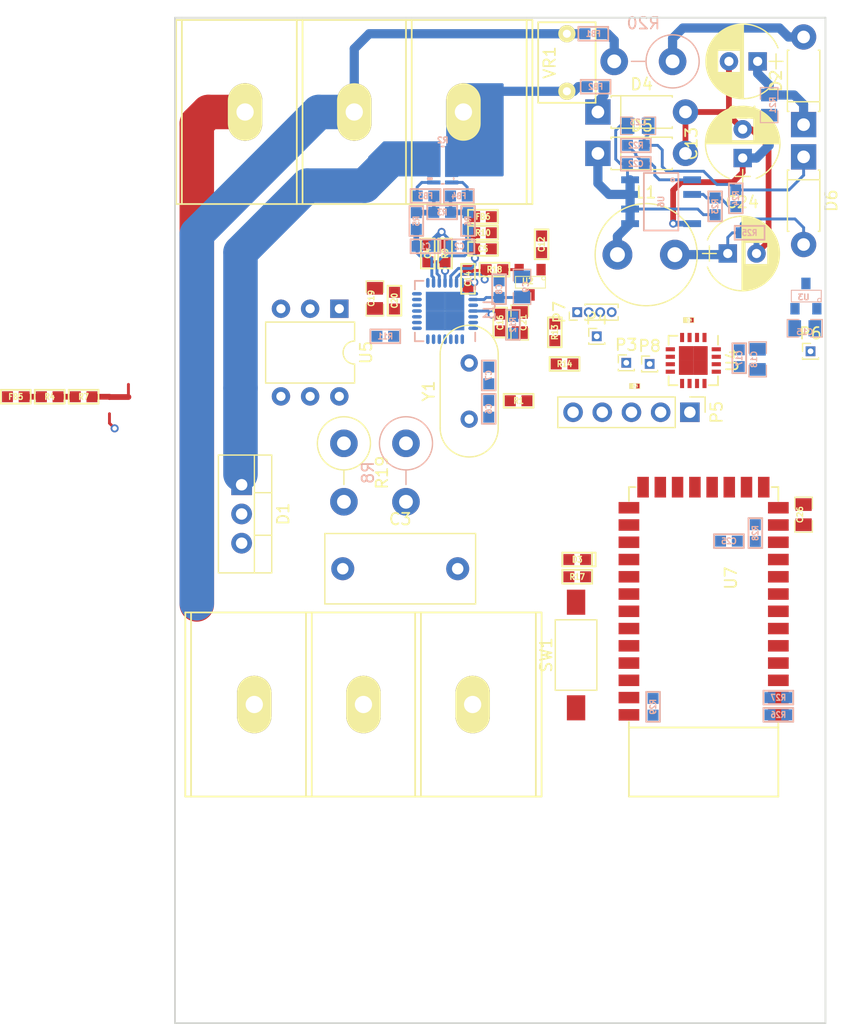
<source format=kicad_pcb>
(kicad_pcb (version 4) (host pcbnew 4.0.7-e2-6376~58~ubuntu16.04.1)

  (general
    (links 175)
    (no_connects 115)
    (area 179.924999 51.924999 236.675001 139.475001)
    (thickness 1.6)
    (drawings 4)
    (tracks 206)
    (zones 0)
    (modules 85)
    (nets 73)
  )

  (page A4)
  (layers
    (0 F.Cu signal)
    (31 B.Cu signal)
    (32 B.Adhes user)
    (33 F.Adhes user)
    (34 B.Paste user)
    (35 F.Paste user)
    (36 B.SilkS user hide)
    (37 F.SilkS user hide)
    (38 B.Mask user)
    (39 F.Mask user)
    (40 Dwgs.User user)
    (41 Cmts.User user)
    (42 Eco1.User user)
    (43 Eco2.User user)
    (44 Edge.Cuts user)
    (45 Margin user)
    (46 B.CrtYd user)
    (47 F.CrtYd user)
    (48 B.Fab user)
    (49 F.Fab user)
  )

  (setup
    (last_trace_width 0.25)
    (user_trace_width 0.25)
    (user_trace_width 0.3)
    (user_trace_width 0.4)
    (user_trace_width 0.5)
    (user_trace_width 0.8)
    (user_trace_width 1)
    (user_trace_width 3)
    (user_trace_width 5)
    (trace_clearance 0.195)
    (zone_clearance 0.2)
    (zone_45_only no)
    (trace_min 0.2)
    (segment_width 3)
    (edge_width 0.15)
    (via_size 0.7)
    (via_drill 0.4)
    (via_min_size 0.7)
    (via_min_drill 0.4)
    (user_via 0.7 0.4)
    (uvia_size 0.3)
    (uvia_drill 0.1)
    (uvias_allowed no)
    (uvia_min_size 0.2)
    (uvia_min_drill 0.1)
    (pcb_text_width 0.3)
    (pcb_text_size 1.5 1.5)
    (mod_edge_width 0.15)
    (mod_text_size 1 1)
    (mod_text_width 0.15)
    (pad_size 1.524 1.524)
    (pad_drill 0.762)
    (pad_to_mask_clearance 0.1)
    (solder_mask_min_width 0.1)
    (aux_axis_origin 0 0)
    (visible_elements FFFEFF1F)
    (pcbplotparams
      (layerselection 0x010cc_80000001)
      (usegerberextensions true)
      (excludeedgelayer true)
      (linewidth 0.100000)
      (plotframeref false)
      (viasonmask false)
      (mode 1)
      (useauxorigin false)
      (hpglpennumber 1)
      (hpglpenspeed 20)
      (hpglpendiameter 15)
      (hpglpenoverlay 2)
      (psnegative false)
      (psa4output false)
      (plotreference false)
      (plotvalue false)
      (plotinvisibletext false)
      (padsonsilk false)
      (subtractmaskfromsilk false)
      (outputformat 1)
      (mirror false)
      (drillshape 0)
      (scaleselection 1)
      (outputdirectory ./Gerber))
  )

  (net 0 "")
  (net 1 GND)
  (net 2 "Net-(C1-Pad2)")
  (net 3 "Net-(C2-Pad2)")
  (net 4 "Net-(C4-Pad1)")
  (net 5 "Net-(C5-Pad1)")
  (net 6 "Net-(C6-Pad1)")
  (net 7 "Net-(C7-Pad1)")
  (net 8 "Net-(C8-Pad1)")
  (net 9 /3.3A)
  (net 10 /Vtemp)
  (net 11 /3.3D)
  (net 12 "Net-(D3-Pad2)")
  (net 13 "Net-(D3-Pad1)")
  (net 14 /Line)
  (net 15 /Neutral)
  (net 16 "Net-(FB3-Pad2)")
  (net 17 "Net-(FB4-Pad1)")
  (net 18 "Net-(FB4-Pad2)")
  (net 19 /Ground)
  (net 20 "Net-(R4-Pad1)")
  (net 21 "Net-(R11-Pad2)")
  (net 22 "Net-(R12-Pad2)")
  (net 23 /SCL)
  (net 24 /SDA)
  (net 25 "Net-(R18-Pad2)")
  (net 26 "Net-(U1-Pad2)")
  (net 27 "Net-(U1-Pad3)")
  (net 28 "Net-(U1-Pad4)")
  (net 29 "Net-(U1-Pad8)")
  (net 30 "Net-(U1-Pad9)")
  (net 31 "Net-(U1-Pad28)")
  (net 32 "Net-(P5-Pad4)")
  (net 33 "Net-(P5-Pad2)")
  (net 34 "Net-(P5-Pad1)")
  (net 35 "Net-(U4-Pad14)")
  (net 36 "Net-(U4-Pad15)")
  (net 37 "Net-(FB5-Pad1)")
  (net 38 "Net-(C11-Pad1)")
  (net 39 "Net-(C13-Pad1)")
  (net 40 "Net-(C22-Pad1)")
  (net 41 "Net-(C22-Pad2)")
  (net 42 "Net-(C23-Pad1)")
  (net 43 "Net-(D1-Pad3)")
  (net 44 "Net-(D2-Pad2)")
  (net 45 "Net-(D4-Pad1)")
  (net 46 /+5V)
  (net 47 "Net-(FB1-Pad2)")
  (net 48 "Net-(FB3-Pad1)")
  (net 49 /Out_SW)
  (net 50 "Net-(R1-Pad2)")
  (net 51 "Net-(R8-Pad1)")
  (net 52 "Net-(R23-Pad1)")
  (net 53 /Rx_BL)
  (net 54 /Tx_BL)
  (net 55 "Net-(U5-Pad5)")
  (net 56 "Net-(U5-Pad3)")
  (net 57 "Net-(C25-Pad1)")
  (net 58 "Net-(R26-Pad1)")
  (net 59 "Net-(R27-Pad1)")
  (net 60 "Net-(R29-Pad1)")
  (net 61 "Net-(U7-Pad3)")
  (net 62 "Net-(U7-Pad4)")
  (net 63 "Net-(U7-Pad15)")
  (net 64 "Net-(U7-Pad20)")
  (net 65 /ZCD)
  (net 66 /Event)
  (net 67 "Net-(P8-Pad1)")
  (net 68 /Line_S)
  (net 69 /Line_Out)
  (net 70 "Net-(C3-Pad2)")
  (net 71 "Net-(R15-Pad1)")
  (net 72 "Net-(R16-Pad1)")

  (net_class Default "This is the default net class."
    (clearance 0.195)
    (trace_width 0.25)
    (via_dia 0.7)
    (via_drill 0.4)
    (uvia_dia 0.3)
    (uvia_drill 0.1)
    (add_net /+5V)
    (add_net /3.3A)
    (add_net /3.3D)
    (add_net /Event)
    (add_net /Line)
    (add_net /Line_S)
    (add_net /Out_SW)
    (add_net /Rx_BL)
    (add_net /SCL)
    (add_net /SDA)
    (add_net /Tx_BL)
    (add_net /Vtemp)
    (add_net /ZCD)
    (add_net GND)
    (add_net "Net-(C1-Pad2)")
    (add_net "Net-(C11-Pad1)")
    (add_net "Net-(C13-Pad1)")
    (add_net "Net-(C2-Pad2)")
    (add_net "Net-(C22-Pad1)")
    (add_net "Net-(C22-Pad2)")
    (add_net "Net-(C23-Pad1)")
    (add_net "Net-(C25-Pad1)")
    (add_net "Net-(C3-Pad2)")
    (add_net "Net-(C4-Pad1)")
    (add_net "Net-(C5-Pad1)")
    (add_net "Net-(C6-Pad1)")
    (add_net "Net-(C7-Pad1)")
    (add_net "Net-(C8-Pad1)")
    (add_net "Net-(D1-Pad3)")
    (add_net "Net-(D2-Pad2)")
    (add_net "Net-(D3-Pad1)")
    (add_net "Net-(D3-Pad2)")
    (add_net "Net-(D4-Pad1)")
    (add_net "Net-(FB1-Pad2)")
    (add_net "Net-(FB3-Pad1)")
    (add_net "Net-(FB3-Pad2)")
    (add_net "Net-(FB4-Pad1)")
    (add_net "Net-(FB4-Pad2)")
    (add_net "Net-(FB5-Pad1)")
    (add_net "Net-(P5-Pad1)")
    (add_net "Net-(P5-Pad2)")
    (add_net "Net-(P5-Pad4)")
    (add_net "Net-(P8-Pad1)")
    (add_net "Net-(R1-Pad2)")
    (add_net "Net-(R11-Pad2)")
    (add_net "Net-(R12-Pad2)")
    (add_net "Net-(R15-Pad1)")
    (add_net "Net-(R16-Pad1)")
    (add_net "Net-(R18-Pad2)")
    (add_net "Net-(R23-Pad1)")
    (add_net "Net-(R26-Pad1)")
    (add_net "Net-(R27-Pad1)")
    (add_net "Net-(R29-Pad1)")
    (add_net "Net-(R4-Pad1)")
    (add_net "Net-(R8-Pad1)")
    (add_net "Net-(U1-Pad2)")
    (add_net "Net-(U1-Pad28)")
    (add_net "Net-(U1-Pad3)")
    (add_net "Net-(U1-Pad4)")
    (add_net "Net-(U1-Pad8)")
    (add_net "Net-(U1-Pad9)")
    (add_net "Net-(U4-Pad14)")
    (add_net "Net-(U4-Pad15)")
    (add_net "Net-(U5-Pad3)")
    (add_net "Net-(U5-Pad5)")
    (add_net "Net-(U7-Pad15)")
    (add_net "Net-(U7-Pad20)")
    (add_net "Net-(U7-Pad3)")
    (add_net "Net-(U7-Pad4)")
  )

  (net_class AC ""
    (clearance 0.4)
    (trace_width 0.25)
    (via_dia 0.7)
    (via_drill 0.4)
    (uvia_dia 0.3)
    (uvia_drill 0.1)
    (add_net /Ground)
    (add_net /Line_Out)
    (add_net /Neutral)
  )

  (module Yame_library:Conn3_Term (layer F.Cu) (tedit 57422ADD) (tstamp 574280E1)
    (at 195.6 60.2 180)
    (path /56D324B4)
    (fp_text reference P1 (at 0 0.5 180) (layer F.SilkS)
      (effects (font (size 1 1) (thickness 0.15)))
    )
    (fp_text value IN (at 0 -0.5 180) (layer F.Fab)
      (effects (font (size 1 1) (thickness 0.15)))
    )
    (fp_line (start 15 -8) (end 15 8) (layer F.SilkS) (width 0.15))
    (fp_line (start -15 -8) (end -15 8) (layer F.SilkS) (width 0.15))
    (fp_line (start 5 8) (end 5 -8) (layer F.SilkS) (width 0.15))
    (fp_line (start -5 -8) (end -5 8) (layer F.SilkS) (width 0.15))
    (fp_line (start 4.5 8) (end 4.5 -8) (layer F.SilkS) (width 0.15))
    (fp_line (start -4.5 -8) (end -4.5 8) (layer F.SilkS) (width 0.15))
    (fp_line (start -15.5 -8) (end -15.5 8) (layer F.SilkS) (width 0.15))
    (fp_line (start -15.5 8) (end 15.5 8) (layer F.SilkS) (width 0.15))
    (fp_line (start 15.5 8) (end 15.5 -8) (layer F.SilkS) (width 0.15))
    (fp_line (start 15.5 -8) (end -15.5 -8) (layer F.SilkS) (width 0.15))
    (pad 1 thru_hole oval (at -9.5 0 180) (size 3 5) (drill 1.5) (layers *.Cu *.Mask F.SilkS)
      (net 14 /Line))
    (pad 2 thru_hole oval (at 0 0 180) (size 3 5) (drill 1.5) (layers *.Cu *.Mask F.SilkS)
      (net 15 /Neutral))
    (pad 3 thru_hole oval (at 9.5 0 180) (size 3 5) (drill 1.5) (layers *.Cu *.Mask F.SilkS)
      (net 19 /Ground))
  )

  (module Capacitors_THT:CP_Radial_D6.3mm_P2.50mm (layer F.Cu) (tedit 597BC7C2) (tstamp 59E10D2E)
    (at 228.1 72.5)
    (descr "CP, Radial series, Radial, pin pitch=2.50mm, , diameter=6.3mm, Electrolytic Capacitor")
    (tags "CP Radial series Radial pin pitch 2.50mm  diameter 6.3mm Electrolytic Capacitor")
    (path /59D5E7D3)
    (fp_text reference C24 (at 1.25 -4.46) (layer F.SilkS)
      (effects (font (size 1 1) (thickness 0.15)))
    )
    (fp_text value 100u_25V (at 1.25 4.46) (layer F.Fab)
      (effects (font (size 1 1) (thickness 0.15)))
    )
    (fp_arc (start 1.25 0) (end -1.767482 -1.18) (angle 137.3) (layer F.SilkS) (width 0.12))
    (fp_arc (start 1.25 0) (end -1.767482 1.18) (angle -137.3) (layer F.SilkS) (width 0.12))
    (fp_arc (start 1.25 0) (end 4.267482 -1.18) (angle 42.7) (layer F.SilkS) (width 0.12))
    (fp_circle (center 1.25 0) (end 4.4 0) (layer F.Fab) (width 0.1))
    (fp_line (start -2.2 0) (end -1 0) (layer F.Fab) (width 0.1))
    (fp_line (start -1.6 -0.65) (end -1.6 0.65) (layer F.Fab) (width 0.1))
    (fp_line (start 1.25 -3.2) (end 1.25 3.2) (layer F.SilkS) (width 0.12))
    (fp_line (start 1.29 -3.2) (end 1.29 3.2) (layer F.SilkS) (width 0.12))
    (fp_line (start 1.33 -3.2) (end 1.33 3.2) (layer F.SilkS) (width 0.12))
    (fp_line (start 1.37 -3.198) (end 1.37 3.198) (layer F.SilkS) (width 0.12))
    (fp_line (start 1.41 -3.197) (end 1.41 3.197) (layer F.SilkS) (width 0.12))
    (fp_line (start 1.45 -3.194) (end 1.45 3.194) (layer F.SilkS) (width 0.12))
    (fp_line (start 1.49 -3.192) (end 1.49 3.192) (layer F.SilkS) (width 0.12))
    (fp_line (start 1.53 -3.188) (end 1.53 -0.98) (layer F.SilkS) (width 0.12))
    (fp_line (start 1.53 0.98) (end 1.53 3.188) (layer F.SilkS) (width 0.12))
    (fp_line (start 1.57 -3.185) (end 1.57 -0.98) (layer F.SilkS) (width 0.12))
    (fp_line (start 1.57 0.98) (end 1.57 3.185) (layer F.SilkS) (width 0.12))
    (fp_line (start 1.61 -3.18) (end 1.61 -0.98) (layer F.SilkS) (width 0.12))
    (fp_line (start 1.61 0.98) (end 1.61 3.18) (layer F.SilkS) (width 0.12))
    (fp_line (start 1.65 -3.176) (end 1.65 -0.98) (layer F.SilkS) (width 0.12))
    (fp_line (start 1.65 0.98) (end 1.65 3.176) (layer F.SilkS) (width 0.12))
    (fp_line (start 1.69 -3.17) (end 1.69 -0.98) (layer F.SilkS) (width 0.12))
    (fp_line (start 1.69 0.98) (end 1.69 3.17) (layer F.SilkS) (width 0.12))
    (fp_line (start 1.73 -3.165) (end 1.73 -0.98) (layer F.SilkS) (width 0.12))
    (fp_line (start 1.73 0.98) (end 1.73 3.165) (layer F.SilkS) (width 0.12))
    (fp_line (start 1.77 -3.158) (end 1.77 -0.98) (layer F.SilkS) (width 0.12))
    (fp_line (start 1.77 0.98) (end 1.77 3.158) (layer F.SilkS) (width 0.12))
    (fp_line (start 1.81 -3.152) (end 1.81 -0.98) (layer F.SilkS) (width 0.12))
    (fp_line (start 1.81 0.98) (end 1.81 3.152) (layer F.SilkS) (width 0.12))
    (fp_line (start 1.85 -3.144) (end 1.85 -0.98) (layer F.SilkS) (width 0.12))
    (fp_line (start 1.85 0.98) (end 1.85 3.144) (layer F.SilkS) (width 0.12))
    (fp_line (start 1.89 -3.137) (end 1.89 -0.98) (layer F.SilkS) (width 0.12))
    (fp_line (start 1.89 0.98) (end 1.89 3.137) (layer F.SilkS) (width 0.12))
    (fp_line (start 1.93 -3.128) (end 1.93 -0.98) (layer F.SilkS) (width 0.12))
    (fp_line (start 1.93 0.98) (end 1.93 3.128) (layer F.SilkS) (width 0.12))
    (fp_line (start 1.971 -3.119) (end 1.971 -0.98) (layer F.SilkS) (width 0.12))
    (fp_line (start 1.971 0.98) (end 1.971 3.119) (layer F.SilkS) (width 0.12))
    (fp_line (start 2.011 -3.11) (end 2.011 -0.98) (layer F.SilkS) (width 0.12))
    (fp_line (start 2.011 0.98) (end 2.011 3.11) (layer F.SilkS) (width 0.12))
    (fp_line (start 2.051 -3.1) (end 2.051 -0.98) (layer F.SilkS) (width 0.12))
    (fp_line (start 2.051 0.98) (end 2.051 3.1) (layer F.SilkS) (width 0.12))
    (fp_line (start 2.091 -3.09) (end 2.091 -0.98) (layer F.SilkS) (width 0.12))
    (fp_line (start 2.091 0.98) (end 2.091 3.09) (layer F.SilkS) (width 0.12))
    (fp_line (start 2.131 -3.079) (end 2.131 -0.98) (layer F.SilkS) (width 0.12))
    (fp_line (start 2.131 0.98) (end 2.131 3.079) (layer F.SilkS) (width 0.12))
    (fp_line (start 2.171 -3.067) (end 2.171 -0.98) (layer F.SilkS) (width 0.12))
    (fp_line (start 2.171 0.98) (end 2.171 3.067) (layer F.SilkS) (width 0.12))
    (fp_line (start 2.211 -3.055) (end 2.211 -0.98) (layer F.SilkS) (width 0.12))
    (fp_line (start 2.211 0.98) (end 2.211 3.055) (layer F.SilkS) (width 0.12))
    (fp_line (start 2.251 -3.042) (end 2.251 -0.98) (layer F.SilkS) (width 0.12))
    (fp_line (start 2.251 0.98) (end 2.251 3.042) (layer F.SilkS) (width 0.12))
    (fp_line (start 2.291 -3.029) (end 2.291 -0.98) (layer F.SilkS) (width 0.12))
    (fp_line (start 2.291 0.98) (end 2.291 3.029) (layer F.SilkS) (width 0.12))
    (fp_line (start 2.331 -3.015) (end 2.331 -0.98) (layer F.SilkS) (width 0.12))
    (fp_line (start 2.331 0.98) (end 2.331 3.015) (layer F.SilkS) (width 0.12))
    (fp_line (start 2.371 -3.001) (end 2.371 -0.98) (layer F.SilkS) (width 0.12))
    (fp_line (start 2.371 0.98) (end 2.371 3.001) (layer F.SilkS) (width 0.12))
    (fp_line (start 2.411 -2.986) (end 2.411 -0.98) (layer F.SilkS) (width 0.12))
    (fp_line (start 2.411 0.98) (end 2.411 2.986) (layer F.SilkS) (width 0.12))
    (fp_line (start 2.451 -2.97) (end 2.451 -0.98) (layer F.SilkS) (width 0.12))
    (fp_line (start 2.451 0.98) (end 2.451 2.97) (layer F.SilkS) (width 0.12))
    (fp_line (start 2.491 -2.954) (end 2.491 -0.98) (layer F.SilkS) (width 0.12))
    (fp_line (start 2.491 0.98) (end 2.491 2.954) (layer F.SilkS) (width 0.12))
    (fp_line (start 2.531 -2.937) (end 2.531 -0.98) (layer F.SilkS) (width 0.12))
    (fp_line (start 2.531 0.98) (end 2.531 2.937) (layer F.SilkS) (width 0.12))
    (fp_line (start 2.571 -2.919) (end 2.571 -0.98) (layer F.SilkS) (width 0.12))
    (fp_line (start 2.571 0.98) (end 2.571 2.919) (layer F.SilkS) (width 0.12))
    (fp_line (start 2.611 -2.901) (end 2.611 -0.98) (layer F.SilkS) (width 0.12))
    (fp_line (start 2.611 0.98) (end 2.611 2.901) (layer F.SilkS) (width 0.12))
    (fp_line (start 2.651 -2.882) (end 2.651 -0.98) (layer F.SilkS) (width 0.12))
    (fp_line (start 2.651 0.98) (end 2.651 2.882) (layer F.SilkS) (width 0.12))
    (fp_line (start 2.691 -2.863) (end 2.691 -0.98) (layer F.SilkS) (width 0.12))
    (fp_line (start 2.691 0.98) (end 2.691 2.863) (layer F.SilkS) (width 0.12))
    (fp_line (start 2.731 -2.843) (end 2.731 -0.98) (layer F.SilkS) (width 0.12))
    (fp_line (start 2.731 0.98) (end 2.731 2.843) (layer F.SilkS) (width 0.12))
    (fp_line (start 2.771 -2.822) (end 2.771 -0.98) (layer F.SilkS) (width 0.12))
    (fp_line (start 2.771 0.98) (end 2.771 2.822) (layer F.SilkS) (width 0.12))
    (fp_line (start 2.811 -2.8) (end 2.811 -0.98) (layer F.SilkS) (width 0.12))
    (fp_line (start 2.811 0.98) (end 2.811 2.8) (layer F.SilkS) (width 0.12))
    (fp_line (start 2.851 -2.778) (end 2.851 -0.98) (layer F.SilkS) (width 0.12))
    (fp_line (start 2.851 0.98) (end 2.851 2.778) (layer F.SilkS) (width 0.12))
    (fp_line (start 2.891 -2.755) (end 2.891 -0.98) (layer F.SilkS) (width 0.12))
    (fp_line (start 2.891 0.98) (end 2.891 2.755) (layer F.SilkS) (width 0.12))
    (fp_line (start 2.931 -2.731) (end 2.931 -0.98) (layer F.SilkS) (width 0.12))
    (fp_line (start 2.931 0.98) (end 2.931 2.731) (layer F.SilkS) (width 0.12))
    (fp_line (start 2.971 -2.706) (end 2.971 -0.98) (layer F.SilkS) (width 0.12))
    (fp_line (start 2.971 0.98) (end 2.971 2.706) (layer F.SilkS) (width 0.12))
    (fp_line (start 3.011 -2.681) (end 3.011 -0.98) (layer F.SilkS) (width 0.12))
    (fp_line (start 3.011 0.98) (end 3.011 2.681) (layer F.SilkS) (width 0.12))
    (fp_line (start 3.051 -2.654) (end 3.051 -0.98) (layer F.SilkS) (width 0.12))
    (fp_line (start 3.051 0.98) (end 3.051 2.654) (layer F.SilkS) (width 0.12))
    (fp_line (start 3.091 -2.627) (end 3.091 -0.98) (layer F.SilkS) (width 0.12))
    (fp_line (start 3.091 0.98) (end 3.091 2.627) (layer F.SilkS) (width 0.12))
    (fp_line (start 3.131 -2.599) (end 3.131 -0.98) (layer F.SilkS) (width 0.12))
    (fp_line (start 3.131 0.98) (end 3.131 2.599) (layer F.SilkS) (width 0.12))
    (fp_line (start 3.171 -2.57) (end 3.171 -0.98) (layer F.SilkS) (width 0.12))
    (fp_line (start 3.171 0.98) (end 3.171 2.57) (layer F.SilkS) (width 0.12))
    (fp_line (start 3.211 -2.54) (end 3.211 -0.98) (layer F.SilkS) (width 0.12))
    (fp_line (start 3.211 0.98) (end 3.211 2.54) (layer F.SilkS) (width 0.12))
    (fp_line (start 3.251 -2.51) (end 3.251 -0.98) (layer F.SilkS) (width 0.12))
    (fp_line (start 3.251 0.98) (end 3.251 2.51) (layer F.SilkS) (width 0.12))
    (fp_line (start 3.291 -2.478) (end 3.291 -0.98) (layer F.SilkS) (width 0.12))
    (fp_line (start 3.291 0.98) (end 3.291 2.478) (layer F.SilkS) (width 0.12))
    (fp_line (start 3.331 -2.445) (end 3.331 -0.98) (layer F.SilkS) (width 0.12))
    (fp_line (start 3.331 0.98) (end 3.331 2.445) (layer F.SilkS) (width 0.12))
    (fp_line (start 3.371 -2.411) (end 3.371 -0.98) (layer F.SilkS) (width 0.12))
    (fp_line (start 3.371 0.98) (end 3.371 2.411) (layer F.SilkS) (width 0.12))
    (fp_line (start 3.411 -2.375) (end 3.411 -0.98) (layer F.SilkS) (width 0.12))
    (fp_line (start 3.411 0.98) (end 3.411 2.375) (layer F.SilkS) (width 0.12))
    (fp_line (start 3.451 -2.339) (end 3.451 -0.98) (layer F.SilkS) (width 0.12))
    (fp_line (start 3.451 0.98) (end 3.451 2.339) (layer F.SilkS) (width 0.12))
    (fp_line (start 3.491 -2.301) (end 3.491 2.301) (layer F.SilkS) (width 0.12))
    (fp_line (start 3.531 -2.262) (end 3.531 2.262) (layer F.SilkS) (width 0.12))
    (fp_line (start 3.571 -2.222) (end 3.571 2.222) (layer F.SilkS) (width 0.12))
    (fp_line (start 3.611 -2.18) (end 3.611 2.18) (layer F.SilkS) (width 0.12))
    (fp_line (start 3.651 -2.137) (end 3.651 2.137) (layer F.SilkS) (width 0.12))
    (fp_line (start 3.691 -2.092) (end 3.691 2.092) (layer F.SilkS) (width 0.12))
    (fp_line (start 3.731 -2.045) (end 3.731 2.045) (layer F.SilkS) (width 0.12))
    (fp_line (start 3.771 -1.997) (end 3.771 1.997) (layer F.SilkS) (width 0.12))
    (fp_line (start 3.811 -1.946) (end 3.811 1.946) (layer F.SilkS) (width 0.12))
    (fp_line (start 3.851 -1.894) (end 3.851 1.894) (layer F.SilkS) (width 0.12))
    (fp_line (start 3.891 -1.839) (end 3.891 1.839) (layer F.SilkS) (width 0.12))
    (fp_line (start 3.931 -1.781) (end 3.931 1.781) (layer F.SilkS) (width 0.12))
    (fp_line (start 3.971 -1.721) (end 3.971 1.721) (layer F.SilkS) (width 0.12))
    (fp_line (start 4.011 -1.658) (end 4.011 1.658) (layer F.SilkS) (width 0.12))
    (fp_line (start 4.051 -1.591) (end 4.051 1.591) (layer F.SilkS) (width 0.12))
    (fp_line (start 4.091 -1.52) (end 4.091 1.52) (layer F.SilkS) (width 0.12))
    (fp_line (start 4.131 -1.445) (end 4.131 1.445) (layer F.SilkS) (width 0.12))
    (fp_line (start 4.171 -1.364) (end 4.171 1.364) (layer F.SilkS) (width 0.12))
    (fp_line (start 4.211 -1.278) (end 4.211 1.278) (layer F.SilkS) (width 0.12))
    (fp_line (start 4.251 -1.184) (end 4.251 1.184) (layer F.SilkS) (width 0.12))
    (fp_line (start 4.291 -1.081) (end 4.291 1.081) (layer F.SilkS) (width 0.12))
    (fp_line (start 4.331 -0.966) (end 4.331 0.966) (layer F.SilkS) (width 0.12))
    (fp_line (start 4.371 -0.834) (end 4.371 0.834) (layer F.SilkS) (width 0.12))
    (fp_line (start 4.411 -0.676) (end 4.411 0.676) (layer F.SilkS) (width 0.12))
    (fp_line (start 4.451 -0.468) (end 4.451 0.468) (layer F.SilkS) (width 0.12))
    (fp_line (start -2.2 0) (end -1 0) (layer F.SilkS) (width 0.12))
    (fp_line (start -1.6 -0.65) (end -1.6 0.65) (layer F.SilkS) (width 0.12))
    (fp_line (start -2.25 -3.5) (end -2.25 3.5) (layer F.CrtYd) (width 0.05))
    (fp_line (start -2.25 3.5) (end 4.75 3.5) (layer F.CrtYd) (width 0.05))
    (fp_line (start 4.75 3.5) (end 4.75 -3.5) (layer F.CrtYd) (width 0.05))
    (fp_line (start 4.75 -3.5) (end -2.25 -3.5) (layer F.CrtYd) (width 0.05))
    (fp_text user %R (at 1.25 0) (layer F.Fab)
      (effects (font (size 1 1) (thickness 0.15)))
    )
    (pad 1 thru_hole rect (at 0 0) (size 1.6 1.6) (drill 0.8) (layers *.Cu *.Mask)
      (net 46 /+5V))
    (pad 2 thru_hole circle (at 2.5 0) (size 1.6 1.6) (drill 0.8) (layers *.Cu *.Mask)
      (net 1 GND))
    (model ${KISYS3DMOD}/Capacitors_THT.3dshapes/CP_Radial_D6.3mm_P2.50mm.wrl
      (at (xyz 0 0 0))
      (scale (xyz 1 1 1))
      (rotate (xyz 0 0 0))
    )
  )

  (module Capacitors_THT:CP_Radial_D6.3mm_P2.50mm (layer F.Cu) (tedit 597BC7C2) (tstamp 59E1051D)
    (at 229.4 64.2 90)
    (descr "CP, Radial series, Radial, pin pitch=2.50mm, , diameter=6.3mm, Electrolytic Capacitor")
    (tags "CP Radial series Radial pin pitch 2.50mm  diameter 6.3mm Electrolytic Capacitor")
    (path /59D5A0C3)
    (fp_text reference C13 (at 1.25 -4.46 90) (layer F.SilkS)
      (effects (font (size 1 1) (thickness 0.15)))
    )
    (fp_text value ECA-2GM010 (at 1.25 4.46 90) (layer F.Fab)
      (effects (font (size 1 1) (thickness 0.15)))
    )
    (fp_arc (start 1.25 0) (end -1.767482 -1.18) (angle 137.3) (layer F.SilkS) (width 0.12))
    (fp_arc (start 1.25 0) (end -1.767482 1.18) (angle -137.3) (layer F.SilkS) (width 0.12))
    (fp_arc (start 1.25 0) (end 4.267482 -1.18) (angle 42.7) (layer F.SilkS) (width 0.12))
    (fp_circle (center 1.25 0) (end 4.4 0) (layer F.Fab) (width 0.1))
    (fp_line (start -2.2 0) (end -1 0) (layer F.Fab) (width 0.1))
    (fp_line (start -1.6 -0.65) (end -1.6 0.65) (layer F.Fab) (width 0.1))
    (fp_line (start 1.25 -3.2) (end 1.25 3.2) (layer F.SilkS) (width 0.12))
    (fp_line (start 1.29 -3.2) (end 1.29 3.2) (layer F.SilkS) (width 0.12))
    (fp_line (start 1.33 -3.2) (end 1.33 3.2) (layer F.SilkS) (width 0.12))
    (fp_line (start 1.37 -3.198) (end 1.37 3.198) (layer F.SilkS) (width 0.12))
    (fp_line (start 1.41 -3.197) (end 1.41 3.197) (layer F.SilkS) (width 0.12))
    (fp_line (start 1.45 -3.194) (end 1.45 3.194) (layer F.SilkS) (width 0.12))
    (fp_line (start 1.49 -3.192) (end 1.49 3.192) (layer F.SilkS) (width 0.12))
    (fp_line (start 1.53 -3.188) (end 1.53 -0.98) (layer F.SilkS) (width 0.12))
    (fp_line (start 1.53 0.98) (end 1.53 3.188) (layer F.SilkS) (width 0.12))
    (fp_line (start 1.57 -3.185) (end 1.57 -0.98) (layer F.SilkS) (width 0.12))
    (fp_line (start 1.57 0.98) (end 1.57 3.185) (layer F.SilkS) (width 0.12))
    (fp_line (start 1.61 -3.18) (end 1.61 -0.98) (layer F.SilkS) (width 0.12))
    (fp_line (start 1.61 0.98) (end 1.61 3.18) (layer F.SilkS) (width 0.12))
    (fp_line (start 1.65 -3.176) (end 1.65 -0.98) (layer F.SilkS) (width 0.12))
    (fp_line (start 1.65 0.98) (end 1.65 3.176) (layer F.SilkS) (width 0.12))
    (fp_line (start 1.69 -3.17) (end 1.69 -0.98) (layer F.SilkS) (width 0.12))
    (fp_line (start 1.69 0.98) (end 1.69 3.17) (layer F.SilkS) (width 0.12))
    (fp_line (start 1.73 -3.165) (end 1.73 -0.98) (layer F.SilkS) (width 0.12))
    (fp_line (start 1.73 0.98) (end 1.73 3.165) (layer F.SilkS) (width 0.12))
    (fp_line (start 1.77 -3.158) (end 1.77 -0.98) (layer F.SilkS) (width 0.12))
    (fp_line (start 1.77 0.98) (end 1.77 3.158) (layer F.SilkS) (width 0.12))
    (fp_line (start 1.81 -3.152) (end 1.81 -0.98) (layer F.SilkS) (width 0.12))
    (fp_line (start 1.81 0.98) (end 1.81 3.152) (layer F.SilkS) (width 0.12))
    (fp_line (start 1.85 -3.144) (end 1.85 -0.98) (layer F.SilkS) (width 0.12))
    (fp_line (start 1.85 0.98) (end 1.85 3.144) (layer F.SilkS) (width 0.12))
    (fp_line (start 1.89 -3.137) (end 1.89 -0.98) (layer F.SilkS) (width 0.12))
    (fp_line (start 1.89 0.98) (end 1.89 3.137) (layer F.SilkS) (width 0.12))
    (fp_line (start 1.93 -3.128) (end 1.93 -0.98) (layer F.SilkS) (width 0.12))
    (fp_line (start 1.93 0.98) (end 1.93 3.128) (layer F.SilkS) (width 0.12))
    (fp_line (start 1.971 -3.119) (end 1.971 -0.98) (layer F.SilkS) (width 0.12))
    (fp_line (start 1.971 0.98) (end 1.971 3.119) (layer F.SilkS) (width 0.12))
    (fp_line (start 2.011 -3.11) (end 2.011 -0.98) (layer F.SilkS) (width 0.12))
    (fp_line (start 2.011 0.98) (end 2.011 3.11) (layer F.SilkS) (width 0.12))
    (fp_line (start 2.051 -3.1) (end 2.051 -0.98) (layer F.SilkS) (width 0.12))
    (fp_line (start 2.051 0.98) (end 2.051 3.1) (layer F.SilkS) (width 0.12))
    (fp_line (start 2.091 -3.09) (end 2.091 -0.98) (layer F.SilkS) (width 0.12))
    (fp_line (start 2.091 0.98) (end 2.091 3.09) (layer F.SilkS) (width 0.12))
    (fp_line (start 2.131 -3.079) (end 2.131 -0.98) (layer F.SilkS) (width 0.12))
    (fp_line (start 2.131 0.98) (end 2.131 3.079) (layer F.SilkS) (width 0.12))
    (fp_line (start 2.171 -3.067) (end 2.171 -0.98) (layer F.SilkS) (width 0.12))
    (fp_line (start 2.171 0.98) (end 2.171 3.067) (layer F.SilkS) (width 0.12))
    (fp_line (start 2.211 -3.055) (end 2.211 -0.98) (layer F.SilkS) (width 0.12))
    (fp_line (start 2.211 0.98) (end 2.211 3.055) (layer F.SilkS) (width 0.12))
    (fp_line (start 2.251 -3.042) (end 2.251 -0.98) (layer F.SilkS) (width 0.12))
    (fp_line (start 2.251 0.98) (end 2.251 3.042) (layer F.SilkS) (width 0.12))
    (fp_line (start 2.291 -3.029) (end 2.291 -0.98) (layer F.SilkS) (width 0.12))
    (fp_line (start 2.291 0.98) (end 2.291 3.029) (layer F.SilkS) (width 0.12))
    (fp_line (start 2.331 -3.015) (end 2.331 -0.98) (layer F.SilkS) (width 0.12))
    (fp_line (start 2.331 0.98) (end 2.331 3.015) (layer F.SilkS) (width 0.12))
    (fp_line (start 2.371 -3.001) (end 2.371 -0.98) (layer F.SilkS) (width 0.12))
    (fp_line (start 2.371 0.98) (end 2.371 3.001) (layer F.SilkS) (width 0.12))
    (fp_line (start 2.411 -2.986) (end 2.411 -0.98) (layer F.SilkS) (width 0.12))
    (fp_line (start 2.411 0.98) (end 2.411 2.986) (layer F.SilkS) (width 0.12))
    (fp_line (start 2.451 -2.97) (end 2.451 -0.98) (layer F.SilkS) (width 0.12))
    (fp_line (start 2.451 0.98) (end 2.451 2.97) (layer F.SilkS) (width 0.12))
    (fp_line (start 2.491 -2.954) (end 2.491 -0.98) (layer F.SilkS) (width 0.12))
    (fp_line (start 2.491 0.98) (end 2.491 2.954) (layer F.SilkS) (width 0.12))
    (fp_line (start 2.531 -2.937) (end 2.531 -0.98) (layer F.SilkS) (width 0.12))
    (fp_line (start 2.531 0.98) (end 2.531 2.937) (layer F.SilkS) (width 0.12))
    (fp_line (start 2.571 -2.919) (end 2.571 -0.98) (layer F.SilkS) (width 0.12))
    (fp_line (start 2.571 0.98) (end 2.571 2.919) (layer F.SilkS) (width 0.12))
    (fp_line (start 2.611 -2.901) (end 2.611 -0.98) (layer F.SilkS) (width 0.12))
    (fp_line (start 2.611 0.98) (end 2.611 2.901) (layer F.SilkS) (width 0.12))
    (fp_line (start 2.651 -2.882) (end 2.651 -0.98) (layer F.SilkS) (width 0.12))
    (fp_line (start 2.651 0.98) (end 2.651 2.882) (layer F.SilkS) (width 0.12))
    (fp_line (start 2.691 -2.863) (end 2.691 -0.98) (layer F.SilkS) (width 0.12))
    (fp_line (start 2.691 0.98) (end 2.691 2.863) (layer F.SilkS) (width 0.12))
    (fp_line (start 2.731 -2.843) (end 2.731 -0.98) (layer F.SilkS) (width 0.12))
    (fp_line (start 2.731 0.98) (end 2.731 2.843) (layer F.SilkS) (width 0.12))
    (fp_line (start 2.771 -2.822) (end 2.771 -0.98) (layer F.SilkS) (width 0.12))
    (fp_line (start 2.771 0.98) (end 2.771 2.822) (layer F.SilkS) (width 0.12))
    (fp_line (start 2.811 -2.8) (end 2.811 -0.98) (layer F.SilkS) (width 0.12))
    (fp_line (start 2.811 0.98) (end 2.811 2.8) (layer F.SilkS) (width 0.12))
    (fp_line (start 2.851 -2.778) (end 2.851 -0.98) (layer F.SilkS) (width 0.12))
    (fp_line (start 2.851 0.98) (end 2.851 2.778) (layer F.SilkS) (width 0.12))
    (fp_line (start 2.891 -2.755) (end 2.891 -0.98) (layer F.SilkS) (width 0.12))
    (fp_line (start 2.891 0.98) (end 2.891 2.755) (layer F.SilkS) (width 0.12))
    (fp_line (start 2.931 -2.731) (end 2.931 -0.98) (layer F.SilkS) (width 0.12))
    (fp_line (start 2.931 0.98) (end 2.931 2.731) (layer F.SilkS) (width 0.12))
    (fp_line (start 2.971 -2.706) (end 2.971 -0.98) (layer F.SilkS) (width 0.12))
    (fp_line (start 2.971 0.98) (end 2.971 2.706) (layer F.SilkS) (width 0.12))
    (fp_line (start 3.011 -2.681) (end 3.011 -0.98) (layer F.SilkS) (width 0.12))
    (fp_line (start 3.011 0.98) (end 3.011 2.681) (layer F.SilkS) (width 0.12))
    (fp_line (start 3.051 -2.654) (end 3.051 -0.98) (layer F.SilkS) (width 0.12))
    (fp_line (start 3.051 0.98) (end 3.051 2.654) (layer F.SilkS) (width 0.12))
    (fp_line (start 3.091 -2.627) (end 3.091 -0.98) (layer F.SilkS) (width 0.12))
    (fp_line (start 3.091 0.98) (end 3.091 2.627) (layer F.SilkS) (width 0.12))
    (fp_line (start 3.131 -2.599) (end 3.131 -0.98) (layer F.SilkS) (width 0.12))
    (fp_line (start 3.131 0.98) (end 3.131 2.599) (layer F.SilkS) (width 0.12))
    (fp_line (start 3.171 -2.57) (end 3.171 -0.98) (layer F.SilkS) (width 0.12))
    (fp_line (start 3.171 0.98) (end 3.171 2.57) (layer F.SilkS) (width 0.12))
    (fp_line (start 3.211 -2.54) (end 3.211 -0.98) (layer F.SilkS) (width 0.12))
    (fp_line (start 3.211 0.98) (end 3.211 2.54) (layer F.SilkS) (width 0.12))
    (fp_line (start 3.251 -2.51) (end 3.251 -0.98) (layer F.SilkS) (width 0.12))
    (fp_line (start 3.251 0.98) (end 3.251 2.51) (layer F.SilkS) (width 0.12))
    (fp_line (start 3.291 -2.478) (end 3.291 -0.98) (layer F.SilkS) (width 0.12))
    (fp_line (start 3.291 0.98) (end 3.291 2.478) (layer F.SilkS) (width 0.12))
    (fp_line (start 3.331 -2.445) (end 3.331 -0.98) (layer F.SilkS) (width 0.12))
    (fp_line (start 3.331 0.98) (end 3.331 2.445) (layer F.SilkS) (width 0.12))
    (fp_line (start 3.371 -2.411) (end 3.371 -0.98) (layer F.SilkS) (width 0.12))
    (fp_line (start 3.371 0.98) (end 3.371 2.411) (layer F.SilkS) (width 0.12))
    (fp_line (start 3.411 -2.375) (end 3.411 -0.98) (layer F.SilkS) (width 0.12))
    (fp_line (start 3.411 0.98) (end 3.411 2.375) (layer F.SilkS) (width 0.12))
    (fp_line (start 3.451 -2.339) (end 3.451 -0.98) (layer F.SilkS) (width 0.12))
    (fp_line (start 3.451 0.98) (end 3.451 2.339) (layer F.SilkS) (width 0.12))
    (fp_line (start 3.491 -2.301) (end 3.491 2.301) (layer F.SilkS) (width 0.12))
    (fp_line (start 3.531 -2.262) (end 3.531 2.262) (layer F.SilkS) (width 0.12))
    (fp_line (start 3.571 -2.222) (end 3.571 2.222) (layer F.SilkS) (width 0.12))
    (fp_line (start 3.611 -2.18) (end 3.611 2.18) (layer F.SilkS) (width 0.12))
    (fp_line (start 3.651 -2.137) (end 3.651 2.137) (layer F.SilkS) (width 0.12))
    (fp_line (start 3.691 -2.092) (end 3.691 2.092) (layer F.SilkS) (width 0.12))
    (fp_line (start 3.731 -2.045) (end 3.731 2.045) (layer F.SilkS) (width 0.12))
    (fp_line (start 3.771 -1.997) (end 3.771 1.997) (layer F.SilkS) (width 0.12))
    (fp_line (start 3.811 -1.946) (end 3.811 1.946) (layer F.SilkS) (width 0.12))
    (fp_line (start 3.851 -1.894) (end 3.851 1.894) (layer F.SilkS) (width 0.12))
    (fp_line (start 3.891 -1.839) (end 3.891 1.839) (layer F.SilkS) (width 0.12))
    (fp_line (start 3.931 -1.781) (end 3.931 1.781) (layer F.SilkS) (width 0.12))
    (fp_line (start 3.971 -1.721) (end 3.971 1.721) (layer F.SilkS) (width 0.12))
    (fp_line (start 4.011 -1.658) (end 4.011 1.658) (layer F.SilkS) (width 0.12))
    (fp_line (start 4.051 -1.591) (end 4.051 1.591) (layer F.SilkS) (width 0.12))
    (fp_line (start 4.091 -1.52) (end 4.091 1.52) (layer F.SilkS) (width 0.12))
    (fp_line (start 4.131 -1.445) (end 4.131 1.445) (layer F.SilkS) (width 0.12))
    (fp_line (start 4.171 -1.364) (end 4.171 1.364) (layer F.SilkS) (width 0.12))
    (fp_line (start 4.211 -1.278) (end 4.211 1.278) (layer F.SilkS) (width 0.12))
    (fp_line (start 4.251 -1.184) (end 4.251 1.184) (layer F.SilkS) (width 0.12))
    (fp_line (start 4.291 -1.081) (end 4.291 1.081) (layer F.SilkS) (width 0.12))
    (fp_line (start 4.331 -0.966) (end 4.331 0.966) (layer F.SilkS) (width 0.12))
    (fp_line (start 4.371 -0.834) (end 4.371 0.834) (layer F.SilkS) (width 0.12))
    (fp_line (start 4.411 -0.676) (end 4.411 0.676) (layer F.SilkS) (width 0.12))
    (fp_line (start 4.451 -0.468) (end 4.451 0.468) (layer F.SilkS) (width 0.12))
    (fp_line (start -2.2 0) (end -1 0) (layer F.SilkS) (width 0.12))
    (fp_line (start -1.6 -0.65) (end -1.6 0.65) (layer F.SilkS) (width 0.12))
    (fp_line (start -2.25 -3.5) (end -2.25 3.5) (layer F.CrtYd) (width 0.05))
    (fp_line (start -2.25 3.5) (end 4.75 3.5) (layer F.CrtYd) (width 0.05))
    (fp_line (start 4.75 3.5) (end 4.75 -3.5) (layer F.CrtYd) (width 0.05))
    (fp_line (start 4.75 -3.5) (end -2.25 -3.5) (layer F.CrtYd) (width 0.05))
    (fp_text user %R (at 1.25 0 90) (layer F.Fab)
      (effects (font (size 1 1) (thickness 0.15)))
    )
    (pad 1 thru_hole rect (at 0 0 90) (size 1.6 1.6) (drill 0.8) (layers *.Cu *.Mask)
      (net 39 "Net-(C13-Pad1)"))
    (pad 2 thru_hole circle (at 2.5 0 90) (size 1.6 1.6) (drill 0.8) (layers *.Cu *.Mask)
      (net 1 GND))
    (model ${KISYS3DMOD}/Capacitors_THT.3dshapes/CP_Radial_D6.3mm_P2.50mm.wrl
      (at (xyz 0 0 0))
      (scale (xyz 1 1 1))
      (rotate (xyz 0 0 0))
    )
  )

  (module Capacitors_THT:CP_Radial_D6.3mm_P2.50mm (layer F.Cu) (tedit 597BC7C2) (tstamp 59E10489)
    (at 230.7 55.8 180)
    (descr "CP, Radial series, Radial, pin pitch=2.50mm, , diameter=6.3mm, Electrolytic Capacitor")
    (tags "CP Radial series Radial pin pitch 2.50mm  diameter 6.3mm Electrolytic Capacitor")
    (path /59D59EF3)
    (fp_text reference C11 (at 1.25 -4.46 180) (layer F.SilkS)
      (effects (font (size 1 1) (thickness 0.15)))
    )
    (fp_text value ECA-2GM010 (at 1.25 4.46 180) (layer F.Fab)
      (effects (font (size 1 1) (thickness 0.15)))
    )
    (fp_arc (start 1.25 0) (end -1.767482 -1.18) (angle 137.3) (layer F.SilkS) (width 0.12))
    (fp_arc (start 1.25 0) (end -1.767482 1.18) (angle -137.3) (layer F.SilkS) (width 0.12))
    (fp_arc (start 1.25 0) (end 4.267482 -1.18) (angle 42.7) (layer F.SilkS) (width 0.12))
    (fp_circle (center 1.25 0) (end 4.4 0) (layer F.Fab) (width 0.1))
    (fp_line (start -2.2 0) (end -1 0) (layer F.Fab) (width 0.1))
    (fp_line (start -1.6 -0.65) (end -1.6 0.65) (layer F.Fab) (width 0.1))
    (fp_line (start 1.25 -3.2) (end 1.25 3.2) (layer F.SilkS) (width 0.12))
    (fp_line (start 1.29 -3.2) (end 1.29 3.2) (layer F.SilkS) (width 0.12))
    (fp_line (start 1.33 -3.2) (end 1.33 3.2) (layer F.SilkS) (width 0.12))
    (fp_line (start 1.37 -3.198) (end 1.37 3.198) (layer F.SilkS) (width 0.12))
    (fp_line (start 1.41 -3.197) (end 1.41 3.197) (layer F.SilkS) (width 0.12))
    (fp_line (start 1.45 -3.194) (end 1.45 3.194) (layer F.SilkS) (width 0.12))
    (fp_line (start 1.49 -3.192) (end 1.49 3.192) (layer F.SilkS) (width 0.12))
    (fp_line (start 1.53 -3.188) (end 1.53 -0.98) (layer F.SilkS) (width 0.12))
    (fp_line (start 1.53 0.98) (end 1.53 3.188) (layer F.SilkS) (width 0.12))
    (fp_line (start 1.57 -3.185) (end 1.57 -0.98) (layer F.SilkS) (width 0.12))
    (fp_line (start 1.57 0.98) (end 1.57 3.185) (layer F.SilkS) (width 0.12))
    (fp_line (start 1.61 -3.18) (end 1.61 -0.98) (layer F.SilkS) (width 0.12))
    (fp_line (start 1.61 0.98) (end 1.61 3.18) (layer F.SilkS) (width 0.12))
    (fp_line (start 1.65 -3.176) (end 1.65 -0.98) (layer F.SilkS) (width 0.12))
    (fp_line (start 1.65 0.98) (end 1.65 3.176) (layer F.SilkS) (width 0.12))
    (fp_line (start 1.69 -3.17) (end 1.69 -0.98) (layer F.SilkS) (width 0.12))
    (fp_line (start 1.69 0.98) (end 1.69 3.17) (layer F.SilkS) (width 0.12))
    (fp_line (start 1.73 -3.165) (end 1.73 -0.98) (layer F.SilkS) (width 0.12))
    (fp_line (start 1.73 0.98) (end 1.73 3.165) (layer F.SilkS) (width 0.12))
    (fp_line (start 1.77 -3.158) (end 1.77 -0.98) (layer F.SilkS) (width 0.12))
    (fp_line (start 1.77 0.98) (end 1.77 3.158) (layer F.SilkS) (width 0.12))
    (fp_line (start 1.81 -3.152) (end 1.81 -0.98) (layer F.SilkS) (width 0.12))
    (fp_line (start 1.81 0.98) (end 1.81 3.152) (layer F.SilkS) (width 0.12))
    (fp_line (start 1.85 -3.144) (end 1.85 -0.98) (layer F.SilkS) (width 0.12))
    (fp_line (start 1.85 0.98) (end 1.85 3.144) (layer F.SilkS) (width 0.12))
    (fp_line (start 1.89 -3.137) (end 1.89 -0.98) (layer F.SilkS) (width 0.12))
    (fp_line (start 1.89 0.98) (end 1.89 3.137) (layer F.SilkS) (width 0.12))
    (fp_line (start 1.93 -3.128) (end 1.93 -0.98) (layer F.SilkS) (width 0.12))
    (fp_line (start 1.93 0.98) (end 1.93 3.128) (layer F.SilkS) (width 0.12))
    (fp_line (start 1.971 -3.119) (end 1.971 -0.98) (layer F.SilkS) (width 0.12))
    (fp_line (start 1.971 0.98) (end 1.971 3.119) (layer F.SilkS) (width 0.12))
    (fp_line (start 2.011 -3.11) (end 2.011 -0.98) (layer F.SilkS) (width 0.12))
    (fp_line (start 2.011 0.98) (end 2.011 3.11) (layer F.SilkS) (width 0.12))
    (fp_line (start 2.051 -3.1) (end 2.051 -0.98) (layer F.SilkS) (width 0.12))
    (fp_line (start 2.051 0.98) (end 2.051 3.1) (layer F.SilkS) (width 0.12))
    (fp_line (start 2.091 -3.09) (end 2.091 -0.98) (layer F.SilkS) (width 0.12))
    (fp_line (start 2.091 0.98) (end 2.091 3.09) (layer F.SilkS) (width 0.12))
    (fp_line (start 2.131 -3.079) (end 2.131 -0.98) (layer F.SilkS) (width 0.12))
    (fp_line (start 2.131 0.98) (end 2.131 3.079) (layer F.SilkS) (width 0.12))
    (fp_line (start 2.171 -3.067) (end 2.171 -0.98) (layer F.SilkS) (width 0.12))
    (fp_line (start 2.171 0.98) (end 2.171 3.067) (layer F.SilkS) (width 0.12))
    (fp_line (start 2.211 -3.055) (end 2.211 -0.98) (layer F.SilkS) (width 0.12))
    (fp_line (start 2.211 0.98) (end 2.211 3.055) (layer F.SilkS) (width 0.12))
    (fp_line (start 2.251 -3.042) (end 2.251 -0.98) (layer F.SilkS) (width 0.12))
    (fp_line (start 2.251 0.98) (end 2.251 3.042) (layer F.SilkS) (width 0.12))
    (fp_line (start 2.291 -3.029) (end 2.291 -0.98) (layer F.SilkS) (width 0.12))
    (fp_line (start 2.291 0.98) (end 2.291 3.029) (layer F.SilkS) (width 0.12))
    (fp_line (start 2.331 -3.015) (end 2.331 -0.98) (layer F.SilkS) (width 0.12))
    (fp_line (start 2.331 0.98) (end 2.331 3.015) (layer F.SilkS) (width 0.12))
    (fp_line (start 2.371 -3.001) (end 2.371 -0.98) (layer F.SilkS) (width 0.12))
    (fp_line (start 2.371 0.98) (end 2.371 3.001) (layer F.SilkS) (width 0.12))
    (fp_line (start 2.411 -2.986) (end 2.411 -0.98) (layer F.SilkS) (width 0.12))
    (fp_line (start 2.411 0.98) (end 2.411 2.986) (layer F.SilkS) (width 0.12))
    (fp_line (start 2.451 -2.97) (end 2.451 -0.98) (layer F.SilkS) (width 0.12))
    (fp_line (start 2.451 0.98) (end 2.451 2.97) (layer F.SilkS) (width 0.12))
    (fp_line (start 2.491 -2.954) (end 2.491 -0.98) (layer F.SilkS) (width 0.12))
    (fp_line (start 2.491 0.98) (end 2.491 2.954) (layer F.SilkS) (width 0.12))
    (fp_line (start 2.531 -2.937) (end 2.531 -0.98) (layer F.SilkS) (width 0.12))
    (fp_line (start 2.531 0.98) (end 2.531 2.937) (layer F.SilkS) (width 0.12))
    (fp_line (start 2.571 -2.919) (end 2.571 -0.98) (layer F.SilkS) (width 0.12))
    (fp_line (start 2.571 0.98) (end 2.571 2.919) (layer F.SilkS) (width 0.12))
    (fp_line (start 2.611 -2.901) (end 2.611 -0.98) (layer F.SilkS) (width 0.12))
    (fp_line (start 2.611 0.98) (end 2.611 2.901) (layer F.SilkS) (width 0.12))
    (fp_line (start 2.651 -2.882) (end 2.651 -0.98) (layer F.SilkS) (width 0.12))
    (fp_line (start 2.651 0.98) (end 2.651 2.882) (layer F.SilkS) (width 0.12))
    (fp_line (start 2.691 -2.863) (end 2.691 -0.98) (layer F.SilkS) (width 0.12))
    (fp_line (start 2.691 0.98) (end 2.691 2.863) (layer F.SilkS) (width 0.12))
    (fp_line (start 2.731 -2.843) (end 2.731 -0.98) (layer F.SilkS) (width 0.12))
    (fp_line (start 2.731 0.98) (end 2.731 2.843) (layer F.SilkS) (width 0.12))
    (fp_line (start 2.771 -2.822) (end 2.771 -0.98) (layer F.SilkS) (width 0.12))
    (fp_line (start 2.771 0.98) (end 2.771 2.822) (layer F.SilkS) (width 0.12))
    (fp_line (start 2.811 -2.8) (end 2.811 -0.98) (layer F.SilkS) (width 0.12))
    (fp_line (start 2.811 0.98) (end 2.811 2.8) (layer F.SilkS) (width 0.12))
    (fp_line (start 2.851 -2.778) (end 2.851 -0.98) (layer F.SilkS) (width 0.12))
    (fp_line (start 2.851 0.98) (end 2.851 2.778) (layer F.SilkS) (width 0.12))
    (fp_line (start 2.891 -2.755) (end 2.891 -0.98) (layer F.SilkS) (width 0.12))
    (fp_line (start 2.891 0.98) (end 2.891 2.755) (layer F.SilkS) (width 0.12))
    (fp_line (start 2.931 -2.731) (end 2.931 -0.98) (layer F.SilkS) (width 0.12))
    (fp_line (start 2.931 0.98) (end 2.931 2.731) (layer F.SilkS) (width 0.12))
    (fp_line (start 2.971 -2.706) (end 2.971 -0.98) (layer F.SilkS) (width 0.12))
    (fp_line (start 2.971 0.98) (end 2.971 2.706) (layer F.SilkS) (width 0.12))
    (fp_line (start 3.011 -2.681) (end 3.011 -0.98) (layer F.SilkS) (width 0.12))
    (fp_line (start 3.011 0.98) (end 3.011 2.681) (layer F.SilkS) (width 0.12))
    (fp_line (start 3.051 -2.654) (end 3.051 -0.98) (layer F.SilkS) (width 0.12))
    (fp_line (start 3.051 0.98) (end 3.051 2.654) (layer F.SilkS) (width 0.12))
    (fp_line (start 3.091 -2.627) (end 3.091 -0.98) (layer F.SilkS) (width 0.12))
    (fp_line (start 3.091 0.98) (end 3.091 2.627) (layer F.SilkS) (width 0.12))
    (fp_line (start 3.131 -2.599) (end 3.131 -0.98) (layer F.SilkS) (width 0.12))
    (fp_line (start 3.131 0.98) (end 3.131 2.599) (layer F.SilkS) (width 0.12))
    (fp_line (start 3.171 -2.57) (end 3.171 -0.98) (layer F.SilkS) (width 0.12))
    (fp_line (start 3.171 0.98) (end 3.171 2.57) (layer F.SilkS) (width 0.12))
    (fp_line (start 3.211 -2.54) (end 3.211 -0.98) (layer F.SilkS) (width 0.12))
    (fp_line (start 3.211 0.98) (end 3.211 2.54) (layer F.SilkS) (width 0.12))
    (fp_line (start 3.251 -2.51) (end 3.251 -0.98) (layer F.SilkS) (width 0.12))
    (fp_line (start 3.251 0.98) (end 3.251 2.51) (layer F.SilkS) (width 0.12))
    (fp_line (start 3.291 -2.478) (end 3.291 -0.98) (layer F.SilkS) (width 0.12))
    (fp_line (start 3.291 0.98) (end 3.291 2.478) (layer F.SilkS) (width 0.12))
    (fp_line (start 3.331 -2.445) (end 3.331 -0.98) (layer F.SilkS) (width 0.12))
    (fp_line (start 3.331 0.98) (end 3.331 2.445) (layer F.SilkS) (width 0.12))
    (fp_line (start 3.371 -2.411) (end 3.371 -0.98) (layer F.SilkS) (width 0.12))
    (fp_line (start 3.371 0.98) (end 3.371 2.411) (layer F.SilkS) (width 0.12))
    (fp_line (start 3.411 -2.375) (end 3.411 -0.98) (layer F.SilkS) (width 0.12))
    (fp_line (start 3.411 0.98) (end 3.411 2.375) (layer F.SilkS) (width 0.12))
    (fp_line (start 3.451 -2.339) (end 3.451 -0.98) (layer F.SilkS) (width 0.12))
    (fp_line (start 3.451 0.98) (end 3.451 2.339) (layer F.SilkS) (width 0.12))
    (fp_line (start 3.491 -2.301) (end 3.491 2.301) (layer F.SilkS) (width 0.12))
    (fp_line (start 3.531 -2.262) (end 3.531 2.262) (layer F.SilkS) (width 0.12))
    (fp_line (start 3.571 -2.222) (end 3.571 2.222) (layer F.SilkS) (width 0.12))
    (fp_line (start 3.611 -2.18) (end 3.611 2.18) (layer F.SilkS) (width 0.12))
    (fp_line (start 3.651 -2.137) (end 3.651 2.137) (layer F.SilkS) (width 0.12))
    (fp_line (start 3.691 -2.092) (end 3.691 2.092) (layer F.SilkS) (width 0.12))
    (fp_line (start 3.731 -2.045) (end 3.731 2.045) (layer F.SilkS) (width 0.12))
    (fp_line (start 3.771 -1.997) (end 3.771 1.997) (layer F.SilkS) (width 0.12))
    (fp_line (start 3.811 -1.946) (end 3.811 1.946) (layer F.SilkS) (width 0.12))
    (fp_line (start 3.851 -1.894) (end 3.851 1.894) (layer F.SilkS) (width 0.12))
    (fp_line (start 3.891 -1.839) (end 3.891 1.839) (layer F.SilkS) (width 0.12))
    (fp_line (start 3.931 -1.781) (end 3.931 1.781) (layer F.SilkS) (width 0.12))
    (fp_line (start 3.971 -1.721) (end 3.971 1.721) (layer F.SilkS) (width 0.12))
    (fp_line (start 4.011 -1.658) (end 4.011 1.658) (layer F.SilkS) (width 0.12))
    (fp_line (start 4.051 -1.591) (end 4.051 1.591) (layer F.SilkS) (width 0.12))
    (fp_line (start 4.091 -1.52) (end 4.091 1.52) (layer F.SilkS) (width 0.12))
    (fp_line (start 4.131 -1.445) (end 4.131 1.445) (layer F.SilkS) (width 0.12))
    (fp_line (start 4.171 -1.364) (end 4.171 1.364) (layer F.SilkS) (width 0.12))
    (fp_line (start 4.211 -1.278) (end 4.211 1.278) (layer F.SilkS) (width 0.12))
    (fp_line (start 4.251 -1.184) (end 4.251 1.184) (layer F.SilkS) (width 0.12))
    (fp_line (start 4.291 -1.081) (end 4.291 1.081) (layer F.SilkS) (width 0.12))
    (fp_line (start 4.331 -0.966) (end 4.331 0.966) (layer F.SilkS) (width 0.12))
    (fp_line (start 4.371 -0.834) (end 4.371 0.834) (layer F.SilkS) (width 0.12))
    (fp_line (start 4.411 -0.676) (end 4.411 0.676) (layer F.SilkS) (width 0.12))
    (fp_line (start 4.451 -0.468) (end 4.451 0.468) (layer F.SilkS) (width 0.12))
    (fp_line (start -2.2 0) (end -1 0) (layer F.SilkS) (width 0.12))
    (fp_line (start -1.6 -0.65) (end -1.6 0.65) (layer F.SilkS) (width 0.12))
    (fp_line (start -2.25 -3.5) (end -2.25 3.5) (layer F.CrtYd) (width 0.05))
    (fp_line (start -2.25 3.5) (end 4.75 3.5) (layer F.CrtYd) (width 0.05))
    (fp_line (start 4.75 3.5) (end 4.75 -3.5) (layer F.CrtYd) (width 0.05))
    (fp_line (start 4.75 -3.5) (end -2.25 -3.5) (layer F.CrtYd) (width 0.05))
    (fp_text user %R (at 1.25 0 180) (layer F.Fab)
      (effects (font (size 1 1) (thickness 0.15)))
    )
    (pad 1 thru_hole rect (at 0 0 180) (size 1.6 1.6) (drill 0.8) (layers *.Cu *.Mask)
      (net 38 "Net-(C11-Pad1)"))
    (pad 2 thru_hole circle (at 2.5 0 180) (size 1.6 1.6) (drill 0.8) (layers *.Cu *.Mask)
      (net 1 GND))
    (model ${KISYS3DMOD}/Capacitors_THT.3dshapes/CP_Radial_D6.3mm_P2.50mm.wrl
      (at (xyz 0 0 0))
      (scale (xyz 1 1 1))
      (rotate (xyz 0 0 0))
    )
  )

  (module Crystals:Crystal_HC49-4H_Vertical (layer F.Cu) (tedit 58CD2E9C) (tstamp 59E0E867)
    (at 205.6 86.9 90)
    (descr "Crystal THT HC-49-4H http://5hertz.com/pdfs/04404_D.pdf")
    (tags "THT crystalHC-49-4H")
    (path /56D3615A)
    (fp_text reference Y1 (at 2.44 -3.525 90) (layer F.SilkS)
      (effects (font (size 1 1) (thickness 0.15)))
    )
    (fp_text value 4MHz (at 2.44 3.525 90) (layer F.Fab)
      (effects (font (size 1 1) (thickness 0.15)))
    )
    (fp_text user %R (at 2.44 0 90) (layer F.Fab)
      (effects (font (size 1 1) (thickness 0.15)))
    )
    (fp_line (start -0.76 -2.325) (end 5.64 -2.325) (layer F.Fab) (width 0.1))
    (fp_line (start -0.76 2.325) (end 5.64 2.325) (layer F.Fab) (width 0.1))
    (fp_line (start -0.56 -2) (end 5.44 -2) (layer F.Fab) (width 0.1))
    (fp_line (start -0.56 2) (end 5.44 2) (layer F.Fab) (width 0.1))
    (fp_line (start -0.76 -2.525) (end 5.64 -2.525) (layer F.SilkS) (width 0.12))
    (fp_line (start -0.76 2.525) (end 5.64 2.525) (layer F.SilkS) (width 0.12))
    (fp_line (start -3.6 -2.8) (end -3.6 2.8) (layer F.CrtYd) (width 0.05))
    (fp_line (start -3.6 2.8) (end 8.5 2.8) (layer F.CrtYd) (width 0.05))
    (fp_line (start 8.5 2.8) (end 8.5 -2.8) (layer F.CrtYd) (width 0.05))
    (fp_line (start 8.5 -2.8) (end -3.6 -2.8) (layer F.CrtYd) (width 0.05))
    (fp_arc (start -0.76 0) (end -0.76 -2.325) (angle -180) (layer F.Fab) (width 0.1))
    (fp_arc (start 5.64 0) (end 5.64 -2.325) (angle 180) (layer F.Fab) (width 0.1))
    (fp_arc (start -0.56 0) (end -0.56 -2) (angle -180) (layer F.Fab) (width 0.1))
    (fp_arc (start 5.44 0) (end 5.44 -2) (angle 180) (layer F.Fab) (width 0.1))
    (fp_arc (start -0.76 0) (end -0.76 -2.525) (angle -180) (layer F.SilkS) (width 0.12))
    (fp_arc (start 5.64 0) (end 5.64 -2.525) (angle 180) (layer F.SilkS) (width 0.12))
    (pad 1 thru_hole circle (at 0 0 90) (size 1.5 1.5) (drill 0.8) (layers *.Cu *.Mask)
      (net 6 "Net-(C6-Pad1)"))
    (pad 2 thru_hole circle (at 4.88 0 90) (size 1.5 1.5) (drill 0.8) (layers *.Cu *.Mask)
      (net 7 "Net-(C7-Pad1)"))
    (model ${KISYS3DMOD}/Crystals.3dshapes/Crystal_HC49-4H_Vertical.wrl
      (at (xyz 0 0 0))
      (scale (xyz 0.393701 0.393701 0.393701))
      (rotate (xyz 0 0 0))
    )
  )

  (module Pin_Headers:Pin_Header_Straight_1x01_Pitch1.00mm (layer F.Cu) (tedit 59B55814) (tstamp 59E0E866)
    (at 221.3 82.1)
    (descr "Through hole straight pin header, 1x01, 1.00mm pitch, single row")
    (tags "Through hole pin header THT 1x01 1.00mm single row")
    (path /59E12A4D)
    (fp_text reference P8 (at 0 -1.56) (layer F.SilkS)
      (effects (font (size 1 1) (thickness 0.15)))
    )
    (fp_text value Test (at 0 1.56) (layer F.Fab)
      (effects (font (size 1 1) (thickness 0.15)))
    )
    (fp_line (start -0.3175 -0.5) (end 0.635 -0.5) (layer F.Fab) (width 0.1))
    (fp_line (start 0.635 -0.5) (end 0.635 0.5) (layer F.Fab) (width 0.1))
    (fp_line (start 0.635 0.5) (end -0.635 0.5) (layer F.Fab) (width 0.1))
    (fp_line (start -0.635 0.5) (end -0.635 -0.1825) (layer F.Fab) (width 0.1))
    (fp_line (start -0.635 -0.1825) (end -0.3175 -0.5) (layer F.Fab) (width 0.1))
    (fp_line (start -0.695 0.685) (end 0.695 0.685) (layer F.SilkS) (width 0.12))
    (fp_line (start -0.695 0.685) (end -0.695 0.56) (layer F.SilkS) (width 0.12))
    (fp_line (start 0.695 0.685) (end 0.695 0.56) (layer F.SilkS) (width 0.12))
    (fp_line (start -0.695 0.685) (end -0.608276 0.685) (layer F.SilkS) (width 0.12))
    (fp_line (start 0.608276 0.685) (end 0.695 0.685) (layer F.SilkS) (width 0.12))
    (fp_line (start -0.695 0) (end -0.695 -0.685) (layer F.SilkS) (width 0.12))
    (fp_line (start -0.695 -0.685) (end 0 -0.685) (layer F.SilkS) (width 0.12))
    (fp_line (start -1.15 -1) (end -1.15 1) (layer F.CrtYd) (width 0.05))
    (fp_line (start -1.15 1) (end 1.15 1) (layer F.CrtYd) (width 0.05))
    (fp_line (start 1.15 1) (end 1.15 -1) (layer F.CrtYd) (width 0.05))
    (fp_line (start 1.15 -1) (end -1.15 -1) (layer F.CrtYd) (width 0.05))
    (fp_text user %R (at 0 0 90) (layer F.Fab)
      (effects (font (size 0.76 0.76) (thickness 0.114)))
    )
    (pad 1 thru_hole rect (at 0 0) (size 0.85 0.85) (drill 0.5) (layers *.Cu *.Mask)
      (net 67 "Net-(P8-Pad1)"))
    (model ${KISYS3DMOD}/Pin_Headers.3dshapes/Pin_Header_Straight_1x01_Pitch1.00mm.wrl
      (at (xyz 0 0 0))
      (scale (xyz 1 1 1))
      (rotate (xyz 0 0 0))
    )
  )

  (module Pin_Headers:Pin_Header_Straight_1x01_Pitch1.00mm (layer F.Cu) (tedit 59B55814) (tstamp 59E0E850)
    (at 235.3 81)
    (descr "Through hole straight pin header, 1x01, 1.00mm pitch, single row")
    (tags "Through hole pin header THT 1x01 1.00mm single row")
    (path /59E12D80)
    (fp_text reference P6 (at 0 -1.56) (layer F.SilkS)
      (effects (font (size 1 1) (thickness 0.15)))
    )
    (fp_text value +3.3v (at 0 1.56) (layer F.Fab)
      (effects (font (size 1 1) (thickness 0.15)))
    )
    (fp_line (start -0.3175 -0.5) (end 0.635 -0.5) (layer F.Fab) (width 0.1))
    (fp_line (start 0.635 -0.5) (end 0.635 0.5) (layer F.Fab) (width 0.1))
    (fp_line (start 0.635 0.5) (end -0.635 0.5) (layer F.Fab) (width 0.1))
    (fp_line (start -0.635 0.5) (end -0.635 -0.1825) (layer F.Fab) (width 0.1))
    (fp_line (start -0.635 -0.1825) (end -0.3175 -0.5) (layer F.Fab) (width 0.1))
    (fp_line (start -0.695 0.685) (end 0.695 0.685) (layer F.SilkS) (width 0.12))
    (fp_line (start -0.695 0.685) (end -0.695 0.56) (layer F.SilkS) (width 0.12))
    (fp_line (start 0.695 0.685) (end 0.695 0.56) (layer F.SilkS) (width 0.12))
    (fp_line (start -0.695 0.685) (end -0.608276 0.685) (layer F.SilkS) (width 0.12))
    (fp_line (start 0.608276 0.685) (end 0.695 0.685) (layer F.SilkS) (width 0.12))
    (fp_line (start -0.695 0) (end -0.695 -0.685) (layer F.SilkS) (width 0.12))
    (fp_line (start -0.695 -0.685) (end 0 -0.685) (layer F.SilkS) (width 0.12))
    (fp_line (start -1.15 -1) (end -1.15 1) (layer F.CrtYd) (width 0.05))
    (fp_line (start -1.15 1) (end 1.15 1) (layer F.CrtYd) (width 0.05))
    (fp_line (start 1.15 1) (end 1.15 -1) (layer F.CrtYd) (width 0.05))
    (fp_line (start 1.15 -1) (end -1.15 -1) (layer F.CrtYd) (width 0.05))
    (fp_text user %R (at 0 0 90) (layer F.Fab)
      (effects (font (size 0.76 0.76) (thickness 0.114)))
    )
    (pad 1 thru_hole rect (at 0 0) (size 0.85 0.85) (drill 0.5) (layers *.Cu *.Mask)
      (net 11 /3.3D))
    (model ${KISYS3DMOD}/Pin_Headers.3dshapes/Pin_Header_Straight_1x01_Pitch1.00mm.wrl
      (at (xyz 0 0 0))
      (scale (xyz 1 1 1))
      (rotate (xyz 0 0 0))
    )
  )

  (module Yame_library:HM-10_BLE (layer F.Cu) (tedit 5707E44F) (tstamp 59E0FF7C)
    (at 232.5 94.6 270)
    (path /59D56F2B)
    (fp_text reference U7 (at 6.11 4.13 270) (layer F.SilkS)
      (effects (font (size 1 1) (thickness 0.15)))
    )
    (fp_text value HC-05_Bluetooth_Module (at 7.57 6.23 270) (layer F.Fab)
      (effects (font (size 1 1) (thickness 0.15)))
    )
    (fp_line (start 19.1 0) (end 19.1 13) (layer F.SilkS) (width 0.15))
    (fp_line (start 18.6 0) (end 25.1 0) (layer F.SilkS) (width 0.15))
    (fp_line (start 25.1 0) (end 25.1 13) (layer F.SilkS) (width 0.15))
    (fp_line (start 25.1 13) (end 18.6 13) (layer F.SilkS) (width 0.15))
    (fp_line (start -1.8 12.4) (end -1.8 13) (layer F.SilkS) (width 0.15))
    (fp_line (start -1.8 13) (end -0.6 13) (layer F.SilkS) (width 0.15))
    (fp_line (start -1.8 0) (end -1.8 0.6) (layer F.SilkS) (width 0.15))
    (fp_line (start -0.6 0) (end -1.8 0) (layer F.SilkS) (width 0.15))
    (pad 1 smd rect (at 18 0 270) (size 1 1.8) (layers F.Cu F.Paste F.Mask)
      (net 58 "Net-(R26-Pad1)"))
    (pad 2 smd rect (at 16.5 0 270) (size 1 1.8) (layers F.Cu F.Paste F.Mask)
      (net 59 "Net-(R27-Pad1)"))
    (pad 3 smd rect (at 15 0 270) (size 1 1.8) (layers F.Cu F.Paste F.Mask)
      (net 61 "Net-(U7-Pad3)"))
    (pad 4 smd rect (at 13.5 0 270) (size 1 1.8) (layers F.Cu F.Paste F.Mask)
      (net 62 "Net-(U7-Pad4)"))
    (pad 5 smd rect (at 12 0 270) (size 1 1.8) (layers F.Cu F.Paste F.Mask))
    (pad 6 smd rect (at 10.5 0 270) (size 1 1.8) (layers F.Cu F.Paste F.Mask))
    (pad 7 smd rect (at 9 0 270) (size 1 1.8) (layers F.Cu F.Paste F.Mask))
    (pad 8 smd rect (at 7.5 0 270) (size 1 1.8) (layers F.Cu F.Paste F.Mask))
    (pad 9 smd rect (at 6 0 270) (size 1 1.8) (layers F.Cu F.Paste F.Mask))
    (pad 10 smd rect (at 4.5 0 270) (size 1 1.8) (layers F.Cu F.Paste F.Mask))
    (pad 11 smd rect (at 3 0 270) (size 1 1.8) (layers F.Cu F.Paste F.Mask)
      (net 57 "Net-(C25-Pad1)"))
    (pad 12 smd rect (at 1.5 0 270) (size 1 1.8) (layers F.Cu F.Paste F.Mask)
      (net 11 /3.3D))
    (pad 13 smd rect (at 0 0 270) (size 1 1.8) (layers F.Cu F.Paste F.Mask)
      (net 1 GND))
    (pad 22 smd rect (at 0 13 270) (size 1 1.8) (layers F.Cu F.Paste F.Mask)
      (net 1 GND))
    (pad 23 smd rect (at 1.5 13 270) (size 1 1.8) (layers F.Cu F.Paste F.Mask))
    (pad 24 smd rect (at 3 13 270) (size 1 1.8) (layers F.Cu F.Paste F.Mask))
    (pad 25 smd rect (at 4.5 13 270) (size 1 1.8) (layers F.Cu F.Paste F.Mask))
    (pad 26 smd rect (at 6 13 270) (size 1 1.8) (layers F.Cu F.Paste F.Mask))
    (pad 27 smd rect (at 7.5 13 270) (size 1 1.8) (layers F.Cu F.Paste F.Mask))
    (pad 28 smd rect (at 9 13 270) (size 1 1.8) (layers F.Cu F.Paste F.Mask))
    (pad 29 smd rect (at 10.5 13 270) (size 1 1.8) (layers F.Cu F.Paste F.Mask))
    (pad 30 smd rect (at 12 13 270) (size 1 1.8) (layers F.Cu F.Paste F.Mask))
    (pad 31 smd rect (at 13.5 13 270) (size 1 1.8) (layers F.Cu F.Paste F.Mask)
      (net 12 "Net-(D3-Pad2)"))
    (pad 32 smd rect (at 15 13 270) (size 1 1.8) (layers F.Cu F.Paste F.Mask))
    (pad 33 smd rect (at 16.5 13 270) (size 1 1.8) (layers F.Cu F.Paste F.Mask))
    (pad 34 smd rect (at 18 13 270) (size 1 1.8) (layers F.Cu F.Paste F.Mask)
      (net 60 "Net-(R29-Pad1)"))
    (pad 14 smd rect (at -1.79 1.27 270) (size 1.8 1) (layers F.Cu F.Paste F.Mask)
      (net 1 GND))
    (pad 15 smd rect (at -1.79 2.77 270) (size 1.8 1) (layers F.Cu F.Paste F.Mask)
      (net 63 "Net-(U7-Pad15)"))
    (pad 16 smd rect (at -1.79 4.27 270) (size 1.8 1) (layers F.Cu F.Paste F.Mask))
    (pad 17 smd rect (at -1.79 5.76 270) (size 1.8 1) (layers F.Cu F.Paste F.Mask))
    (pad 18 smd rect (at -1.79 7.26 270) (size 1.8 1) (layers F.Cu F.Paste F.Mask))
    (pad 19 smd rect (at -1.79 8.77 270) (size 1.8 1) (layers F.Cu F.Paste F.Mask))
    (pad 20 smd rect (at -1.79 10.27 270) (size 1.8 1) (layers F.Cu F.Paste F.Mask)
      (net 64 "Net-(U7-Pad20)"))
    (pad 21 smd rect (at -1.79 11.77 270) (size 1.8 1) (layers F.Cu F.Paste F.Mask)
      (net 1 GND))
  )

  (module Buttons_Switches_SMD:SW_SPST_FSMSM (layer F.Cu) (tedit 58723FBE) (tstamp 59E0FF4E)
    (at 214.9 107.4 90)
    (descr http://www.te.com/commerce/DocumentDelivery/DDEController?Action=srchrtrv&DocNm=1437566-3&DocType=Customer+Drawing&DocLang=English)
    (tags "SPST button tactile switch")
    (path /59D66D8E)
    (attr smd)
    (fp_text reference SW1 (at 0 -2.6 90) (layer F.SilkS)
      (effects (font (size 1 1) (thickness 0.15)))
    )
    (fp_text value SW_Push (at 0 3 90) (layer F.Fab)
      (effects (font (size 1 1) (thickness 0.15)))
    )
    (fp_text user %R (at 0 -2.6 90) (layer F.Fab)
      (effects (font (size 1 1) (thickness 0.15)))
    )
    (fp_line (start -1.75 -1) (end 1.75 -1) (layer F.Fab) (width 0.1))
    (fp_line (start 1.75 -1) (end 1.75 1) (layer F.Fab) (width 0.1))
    (fp_line (start 1.75 1) (end -1.75 1) (layer F.Fab) (width 0.1))
    (fp_line (start -1.75 1) (end -1.75 -1) (layer F.Fab) (width 0.1))
    (fp_line (start -3.06 -1.81) (end 3.06 -1.81) (layer F.SilkS) (width 0.12))
    (fp_line (start 3.06 -1.81) (end 3.06 1.81) (layer F.SilkS) (width 0.12))
    (fp_line (start 3.06 1.81) (end -3.06 1.81) (layer F.SilkS) (width 0.12))
    (fp_line (start -3.06 1.81) (end -3.06 -1.81) (layer F.SilkS) (width 0.12))
    (fp_line (start -1.5 0.8) (end 1.5 0.8) (layer F.Fab) (width 0.1))
    (fp_line (start -1.5 -0.8) (end 1.5 -0.8) (layer F.Fab) (width 0.1))
    (fp_line (start 1.5 -0.8) (end 1.5 0.8) (layer F.Fab) (width 0.1))
    (fp_line (start -1.5 -0.8) (end -1.5 0.8) (layer F.Fab) (width 0.1))
    (fp_line (start -5.95 2) (end 5.95 2) (layer F.CrtYd) (width 0.05))
    (fp_line (start 5.95 -2) (end 5.95 2) (layer F.CrtYd) (width 0.05))
    (fp_line (start -3 1.75) (end 3 1.75) (layer F.Fab) (width 0.1))
    (fp_line (start -3 -1.75) (end 3 -1.75) (layer F.Fab) (width 0.1))
    (fp_line (start -3 -1.75) (end -3 1.75) (layer F.Fab) (width 0.1))
    (fp_line (start 3 -1.75) (end 3 1.75) (layer F.Fab) (width 0.1))
    (fp_line (start -5.95 -2) (end -5.95 2) (layer F.CrtYd) (width 0.05))
    (fp_line (start -5.95 -2) (end 5.95 -2) (layer F.CrtYd) (width 0.05))
    (pad 1 smd rect (at -4.59 0 90) (size 2.18 1.6) (layers F.Cu F.Paste F.Mask)
      (net 60 "Net-(R29-Pad1)"))
    (pad 2 smd rect (at 4.59 0 90) (size 2.18 1.6) (layers F.Cu F.Paste F.Mask)
      (net 1 GND))
    (model ${KISYS3DMOD}/Buttons_Switches_SMD.3dshapes/SW_SPST_FSMSM.wrl
      (at (xyz 0 0 0))
      (scale (xyz 1 1 1))
      (rotate (xyz 0 0 0))
    )
  )

  (module Yame_library:SM0603-MR (layer B.Cu) (tedit 528FCF06) (tstamp 59E0FF33)
    (at 221.6 111.9 90)
    (path /59D67ECF)
    (attr smd)
    (fp_text reference R29 (at 0 0 90) (layer B.SilkS)
      (effects (font (size 0.508 0.4572) (thickness 0.1143)) (justify mirror))
    )
    (fp_text value R (at 0 0 90) (layer B.SilkS) hide
      (effects (font (size 0.508 0.4572) (thickness 0.1143)) (justify mirror))
    )
    (fp_line (start 1.3 0.6) (end -1.3 0.6) (layer B.SilkS) (width 0.15))
    (fp_line (start -1.3 0.6) (end -1.3 -0.6) (layer B.SilkS) (width 0.15))
    (fp_line (start -1.3 -0.6) (end 1.3 -0.6) (layer B.SilkS) (width 0.15))
    (fp_line (start 1.3 -0.6) (end 1.3 0.6) (layer B.SilkS) (width 0.15))
    (pad 1 smd rect (at -0.725 0 90) (size 0.95 0.95) (layers B.Cu B.Paste B.Mask)
      (net 60 "Net-(R29-Pad1)"))
    (pad 2 smd rect (at 0.725 0 90) (size 0.95 0.95) (layers B.Cu B.Paste B.Mask)
      (net 11 /3.3D))
    (model smd\resistors\R0603.wrl
      (at (xyz 0 0 0.001))
      (scale (xyz 0.5 0.5 0.5))
      (rotate (xyz 0 0 0))
    )
  )

  (module Yame_library:SM0603-MR (layer B.Cu) (tedit 528FCF06) (tstamp 59E0FF29)
    (at 230.5 96.8 270)
    (path /59D625F5)
    (attr smd)
    (fp_text reference R28 (at 0 0 270) (layer B.SilkS)
      (effects (font (size 0.508 0.4572) (thickness 0.1143)) (justify mirror))
    )
    (fp_text value R (at 0 0 270) (layer B.SilkS) hide
      (effects (font (size 0.508 0.4572) (thickness 0.1143)) (justify mirror))
    )
    (fp_line (start 1.3 0.6) (end -1.3 0.6) (layer B.SilkS) (width 0.15))
    (fp_line (start -1.3 0.6) (end -1.3 -0.6) (layer B.SilkS) (width 0.15))
    (fp_line (start -1.3 -0.6) (end 1.3 -0.6) (layer B.SilkS) (width 0.15))
    (fp_line (start 1.3 -0.6) (end 1.3 0.6) (layer B.SilkS) (width 0.15))
    (pad 1 smd rect (at -0.725 0 270) (size 0.95 0.95) (layers B.Cu B.Paste B.Mask)
      (net 11 /3.3D))
    (pad 2 smd rect (at 0.725 0 270) (size 0.95 0.95) (layers B.Cu B.Paste B.Mask)
      (net 57 "Net-(C25-Pad1)"))
    (model smd\resistors\R0603.wrl
      (at (xyz 0 0 0.001))
      (scale (xyz 0.5 0.5 0.5))
      (rotate (xyz 0 0 0))
    )
  )

  (module Yame_library:SM0603-MR (layer B.Cu) (tedit 528FCF06) (tstamp 59E0FF1F)
    (at 232.5 111.1)
    (path /59D6779C)
    (attr smd)
    (fp_text reference R27 (at 0 0) (layer B.SilkS)
      (effects (font (size 0.508 0.4572) (thickness 0.1143)) (justify mirror))
    )
    (fp_text value R (at 0 0) (layer B.SilkS) hide
      (effects (font (size 0.508 0.4572) (thickness 0.1143)) (justify mirror))
    )
    (fp_line (start 1.3 0.6) (end -1.3 0.6) (layer B.SilkS) (width 0.15))
    (fp_line (start -1.3 0.6) (end -1.3 -0.6) (layer B.SilkS) (width 0.15))
    (fp_line (start -1.3 -0.6) (end 1.3 -0.6) (layer B.SilkS) (width 0.15))
    (fp_line (start 1.3 -0.6) (end 1.3 0.6) (layer B.SilkS) (width 0.15))
    (pad 1 smd rect (at -0.725 0) (size 0.95 0.95) (layers B.Cu B.Paste B.Mask)
      (net 59 "Net-(R27-Pad1)"))
    (pad 2 smd rect (at 0.725 0) (size 0.95 0.95) (layers B.Cu B.Paste B.Mask)
      (net 53 /Rx_BL))
    (model smd\resistors\R0603.wrl
      (at (xyz 0 0 0.001))
      (scale (xyz 0.5 0.5 0.5))
      (rotate (xyz 0 0 0))
    )
  )

  (module Yame_library:SM0603-MR (layer B.Cu) (tedit 528FCF06) (tstamp 59E0FF15)
    (at 232.5 112.6)
    (path /59D672BB)
    (attr smd)
    (fp_text reference R26 (at 0 0) (layer B.SilkS)
      (effects (font (size 0.508 0.4572) (thickness 0.1143)) (justify mirror))
    )
    (fp_text value R (at 0 0) (layer B.SilkS) hide
      (effects (font (size 0.508 0.4572) (thickness 0.1143)) (justify mirror))
    )
    (fp_line (start 1.3 0.6) (end -1.3 0.6) (layer B.SilkS) (width 0.15))
    (fp_line (start -1.3 0.6) (end -1.3 -0.6) (layer B.SilkS) (width 0.15))
    (fp_line (start -1.3 -0.6) (end 1.3 -0.6) (layer B.SilkS) (width 0.15))
    (fp_line (start 1.3 -0.6) (end 1.3 0.6) (layer B.SilkS) (width 0.15))
    (pad 1 smd rect (at -0.725 0) (size 0.95 0.95) (layers B.Cu B.Paste B.Mask)
      (net 58 "Net-(R26-Pad1)"))
    (pad 2 smd rect (at 0.725 0) (size 0.95 0.95) (layers B.Cu B.Paste B.Mask)
      (net 54 /Tx_BL))
    (model smd\resistors\R0603.wrl
      (at (xyz 0 0 0.001))
      (scale (xyz 0.5 0.5 0.5))
      (rotate (xyz 0 0 0))
    )
  )

  (module Yame_library:SM0805-MR (layer B.Cu) (tedit 529EFB4D) (tstamp 59E0FF0B)
    (at 231.7 59.6 90)
    (path /59D5A106)
    (attr smd)
    (fp_text reference R21 (at 0 0.3175 90) (layer B.SilkS)
      (effects (font (size 0.50038 0.50038) (thickness 0.10922)) (justify mirror))
    )
    (fp_text value 100 (at 0 -0.381 90) (layer B.SilkS) hide
      (effects (font (size 0.50038 0.50038) (thickness 0.10922)) (justify mirror))
    )
    (fp_line (start -0.508 -0.762) (end -1.524 -0.762) (layer B.SilkS) (width 0.09906))
    (fp_line (start -1.524 -0.762) (end -1.524 0.762) (layer B.SilkS) (width 0.09906))
    (fp_line (start -1.524 0.762) (end -0.508 0.762) (layer B.SilkS) (width 0.09906))
    (fp_line (start 0.508 0.762) (end 1.524 0.762) (layer B.SilkS) (width 0.09906))
    (fp_line (start 1.524 0.762) (end 1.524 -0.762) (layer B.SilkS) (width 0.09906))
    (fp_line (start 1.524 -0.762) (end 0.508 -0.762) (layer B.SilkS) (width 0.09906))
    (pad 1 smd rect (at -0.875 0 90) (size 1.1 1.4) (layers B.Cu B.Paste B.Mask)
      (net 39 "Net-(C13-Pad1)"))
    (pad 2 smd rect (at 0.875 0 90) (size 1.1 1.4) (layers B.Cu B.Paste B.Mask)
      (net 38 "Net-(C11-Pad1)"))
    (model smd/chip_cms.wrl
      (at (xyz 0 0 0))
      (scale (xyz 0.1 0.1 0.1))
      (rotate (xyz 0 0 0))
    )
  )

  (module Resistors_THT:R_Axial_DIN0414_L11.9mm_D4.5mm_P5.08mm_Vertical (layer B.Cu) (tedit 5874F706) (tstamp 59E0FEF3)
    (at 223.3 55.8 180)
    (descr "Resistor, Axial_DIN0414 series, Axial, Vertical, pin pitch=5.08mm, 2W, length*diameter=11.9*4.5mm^2, http://www.vishay.com/docs/20128/wkxwrx.pdf")
    (tags "Resistor Axial_DIN0414 series Axial Vertical pin pitch 5.08mm 2W length 11.9mm diameter 4.5mm")
    (path /59D599A7)
    (fp_text reference R20 (at 2.54 3.31 180) (layer B.SilkS)
      (effects (font (size 1 1) (thickness 0.15)) (justify mirror))
    )
    (fp_text value EMC2-8R2K (at 2.54 -3.31 180) (layer B.Fab)
      (effects (font (size 1 1) (thickness 0.15)) (justify mirror))
    )
    (fp_circle (center 0 0) (end 2.25 0) (layer B.Fab) (width 0.1))
    (fp_circle (center 0 0) (end 2.31 0) (layer B.SilkS) (width 0.12))
    (fp_line (start 0 0) (end 5.08 0) (layer B.Fab) (width 0.1))
    (fp_line (start 2.31 0) (end 3.58 0) (layer B.SilkS) (width 0.12))
    (fp_line (start -2.6 2.6) (end -2.6 -2.6) (layer B.CrtYd) (width 0.05))
    (fp_line (start -2.6 -2.6) (end 6.6 -2.6) (layer B.CrtYd) (width 0.05))
    (fp_line (start 6.6 -2.6) (end 6.6 2.6) (layer B.CrtYd) (width 0.05))
    (fp_line (start 6.6 2.6) (end -2.6 2.6) (layer B.CrtYd) (width 0.05))
    (pad 1 thru_hole circle (at 0 0 180) (size 2.4 2.4) (drill 1.2) (layers *.Cu *.Mask)
      (net 44 "Net-(D2-Pad2)"))
    (pad 2 thru_hole oval (at 5.08 0 180) (size 2.4 2.4) (drill 1.2) (layers *.Cu *.Mask)
      (net 47 "Net-(FB1-Pad2)"))
    (model ${KISYS3DMOD}/Resistors_THT.3dshapes/R_Axial_DIN0414_L11.9mm_D4.5mm_P5.08mm_Vertical.wrl
      (at (xyz 0 0 0))
      (scale (xyz 0.393701 0.393701 0.393701))
      (rotate (xyz 0 0 0))
    )
  )

  (module Pin_Headers:Pin_Header_Straight_1x01_Pitch1.00mm (layer F.Cu) (tedit 59B55814) (tstamp 59E0FEC7)
    (at 216.7 79.7)
    (descr "Through hole straight pin header, 1x01, 1.00mm pitch, single row")
    (tags "Through hole pin header THT 1x01 1.00mm single row")
    (path /56D38299)
    (fp_text reference P4 (at 0 -1.56) (layer F.SilkS)
      (effects (font (size 1 1) (thickness 0.15)))
    )
    (fp_text value event (at 0 1.56) (layer F.Fab)
      (effects (font (size 1 1) (thickness 0.15)))
    )
    (fp_line (start -0.3175 -0.5) (end 0.635 -0.5) (layer F.Fab) (width 0.1))
    (fp_line (start 0.635 -0.5) (end 0.635 0.5) (layer F.Fab) (width 0.1))
    (fp_line (start 0.635 0.5) (end -0.635 0.5) (layer F.Fab) (width 0.1))
    (fp_line (start -0.635 0.5) (end -0.635 -0.1825) (layer F.Fab) (width 0.1))
    (fp_line (start -0.635 -0.1825) (end -0.3175 -0.5) (layer F.Fab) (width 0.1))
    (fp_line (start -0.695 0.685) (end 0.695 0.685) (layer F.SilkS) (width 0.12))
    (fp_line (start -0.695 0.685) (end -0.695 0.56) (layer F.SilkS) (width 0.12))
    (fp_line (start 0.695 0.685) (end 0.695 0.56) (layer F.SilkS) (width 0.12))
    (fp_line (start -0.695 0.685) (end -0.608276 0.685) (layer F.SilkS) (width 0.12))
    (fp_line (start 0.608276 0.685) (end 0.695 0.685) (layer F.SilkS) (width 0.12))
    (fp_line (start -0.695 0) (end -0.695 -0.685) (layer F.SilkS) (width 0.12))
    (fp_line (start -0.695 -0.685) (end 0 -0.685) (layer F.SilkS) (width 0.12))
    (fp_line (start -1.15 -1) (end -1.15 1) (layer F.CrtYd) (width 0.05))
    (fp_line (start -1.15 1) (end 1.15 1) (layer F.CrtYd) (width 0.05))
    (fp_line (start 1.15 1) (end 1.15 -1) (layer F.CrtYd) (width 0.05))
    (fp_line (start 1.15 -1) (end -1.15 -1) (layer F.CrtYd) (width 0.05))
    (fp_text user %R (at 0 0 90) (layer F.Fab)
      (effects (font (size 0.76 0.76) (thickness 0.114)))
    )
    (pad 1 thru_hole rect (at 0 0) (size 0.85 0.85) (drill 0.5) (layers *.Cu *.Mask)
      (net 66 /Event))
    (model ${KISYS3DMOD}/Pin_Headers.3dshapes/Pin_Header_Straight_1x01_Pitch1.00mm.wrl
      (at (xyz 0 0 0))
      (scale (xyz 1 1 1))
      (rotate (xyz 0 0 0))
    )
  )

  (module Pin_Headers:Pin_Header_Straight_1x01_Pitch1.00mm (layer F.Cu) (tedit 59B55814) (tstamp 59E0FEB2)
    (at 219.27 82)
    (descr "Through hole straight pin header, 1x01, 1.00mm pitch, single row")
    (tags "Through hole pin header THT 1x01 1.00mm single row")
    (path /56D381A0)
    (fp_text reference P3 (at 0 -1.56) (layer F.SilkS)
      (effects (font (size 1 1) (thickness 0.15)))
    )
    (fp_text value zcd (at 0 1.56) (layer F.Fab)
      (effects (font (size 1 1) (thickness 0.15)))
    )
    (fp_line (start -0.3175 -0.5) (end 0.635 -0.5) (layer F.Fab) (width 0.1))
    (fp_line (start 0.635 -0.5) (end 0.635 0.5) (layer F.Fab) (width 0.1))
    (fp_line (start 0.635 0.5) (end -0.635 0.5) (layer F.Fab) (width 0.1))
    (fp_line (start -0.635 0.5) (end -0.635 -0.1825) (layer F.Fab) (width 0.1))
    (fp_line (start -0.635 -0.1825) (end -0.3175 -0.5) (layer F.Fab) (width 0.1))
    (fp_line (start -0.695 0.685) (end 0.695 0.685) (layer F.SilkS) (width 0.12))
    (fp_line (start -0.695 0.685) (end -0.695 0.56) (layer F.SilkS) (width 0.12))
    (fp_line (start 0.695 0.685) (end 0.695 0.56) (layer F.SilkS) (width 0.12))
    (fp_line (start -0.695 0.685) (end -0.608276 0.685) (layer F.SilkS) (width 0.12))
    (fp_line (start 0.608276 0.685) (end 0.695 0.685) (layer F.SilkS) (width 0.12))
    (fp_line (start -0.695 0) (end -0.695 -0.685) (layer F.SilkS) (width 0.12))
    (fp_line (start -0.695 -0.685) (end 0 -0.685) (layer F.SilkS) (width 0.12))
    (fp_line (start -1.15 -1) (end -1.15 1) (layer F.CrtYd) (width 0.05))
    (fp_line (start -1.15 1) (end 1.15 1) (layer F.CrtYd) (width 0.05))
    (fp_line (start 1.15 1) (end 1.15 -1) (layer F.CrtYd) (width 0.05))
    (fp_line (start 1.15 -1) (end -1.15 -1) (layer F.CrtYd) (width 0.05))
    (fp_text user %R (at 0 0 90) (layer F.Fab)
      (effects (font (size 0.76 0.76) (thickness 0.114)))
    )
    (pad 1 thru_hole rect (at 0 0) (size 0.85 0.85) (drill 0.5) (layers *.Cu *.Mask)
      (net 65 /ZCD))
    (model ${KISYS3DMOD}/Pin_Headers.3dshapes/Pin_Header_Straight_1x01_Pitch1.00mm.wrl
      (at (xyz 0 0 0))
      (scale (xyz 1 1 1))
      (rotate (xyz 0 0 0))
    )
  )

  (module Yame_library:SM0603-LED-MR (layer F.Cu) (tedit 59E3BD1C) (tstamp 59E0FEA6)
    (at 215 99.1)
    (path /56D3975F)
    (attr smd)
    (fp_text reference D3 (at 0 0) (layer F.SilkS)
      (effects (font (size 0.508 0.4572) (thickness 0.1143)))
    )
    (fp_text value LED (at 0 0) (layer F.SilkS) hide
      (effects (font (size 0.508 0.4572) (thickness 0.1143)))
    )
    (fp_line (start 1.2 -0.6) (end 1.6 -0.6) (layer F.SilkS) (width 0.15))
    (fp_line (start 1.6 -0.6) (end 1.6 0.6) (layer F.SilkS) (width 0.15))
    (fp_line (start 1.6 0.6) (end 1.2 0.6) (layer F.SilkS) (width 0.15))
    (fp_line (start 1.3 -0.6) (end -1.3 -0.6) (layer F.SilkS) (width 0.15))
    (fp_line (start -1.3 -0.6) (end -1.3 0.6) (layer F.SilkS) (width 0.15))
    (fp_line (start -1.3 0.6) (end 1.3 0.6) (layer F.SilkS) (width 0.15))
    (fp_line (start 1.3 0.6) (end 1.3 -0.6) (layer F.SilkS) (width 0.15))
    (pad 2 smd rect (at -0.725 0) (size 0.95 0.95) (layers F.Cu F.Paste F.Mask)
      (net 12 "Net-(D3-Pad2)"))
    (pad 1 smd rect (at 0.725 0) (size 0.95 0.95) (layers F.Cu F.Paste F.Mask)
      (net 13 "Net-(D3-Pad1)"))
    (model smd\resistors\R0603.wrl
      (at (xyz 0 0 0.001))
      (scale (xyz 0.5 0.5 0.5))
      (rotate (xyz 0 0 0))
    )
  )

  (module TO_SOT_Packages_THT:TO-220-3_Vertical (layer F.Cu) (tedit 58CE52AD) (tstamp 59E0FE8D)
    (at 185.8 92.6 270)
    (descr "TO-220-3, Vertical, RM 2.54mm")
    (tags "TO-220-3 Vertical RM 2.54mm")
    (path /59E43A75)
    (fp_text reference D1 (at 2.54 -3.62 270) (layer F.SilkS)
      (effects (font (size 1 1) (thickness 0.15)))
    )
    (fp_text value Q_TRIAC (at 2.54 3.92 270) (layer F.Fab)
      (effects (font (size 1 1) (thickness 0.15)))
    )
    (fp_text user %R (at 2.54 -3.62 270) (layer F.Fab)
      (effects (font (size 1 1) (thickness 0.15)))
    )
    (fp_line (start -2.46 -2.5) (end -2.46 1.9) (layer F.Fab) (width 0.1))
    (fp_line (start -2.46 1.9) (end 7.54 1.9) (layer F.Fab) (width 0.1))
    (fp_line (start 7.54 1.9) (end 7.54 -2.5) (layer F.Fab) (width 0.1))
    (fp_line (start 7.54 -2.5) (end -2.46 -2.5) (layer F.Fab) (width 0.1))
    (fp_line (start -2.46 -1.23) (end 7.54 -1.23) (layer F.Fab) (width 0.1))
    (fp_line (start 0.69 -2.5) (end 0.69 -1.23) (layer F.Fab) (width 0.1))
    (fp_line (start 4.39 -2.5) (end 4.39 -1.23) (layer F.Fab) (width 0.1))
    (fp_line (start -2.58 -2.62) (end 7.66 -2.62) (layer F.SilkS) (width 0.12))
    (fp_line (start -2.58 2.021) (end 7.66 2.021) (layer F.SilkS) (width 0.12))
    (fp_line (start -2.58 -2.62) (end -2.58 2.021) (layer F.SilkS) (width 0.12))
    (fp_line (start 7.66 -2.62) (end 7.66 2.021) (layer F.SilkS) (width 0.12))
    (fp_line (start -2.58 -1.11) (end 7.66 -1.11) (layer F.SilkS) (width 0.12))
    (fp_line (start 0.69 -2.62) (end 0.69 -1.11) (layer F.SilkS) (width 0.12))
    (fp_line (start 4.391 -2.62) (end 4.391 -1.11) (layer F.SilkS) (width 0.12))
    (fp_line (start -2.71 -2.75) (end -2.71 2.16) (layer F.CrtYd) (width 0.05))
    (fp_line (start -2.71 2.16) (end 7.79 2.16) (layer F.CrtYd) (width 0.05))
    (fp_line (start 7.79 2.16) (end 7.79 -2.75) (layer F.CrtYd) (width 0.05))
    (fp_line (start 7.79 -2.75) (end -2.71 -2.75) (layer F.CrtYd) (width 0.05))
    (pad 1 thru_hole rect (at 0 0 270) (size 1.8 1.8) (drill 1) (layers *.Cu *.Mask)
      (net 68 /Line_S))
    (pad 2 thru_hole oval (at 2.54 0 270) (size 1.8 1.8) (drill 1) (layers *.Cu *.Mask)
      (net 69 /Line_Out))
    (pad 3 thru_hole oval (at 5.08 0 270) (size 1.8 1.8) (drill 1) (layers *.Cu *.Mask)
      (net 43 "Net-(D1-Pad3)"))
    (model ${KISYS3DMOD}/TO_SOT_Packages_THT.3dshapes/TO-220-3_Vertical.wrl
      (at (xyz 0.1 0 0))
      (scale (xyz 0.393701 0.393701 0.393701))
      (rotate (xyz 0 0 0))
    )
  )

  (module Yame_library:SM0603-MR (layer B.Cu) (tedit 528FCF06) (tstamp 59E0FE8C)
    (at 228.2 97.5 180)
    (path /59D626D4)
    (attr smd)
    (fp_text reference C25 (at 0 0 180) (layer B.SilkS)
      (effects (font (size 0.508 0.4572) (thickness 0.1143)) (justify mirror))
    )
    (fp_text value C (at 0 0 180) (layer B.SilkS) hide
      (effects (font (size 0.508 0.4572) (thickness 0.1143)) (justify mirror))
    )
    (fp_line (start 1.3 0.6) (end -1.3 0.6) (layer B.SilkS) (width 0.15))
    (fp_line (start -1.3 0.6) (end -1.3 -0.6) (layer B.SilkS) (width 0.15))
    (fp_line (start -1.3 -0.6) (end 1.3 -0.6) (layer B.SilkS) (width 0.15))
    (fp_line (start 1.3 -0.6) (end 1.3 0.6) (layer B.SilkS) (width 0.15))
    (pad 1 smd rect (at -0.725 0 180) (size 0.95 0.95) (layers B.Cu B.Paste B.Mask)
      (net 57 "Net-(C25-Pad1)"))
    (pad 2 smd rect (at 0.725 0 180) (size 0.95 0.95) (layers B.Cu B.Paste B.Mask)
      (net 1 GND))
    (model smd\resistors\R0603.wrl
      (at (xyz 0 0 0.001))
      (scale (xyz 0.5 0.5 0.5))
      (rotate (xyz 0 0 0))
    )
  )

  (module Yame_library:SO-8C-7 (layer B.Cu) (tedit 59DDD098) (tstamp 59DE532C)
    (at 222.3 68 270)
    (path /59D58F6B)
    (fp_text reference U6 (at 0 0 270) (layer B.SilkS)
      (effects (font (size 0.5 0.5) (thickness 0.125)) (justify mirror))
    )
    (fp_text value LNK320x (at 0 0 270) (layer B.SilkS) hide
      (effects (font (size 0.5 0.5) (thickness 0.125)) (justify mirror))
    )
    (fp_circle (center -1.9 -1) (end -1.8 -1.1) (layer B.SilkS) (width 0.15))
    (fp_line (start -2.5 -1.5) (end 2.5 -1.5) (layer B.SilkS) (width 0.15))
    (fp_line (start 2.5 -1.5) (end 2.5 1.5) (layer B.SilkS) (width 0.15))
    (fp_line (start 2.5 1.5) (end -2.5 1.5) (layer B.SilkS) (width 0.15))
    (fp_line (start -2.5 1.5) (end -2.5 -1.5) (layer B.SilkS) (width 0.15))
    (pad 1 smd rect (at -1.905 -2.7 270) (size 0.6 1.55) (layers B.Cu B.Paste B.Mask)
      (net 40 "Net-(C22-Pad1)"))
    (pad 2 smd rect (at -0.635 -2.7 270) (size 0.6 1.55) (layers B.Cu B.Paste B.Mask)
      (net 52 "Net-(R23-Pad1)"))
    (pad 4 smd rect (at 1.905 -2.7 270) (size 0.6 1.55) (layers B.Cu B.Paste B.Mask)
      (net 39 "Net-(C13-Pad1)"))
    (pad 5 smd rect (at 1.905 2.7 270) (size 0.6 1.55) (layers B.Cu B.Paste B.Mask)
      (net 41 "Net-(C22-Pad2)"))
    (pad 6 smd rect (at 0.635 2.7 270) (size 0.6 1.55) (layers B.Cu B.Paste B.Mask)
      (net 41 "Net-(C22-Pad2)"))
    (pad 7 smd rect (at -0.635 2.7 270) (size 0.6 1.55) (layers B.Cu B.Paste B.Mask)
      (net 41 "Net-(C22-Pad2)"))
    (pad 8 smd rect (at -1.905 2.7 270) (size 0.6 1.55) (layers B.Cu B.Paste B.Mask)
      (net 41 "Net-(C22-Pad2)"))
  )

  (module Housings_DIP:DIP-6_W7.62mm (layer F.Cu) (tedit 59C78D6B) (tstamp 59DE531C)
    (at 194.3 77.3 270)
    (descr "6-lead though-hole mounted DIP package, row spacing 7.62 mm (300 mils)")
    (tags "THT DIP DIL PDIP 2.54mm 7.62mm 300mil")
    (path /59D6B99A)
    (fp_text reference U5 (at 3.81 -2.33 270) (layer F.SilkS)
      (effects (font (size 1 1) (thickness 0.15)))
    )
    (fp_text value MOC3021M (at 3.81 7.41 270) (layer F.Fab)
      (effects (font (size 1 1) (thickness 0.15)))
    )
    (fp_arc (start 3.81 -1.33) (end 2.81 -1.33) (angle -180) (layer F.SilkS) (width 0.12))
    (fp_line (start 1.635 -1.27) (end 6.985 -1.27) (layer F.Fab) (width 0.1))
    (fp_line (start 6.985 -1.27) (end 6.985 6.35) (layer F.Fab) (width 0.1))
    (fp_line (start 6.985 6.35) (end 0.635 6.35) (layer F.Fab) (width 0.1))
    (fp_line (start 0.635 6.35) (end 0.635 -0.27) (layer F.Fab) (width 0.1))
    (fp_line (start 0.635 -0.27) (end 1.635 -1.27) (layer F.Fab) (width 0.1))
    (fp_line (start 2.81 -1.33) (end 1.16 -1.33) (layer F.SilkS) (width 0.12))
    (fp_line (start 1.16 -1.33) (end 1.16 6.41) (layer F.SilkS) (width 0.12))
    (fp_line (start 1.16 6.41) (end 6.46 6.41) (layer F.SilkS) (width 0.12))
    (fp_line (start 6.46 6.41) (end 6.46 -1.33) (layer F.SilkS) (width 0.12))
    (fp_line (start 6.46 -1.33) (end 4.81 -1.33) (layer F.SilkS) (width 0.12))
    (fp_line (start -1.1 -1.55) (end -1.1 6.6) (layer F.CrtYd) (width 0.05))
    (fp_line (start -1.1 6.6) (end 8.7 6.6) (layer F.CrtYd) (width 0.05))
    (fp_line (start 8.7 6.6) (end 8.7 -1.55) (layer F.CrtYd) (width 0.05))
    (fp_line (start 8.7 -1.55) (end -1.1 -1.55) (layer F.CrtYd) (width 0.05))
    (fp_text user %R (at 3.81 2.54 270) (layer F.Fab)
      (effects (font (size 1 1) (thickness 0.15)))
    )
    (pad 1 thru_hole rect (at 0 0 270) (size 1.6 1.6) (drill 0.8) (layers *.Cu *.Mask)
      (net 50 "Net-(R1-Pad2)"))
    (pad 4 thru_hole oval (at 7.62 5.08 270) (size 1.6 1.6) (drill 0.8) (layers *.Cu *.Mask)
      (net 43 "Net-(D1-Pad3)"))
    (pad 2 thru_hole oval (at 0 2.54 270) (size 1.6 1.6) (drill 0.8) (layers *.Cu *.Mask)
      (net 1 GND))
    (pad 5 thru_hole oval (at 7.62 2.54 270) (size 1.6 1.6) (drill 0.8) (layers *.Cu *.Mask)
      (net 55 "Net-(U5-Pad5)"))
    (pad 3 thru_hole oval (at 0 5.08 270) (size 1.6 1.6) (drill 0.8) (layers *.Cu *.Mask)
      (net 56 "Net-(U5-Pad3)"))
    (pad 6 thru_hole oval (at 7.62 0 270) (size 1.6 1.6) (drill 0.8) (layers *.Cu *.Mask)
      (net 51 "Net-(R8-Pad1)"))
    (model ${KISYS3DMOD}/Housings_DIP.3dshapes/DIP-6_W7.62mm.wrl
      (at (xyz 0 0 0))
      (scale (xyz 1 1 1))
      (rotate (xyz 0 0 0))
    )
  )

  (module Yame_library:SM0603-MR (layer B.Cu) (tedit 528FCF06) (tstamp 59DE5302)
    (at 230 70.7)
    (path /59D5ED94)
    (attr smd)
    (fp_text reference R25 (at 0 0) (layer B.SilkS)
      (effects (font (size 0.508 0.4572) (thickness 0.1143)) (justify mirror))
    )
    (fp_text value 1.6k (at 0 0) (layer B.SilkS) hide
      (effects (font (size 0.508 0.4572) (thickness 0.1143)) (justify mirror))
    )
    (fp_line (start 1.3 0.6) (end -1.3 0.6) (layer B.SilkS) (width 0.15))
    (fp_line (start -1.3 0.6) (end -1.3 -0.6) (layer B.SilkS) (width 0.15))
    (fp_line (start -1.3 -0.6) (end 1.3 -0.6) (layer B.SilkS) (width 0.15))
    (fp_line (start 1.3 -0.6) (end 1.3 0.6) (layer B.SilkS) (width 0.15))
    (pad 1 smd rect (at -0.725 0) (size 0.95 0.95) (layers B.Cu B.Paste B.Mask)
      (net 46 /+5V))
    (pad 2 smd rect (at 0.725 0) (size 0.95 0.95) (layers B.Cu B.Paste B.Mask)
      (net 1 GND))
    (model smd\resistors\R0603.wrl
      (at (xyz 0 0 0.001))
      (scale (xyz 0.5 0.5 0.5))
      (rotate (xyz 0 0 0))
    )
  )

  (module Yame_library:SM0603-MR (layer B.Cu) (tedit 528FCF06) (tstamp 59DE52F8)
    (at 228.8 67.7 270)
    (path /59D5C150)
    (attr smd)
    (fp_text reference R24 (at 0 0 270) (layer B.SilkS)
      (effects (font (size 0.508 0.4572) (thickness 0.1143)) (justify mirror))
    )
    (fp_text value 3.48k (at 0 0 270) (layer B.SilkS) hide
      (effects (font (size 0.508 0.4572) (thickness 0.1143)) (justify mirror))
    )
    (fp_line (start 1.3 0.6) (end -1.3 0.6) (layer B.SilkS) (width 0.15))
    (fp_line (start -1.3 0.6) (end -1.3 -0.6) (layer B.SilkS) (width 0.15))
    (fp_line (start -1.3 -0.6) (end 1.3 -0.6) (layer B.SilkS) (width 0.15))
    (fp_line (start 1.3 -0.6) (end 1.3 0.6) (layer B.SilkS) (width 0.15))
    (pad 1 smd rect (at -0.725 0 270) (size 0.95 0.95) (layers B.Cu B.Paste B.Mask)
      (net 42 "Net-(C23-Pad1)"))
    (pad 2 smd rect (at 0.725 0 270) (size 0.95 0.95) (layers B.Cu B.Paste B.Mask)
      (net 52 "Net-(R23-Pad1)"))
    (model smd\resistors\R0603.wrl
      (at (xyz 0 0 0.001))
      (scale (xyz 0.5 0.5 0.5))
      (rotate (xyz 0 0 0))
    )
  )

  (module Yame_library:SM0603-MR (layer B.Cu) (tedit 528FCF06) (tstamp 59DE52EE)
    (at 227 68.4 270)
    (path /59D5C0B1)
    (attr smd)
    (fp_text reference R23 (at 0 0 270) (layer B.SilkS)
      (effects (font (size 0.508 0.4572) (thickness 0.1143)) (justify mirror))
    )
    (fp_text value 2.49k (at 0 0 270) (layer B.SilkS) hide
      (effects (font (size 0.508 0.4572) (thickness 0.1143)) (justify mirror))
    )
    (fp_line (start 1.3 0.6) (end -1.3 0.6) (layer B.SilkS) (width 0.15))
    (fp_line (start -1.3 0.6) (end -1.3 -0.6) (layer B.SilkS) (width 0.15))
    (fp_line (start -1.3 -0.6) (end 1.3 -0.6) (layer B.SilkS) (width 0.15))
    (fp_line (start 1.3 -0.6) (end 1.3 0.6) (layer B.SilkS) (width 0.15))
    (pad 1 smd rect (at -0.725 0 270) (size 0.95 0.95) (layers B.Cu B.Paste B.Mask)
      (net 52 "Net-(R23-Pad1)"))
    (pad 2 smd rect (at 0.725 0 270) (size 0.95 0.95) (layers B.Cu B.Paste B.Mask)
      (net 41 "Net-(C22-Pad2)"))
    (model smd\resistors\R0603.wrl
      (at (xyz 0 0 0.001))
      (scale (xyz 0.5 0.5 0.5))
      (rotate (xyz 0 0 0))
    )
  )

  (module Yame_library:SM0603-MR (layer B.Cu) (tedit 528FCF06) (tstamp 59DE52E4)
    (at 220.1 63.1 180)
    (path /59D5BF97)
    (attr smd)
    (fp_text reference R22 (at 0 0 180) (layer B.SilkS)
      (effects (font (size 0.508 0.4572) (thickness 0.1143)) (justify mirror))
    )
    (fp_text value 100k (at 0 0 180) (layer B.SilkS) hide
      (effects (font (size 0.508 0.4572) (thickness 0.1143)) (justify mirror))
    )
    (fp_line (start 1.3 0.6) (end -1.3 0.6) (layer B.SilkS) (width 0.15))
    (fp_line (start -1.3 0.6) (end -1.3 -0.6) (layer B.SilkS) (width 0.15))
    (fp_line (start -1.3 -0.6) (end 1.3 -0.6) (layer B.SilkS) (width 0.15))
    (fp_line (start 1.3 -0.6) (end 1.3 0.6) (layer B.SilkS) (width 0.15))
    (pad 1 smd rect (at -0.725 0 180) (size 0.95 0.95) (layers B.Cu B.Paste B.Mask)
      (net 42 "Net-(C23-Pad1)"))
    (pad 2 smd rect (at 0.725 0 180) (size 0.95 0.95) (layers B.Cu B.Paste B.Mask)
      (net 40 "Net-(C22-Pad1)"))
    (model smd\resistors\R0603.wrl
      (at (xyz 0 0 0.001))
      (scale (xyz 0.5 0.5 0.5))
      (rotate (xyz 0 0 0))
    )
  )

  (module Resistors_THT:R_Axial_DIN0414_L11.9mm_D4.5mm_P5.08mm_Vertical (layer F.Cu) (tedit 5874F706) (tstamp 59DE52CE)
    (at 194.7 89 270)
    (descr "Resistor, Axial_DIN0414 series, Axial, Vertical, pin pitch=5.08mm, 2W, length*diameter=11.9*4.5mm^2, http://www.vishay.com/docs/20128/wkxwrx.pdf")
    (tags "Resistor Axial_DIN0414 series Axial Vertical pin pitch 5.08mm 2W length 11.9mm diameter 4.5mm")
    (path /59DE7623)
    (fp_text reference R19 (at 2.54 -3.31 270) (layer F.SilkS)
      (effects (font (size 1 1) (thickness 0.15)))
    )
    (fp_text value 2.4k (at 2.54 3.31 270) (layer F.Fab)
      (effects (font (size 1 1) (thickness 0.15)))
    )
    (fp_circle (center 0 0) (end 2.25 0) (layer F.Fab) (width 0.1))
    (fp_circle (center 0 0) (end 2.31 0) (layer F.SilkS) (width 0.12))
    (fp_line (start 0 0) (end 5.08 0) (layer F.Fab) (width 0.1))
    (fp_line (start 2.31 0) (end 3.58 0) (layer F.SilkS) (width 0.12))
    (fp_line (start -2.6 -2.6) (end -2.6 2.6) (layer F.CrtYd) (width 0.05))
    (fp_line (start -2.6 2.6) (end 6.6 2.6) (layer F.CrtYd) (width 0.05))
    (fp_line (start 6.6 2.6) (end 6.6 -2.6) (layer F.CrtYd) (width 0.05))
    (fp_line (start 6.6 -2.6) (end -2.6 -2.6) (layer F.CrtYd) (width 0.05))
    (pad 1 thru_hole circle (at 0 0 270) (size 2.4 2.4) (drill 1.2) (layers *.Cu *.Mask)
      (net 69 /Line_Out))
    (pad 2 thru_hole oval (at 5.08 0 270) (size 2.4 2.4) (drill 1.2) (layers *.Cu *.Mask)
      (net 70 "Net-(C3-Pad2)"))
    (model ${KISYS3DMOD}/Resistors_THT.3dshapes/R_Axial_DIN0414_L11.9mm_D4.5mm_P5.08mm_Vertical.wrl
      (at (xyz 0 0 0))
      (scale (xyz 0.393701 0.393701 0.393701))
      (rotate (xyz 0 0 0))
    )
  )

  (module Resistors_THT:R_Axial_DIN0414_L11.9mm_D4.5mm_P5.08mm_Vertical (layer B.Cu) (tedit 5874F706) (tstamp 59DE52C1)
    (at 200.1 89 270)
    (descr "Resistor, Axial_DIN0414 series, Axial, Vertical, pin pitch=5.08mm, 2W, length*diameter=11.9*4.5mm^2, http://www.vishay.com/docs/20128/wkxwrx.pdf")
    (tags "Resistor Axial_DIN0414 series Axial Vertical pin pitch 5.08mm 2W length 11.9mm diameter 4.5mm")
    (path /59D6F178)
    (fp_text reference R8 (at 2.54 3.31 270) (layer B.SilkS)
      (effects (font (size 1 1) (thickness 0.15)) (justify mirror))
    )
    (fp_text value 680 (at 2.54 -3.31 270) (layer B.Fab)
      (effects (font (size 1 1) (thickness 0.15)) (justify mirror))
    )
    (fp_circle (center 0 0) (end 2.25 0) (layer B.Fab) (width 0.1))
    (fp_circle (center 0 0) (end 2.31 0) (layer B.SilkS) (width 0.12))
    (fp_line (start 0 0) (end 5.08 0) (layer B.Fab) (width 0.1))
    (fp_line (start 2.31 0) (end 3.58 0) (layer B.SilkS) (width 0.12))
    (fp_line (start -2.6 2.6) (end -2.6 -2.6) (layer B.CrtYd) (width 0.05))
    (fp_line (start -2.6 -2.6) (end 6.6 -2.6) (layer B.CrtYd) (width 0.05))
    (fp_line (start 6.6 -2.6) (end 6.6 2.6) (layer B.CrtYd) (width 0.05))
    (fp_line (start 6.6 2.6) (end -2.6 2.6) (layer B.CrtYd) (width 0.05))
    (pad 1 thru_hole circle (at 0 0 270) (size 2.4 2.4) (drill 1.2) (layers *.Cu *.Mask)
      (net 51 "Net-(R8-Pad1)"))
    (pad 2 thru_hole oval (at 5.08 0 270) (size 2.4 2.4) (drill 1.2) (layers *.Cu *.Mask)
      (net 70 "Net-(C3-Pad2)"))
    (model ${KISYS3DMOD}/Resistors_THT.3dshapes/R_Axial_DIN0414_L11.9mm_D4.5mm_P5.08mm_Vertical.wrl
      (at (xyz 0 0 0))
      (scale (xyz 0.393701 0.393701 0.393701))
      (rotate (xyz 0 0 0))
    )
  )

  (module Yame_library:SM0603-MR (layer F.Cu) (tedit 528FCF06) (tstamp 59DE52B8)
    (at 209.9 85.3 180)
    (path /59D705E7)
    (attr smd)
    (fp_text reference R1 (at 0 0 180) (layer F.SilkS)
      (effects (font (size 0.508 0.4572) (thickness 0.1143)))
    )
    (fp_text value 680 (at 0 0 180) (layer F.SilkS) hide
      (effects (font (size 0.508 0.4572) (thickness 0.1143)))
    )
    (fp_line (start 1.3 -0.6) (end -1.3 -0.6) (layer F.SilkS) (width 0.15))
    (fp_line (start -1.3 -0.6) (end -1.3 0.6) (layer F.SilkS) (width 0.15))
    (fp_line (start -1.3 0.6) (end 1.3 0.6) (layer F.SilkS) (width 0.15))
    (fp_line (start 1.3 0.6) (end 1.3 -0.6) (layer F.SilkS) (width 0.15))
    (pad 1 smd rect (at -0.725 0 180) (size 0.95 0.95) (layers F.Cu F.Paste F.Mask)
      (net 49 /Out_SW))
    (pad 2 smd rect (at 0.725 0 180) (size 0.95 0.95) (layers F.Cu F.Paste F.Mask)
      (net 50 "Net-(R1-Pad2)"))
    (model smd\resistors\R0603.wrl
      (at (xyz 0 0 0.001))
      (scale (xyz 0.5 0.5 0.5))
      (rotate (xyz 0 0 0))
    )
  )

  (module Pin_Headers:Pin_Header_Straight_1x05_Pitch2.54mm (layer F.Cu) (tedit 59650532) (tstamp 59DE52A0)
    (at 224.8 86.3 270)
    (descr "Through hole straight pin header, 1x05, 2.54mm pitch, single row")
    (tags "Through hole pin header THT 1x05 2.54mm single row")
    (path /5676C91A)
    (fp_text reference P5 (at 0 -2.33 270) (layer F.SilkS)
      (effects (font (size 1 1) (thickness 0.15)))
    )
    (fp_text value Prog (at 0 12.49 270) (layer F.Fab)
      (effects (font (size 1 1) (thickness 0.15)))
    )
    (fp_line (start -0.635 -1.27) (end 1.27 -1.27) (layer F.Fab) (width 0.1))
    (fp_line (start 1.27 -1.27) (end 1.27 11.43) (layer F.Fab) (width 0.1))
    (fp_line (start 1.27 11.43) (end -1.27 11.43) (layer F.Fab) (width 0.1))
    (fp_line (start -1.27 11.43) (end -1.27 -0.635) (layer F.Fab) (width 0.1))
    (fp_line (start -1.27 -0.635) (end -0.635 -1.27) (layer F.Fab) (width 0.1))
    (fp_line (start -1.33 11.49) (end 1.33 11.49) (layer F.SilkS) (width 0.12))
    (fp_line (start -1.33 1.27) (end -1.33 11.49) (layer F.SilkS) (width 0.12))
    (fp_line (start 1.33 1.27) (end 1.33 11.49) (layer F.SilkS) (width 0.12))
    (fp_line (start -1.33 1.27) (end 1.33 1.27) (layer F.SilkS) (width 0.12))
    (fp_line (start -1.33 0) (end -1.33 -1.33) (layer F.SilkS) (width 0.12))
    (fp_line (start -1.33 -1.33) (end 0 -1.33) (layer F.SilkS) (width 0.12))
    (fp_line (start -1.8 -1.8) (end -1.8 11.95) (layer F.CrtYd) (width 0.05))
    (fp_line (start -1.8 11.95) (end 1.8 11.95) (layer F.CrtYd) (width 0.05))
    (fp_line (start 1.8 11.95) (end 1.8 -1.8) (layer F.CrtYd) (width 0.05))
    (fp_line (start 1.8 -1.8) (end -1.8 -1.8) (layer F.CrtYd) (width 0.05))
    (fp_text user %R (at 0 5.08 360) (layer F.Fab)
      (effects (font (size 1 1) (thickness 0.15)))
    )
    (pad 1 thru_hole rect (at 0 0 270) (size 1.7 1.7) (drill 1) (layers *.Cu *.Mask)
      (net 34 "Net-(P5-Pad1)"))
    (pad 2 thru_hole oval (at 0 2.54 270) (size 1.7 1.7) (drill 1) (layers *.Cu *.Mask)
      (net 33 "Net-(P5-Pad2)"))
    (pad 3 thru_hole oval (at 0 5.08 270) (size 1.7 1.7) (drill 1) (layers *.Cu *.Mask)
      (net 11 /3.3D))
    (pad 4 thru_hole oval (at 0 7.62 270) (size 1.7 1.7) (drill 1) (layers *.Cu *.Mask)
      (net 32 "Net-(P5-Pad4)"))
    (pad 5 thru_hole oval (at 0 10.16 270) (size 1.7 1.7) (drill 1) (layers *.Cu *.Mask)
      (net 1 GND))
    (model ${KISYS3DMOD}/Pin_Headers.3dshapes/Pin_Header_Straight_1x05_Pitch2.54mm.wrl
      (at (xyz 0 0 0))
      (scale (xyz 1 1 1))
      (rotate (xyz 0 0 0))
    )
  )

  (module Yame_library:SM0603-MR (layer F.Cu) (tedit 528FCF06) (tstamp 59DE5293)
    (at 206.8 69.3)
    (path /59D565F4)
    (attr smd)
    (fp_text reference FB6 (at 0 0) (layer F.SilkS)
      (effects (font (size 0.508 0.4572) (thickness 0.1143)))
    )
    (fp_text value BLM18AG102SN1D (at 0 0) (layer F.SilkS) hide
      (effects (font (size 0.508 0.4572) (thickness 0.1143)))
    )
    (fp_line (start 1.3 -0.6) (end -1.3 -0.6) (layer F.SilkS) (width 0.15))
    (fp_line (start -1.3 -0.6) (end -1.3 0.6) (layer F.SilkS) (width 0.15))
    (fp_line (start -1.3 0.6) (end 1.3 0.6) (layer F.SilkS) (width 0.15))
    (fp_line (start 1.3 0.6) (end 1.3 -0.6) (layer F.SilkS) (width 0.15))
    (pad 1 smd rect (at -0.725 0) (size 0.95 0.95) (layers F.Cu F.Paste F.Mask)
      (net 9 /3.3A))
    (pad 2 smd rect (at 0.725 0) (size 0.95 0.95) (layers F.Cu F.Paste F.Mask)
      (net 11 /3.3D))
    (model smd\resistors\R0603.wrl
      (at (xyz 0 0 0.001))
      (scale (xyz 0.5 0.5 0.5))
      (rotate (xyz 0 0 0))
    )
  )

  (module Diodes_THT:D_DO-41_SOD81_P7.62mm_Horizontal (layer F.Cu) (tedit 5921392F) (tstamp 59DE5289)
    (at 234.7 64.1 270)
    (descr "D, DO-41_SOD81 series, Axial, Horizontal, pin pitch=7.62mm, , length*diameter=5.2*2.7mm^2, , http://www.diodes.com/_files/packages/DO-41%20(Plastic).pdf")
    (tags "D DO-41_SOD81 series Axial Horizontal pin pitch 7.62mm  length 5.2mm diameter 2.7mm")
    (path /59D5D142)
    (fp_text reference D6 (at 3.81 -2.41 270) (layer F.SilkS)
      (effects (font (size 1 1) (thickness 0.15)))
    )
    (fp_text value 1N4007 (at 3.81 2.41 270) (layer F.Fab)
      (effects (font (size 1 1) (thickness 0.15)))
    )
    (fp_text user %R (at 3.81 0 270) (layer F.Fab)
      (effects (font (size 1 1) (thickness 0.15)))
    )
    (fp_line (start 1.21 -1.35) (end 1.21 1.35) (layer F.Fab) (width 0.1))
    (fp_line (start 1.21 1.35) (end 6.41 1.35) (layer F.Fab) (width 0.1))
    (fp_line (start 6.41 1.35) (end 6.41 -1.35) (layer F.Fab) (width 0.1))
    (fp_line (start 6.41 -1.35) (end 1.21 -1.35) (layer F.Fab) (width 0.1))
    (fp_line (start 0 0) (end 1.21 0) (layer F.Fab) (width 0.1))
    (fp_line (start 7.62 0) (end 6.41 0) (layer F.Fab) (width 0.1))
    (fp_line (start 1.99 -1.35) (end 1.99 1.35) (layer F.Fab) (width 0.1))
    (fp_line (start 1.15 -1.28) (end 1.15 -1.41) (layer F.SilkS) (width 0.12))
    (fp_line (start 1.15 -1.41) (end 6.47 -1.41) (layer F.SilkS) (width 0.12))
    (fp_line (start 6.47 -1.41) (end 6.47 -1.28) (layer F.SilkS) (width 0.12))
    (fp_line (start 1.15 1.28) (end 1.15 1.41) (layer F.SilkS) (width 0.12))
    (fp_line (start 1.15 1.41) (end 6.47 1.41) (layer F.SilkS) (width 0.12))
    (fp_line (start 6.47 1.41) (end 6.47 1.28) (layer F.SilkS) (width 0.12))
    (fp_line (start 1.99 -1.41) (end 1.99 1.41) (layer F.SilkS) (width 0.12))
    (fp_line (start -1.35 -1.7) (end -1.35 1.7) (layer F.CrtYd) (width 0.05))
    (fp_line (start -1.35 1.7) (end 9 1.7) (layer F.CrtYd) (width 0.05))
    (fp_line (start 9 1.7) (end 9 -1.7) (layer F.CrtYd) (width 0.05))
    (fp_line (start 9 -1.7) (end -1.35 -1.7) (layer F.CrtYd) (width 0.05))
    (pad 1 thru_hole rect (at 0 0 270) (size 2.2 2.2) (drill 1.1) (layers *.Cu *.Mask)
      (net 42 "Net-(C23-Pad1)"))
    (pad 2 thru_hole oval (at 7.62 0 270) (size 2.2 2.2) (drill 1.1) (layers *.Cu *.Mask)
      (net 46 /+5V))
    (model ${KISYS3DMOD}/Diodes_THT.3dshapes/D_DO-41_SOD81_P7.62mm_Horizontal.wrl
      (at (xyz 0 0 0))
      (scale (xyz 0.393701 0.393701 0.393701))
      (rotate (xyz 0 0 0))
    )
  )

  (module Diodes_THT:D_DO-41_SOD81_P7.62mm_Horizontal (layer F.Cu) (tedit 5921392F) (tstamp 59DE5270)
    (at 216.8 63.8)
    (descr "D, DO-41_SOD81 series, Axial, Horizontal, pin pitch=7.62mm, , length*diameter=5.2*2.7mm^2, , http://www.diodes.com/_files/packages/DO-41%20(Plastic).pdf")
    (tags "D DO-41_SOD81 series Axial Horizontal pin pitch 7.62mm  length 5.2mm diameter 2.7mm")
    (path /59D5C41F)
    (fp_text reference D5 (at 3.81 -2.41) (layer F.SilkS)
      (effects (font (size 1 1) (thickness 0.15)))
    )
    (fp_text value UF4005 (at 3.81 2.41) (layer F.Fab)
      (effects (font (size 1 1) (thickness 0.15)))
    )
    (fp_text user %R (at 3.81 0) (layer F.Fab)
      (effects (font (size 1 1) (thickness 0.15)))
    )
    (fp_line (start 1.21 -1.35) (end 1.21 1.35) (layer F.Fab) (width 0.1))
    (fp_line (start 1.21 1.35) (end 6.41 1.35) (layer F.Fab) (width 0.1))
    (fp_line (start 6.41 1.35) (end 6.41 -1.35) (layer F.Fab) (width 0.1))
    (fp_line (start 6.41 -1.35) (end 1.21 -1.35) (layer F.Fab) (width 0.1))
    (fp_line (start 0 0) (end 1.21 0) (layer F.Fab) (width 0.1))
    (fp_line (start 7.62 0) (end 6.41 0) (layer F.Fab) (width 0.1))
    (fp_line (start 1.99 -1.35) (end 1.99 1.35) (layer F.Fab) (width 0.1))
    (fp_line (start 1.15 -1.28) (end 1.15 -1.41) (layer F.SilkS) (width 0.12))
    (fp_line (start 1.15 -1.41) (end 6.47 -1.41) (layer F.SilkS) (width 0.12))
    (fp_line (start 6.47 -1.41) (end 6.47 -1.28) (layer F.SilkS) (width 0.12))
    (fp_line (start 1.15 1.28) (end 1.15 1.41) (layer F.SilkS) (width 0.12))
    (fp_line (start 1.15 1.41) (end 6.47 1.41) (layer F.SilkS) (width 0.12))
    (fp_line (start 6.47 1.41) (end 6.47 1.28) (layer F.SilkS) (width 0.12))
    (fp_line (start 1.99 -1.41) (end 1.99 1.41) (layer F.SilkS) (width 0.12))
    (fp_line (start -1.35 -1.7) (end -1.35 1.7) (layer F.CrtYd) (width 0.05))
    (fp_line (start -1.35 1.7) (end 9 1.7) (layer F.CrtYd) (width 0.05))
    (fp_line (start 9 1.7) (end 9 -1.7) (layer F.CrtYd) (width 0.05))
    (fp_line (start 9 -1.7) (end -1.35 -1.7) (layer F.CrtYd) (width 0.05))
    (pad 1 thru_hole rect (at 0 0) (size 2.2 2.2) (drill 1.1) (layers *.Cu *.Mask)
      (net 41 "Net-(C22-Pad2)"))
    (pad 2 thru_hole oval (at 7.62 0) (size 2.2 2.2) (drill 1.1) (layers *.Cu *.Mask)
      (net 1 GND))
    (model ${KISYS3DMOD}/Diodes_THT.3dshapes/D_DO-41_SOD81_P7.62mm_Horizontal.wrl
      (at (xyz 0 0 0))
      (scale (xyz 0.393701 0.393701 0.393701))
      (rotate (xyz 0 0 0))
    )
  )

  (module Diodes_THT:D_DO-41_SOD81_P7.62mm_Horizontal (layer F.Cu) (tedit 5921392F) (tstamp 59DE5257)
    (at 216.8 60.2)
    (descr "D, DO-41_SOD81 series, Axial, Horizontal, pin pitch=7.62mm, , length*diameter=5.2*2.7mm^2, , http://www.diodes.com/_files/packages/DO-41%20(Plastic).pdf")
    (tags "D DO-41_SOD81 series Axial Horizontal pin pitch 7.62mm  length 5.2mm diameter 2.7mm")
    (path /59D59BA1)
    (fp_text reference D4 (at 3.81 -2.41) (layer F.SilkS)
      (effects (font (size 1 1) (thickness 0.15)))
    )
    (fp_text value 1N4007 (at 3.81 2.41) (layer F.Fab)
      (effects (font (size 1 1) (thickness 0.15)))
    )
    (fp_text user %R (at 3.81 0) (layer F.Fab)
      (effects (font (size 1 1) (thickness 0.15)))
    )
    (fp_line (start 1.21 -1.35) (end 1.21 1.35) (layer F.Fab) (width 0.1))
    (fp_line (start 1.21 1.35) (end 6.41 1.35) (layer F.Fab) (width 0.1))
    (fp_line (start 6.41 1.35) (end 6.41 -1.35) (layer F.Fab) (width 0.1))
    (fp_line (start 6.41 -1.35) (end 1.21 -1.35) (layer F.Fab) (width 0.1))
    (fp_line (start 0 0) (end 1.21 0) (layer F.Fab) (width 0.1))
    (fp_line (start 7.62 0) (end 6.41 0) (layer F.Fab) (width 0.1))
    (fp_line (start 1.99 -1.35) (end 1.99 1.35) (layer F.Fab) (width 0.1))
    (fp_line (start 1.15 -1.28) (end 1.15 -1.41) (layer F.SilkS) (width 0.12))
    (fp_line (start 1.15 -1.41) (end 6.47 -1.41) (layer F.SilkS) (width 0.12))
    (fp_line (start 6.47 -1.41) (end 6.47 -1.28) (layer F.SilkS) (width 0.12))
    (fp_line (start 1.15 1.28) (end 1.15 1.41) (layer F.SilkS) (width 0.12))
    (fp_line (start 1.15 1.41) (end 6.47 1.41) (layer F.SilkS) (width 0.12))
    (fp_line (start 6.47 1.41) (end 6.47 1.28) (layer F.SilkS) (width 0.12))
    (fp_line (start 1.99 -1.41) (end 1.99 1.41) (layer F.SilkS) (width 0.12))
    (fp_line (start -1.35 -1.7) (end -1.35 1.7) (layer F.CrtYd) (width 0.05))
    (fp_line (start -1.35 1.7) (end 9 1.7) (layer F.CrtYd) (width 0.05))
    (fp_line (start 9 1.7) (end 9 -1.7) (layer F.CrtYd) (width 0.05))
    (fp_line (start 9 -1.7) (end -1.35 -1.7) (layer F.CrtYd) (width 0.05))
    (pad 1 thru_hole rect (at 0 0) (size 2.2 2.2) (drill 1.1) (layers *.Cu *.Mask)
      (net 45 "Net-(D4-Pad1)"))
    (pad 2 thru_hole oval (at 7.62 0) (size 2.2 2.2) (drill 1.1) (layers *.Cu *.Mask)
      (net 1 GND))
    (model ${KISYS3DMOD}/Diodes_THT.3dshapes/D_DO-41_SOD81_P7.62mm_Horizontal.wrl
      (at (xyz 0 0 0))
      (scale (xyz 0.393701 0.393701 0.393701))
      (rotate (xyz 0 0 0))
    )
  )

  (module Diodes_THT:D_DO-41_SOD81_P7.62mm_Horizontal (layer F.Cu) (tedit 5921392F) (tstamp 59DE5227)
    (at 234.7 61.3 90)
    (descr "D, DO-41_SOD81 series, Axial, Horizontal, pin pitch=7.62mm, , length*diameter=5.2*2.7mm^2, , http://www.diodes.com/_files/packages/DO-41%20(Plastic).pdf")
    (tags "D DO-41_SOD81 series Axial Horizontal pin pitch 7.62mm  length 5.2mm diameter 2.7mm")
    (path /59D5957E)
    (fp_text reference D2 (at 3.81 -2.41 90) (layer F.SilkS)
      (effects (font (size 1 1) (thickness 0.15)))
    )
    (fp_text value 1N4007 (at 3.81 2.41 90) (layer F.Fab)
      (effects (font (size 1 1) (thickness 0.15)))
    )
    (fp_text user %R (at 3.81 0 90) (layer F.Fab)
      (effects (font (size 1 1) (thickness 0.15)))
    )
    (fp_line (start 1.21 -1.35) (end 1.21 1.35) (layer F.Fab) (width 0.1))
    (fp_line (start 1.21 1.35) (end 6.41 1.35) (layer F.Fab) (width 0.1))
    (fp_line (start 6.41 1.35) (end 6.41 -1.35) (layer F.Fab) (width 0.1))
    (fp_line (start 6.41 -1.35) (end 1.21 -1.35) (layer F.Fab) (width 0.1))
    (fp_line (start 0 0) (end 1.21 0) (layer F.Fab) (width 0.1))
    (fp_line (start 7.62 0) (end 6.41 0) (layer F.Fab) (width 0.1))
    (fp_line (start 1.99 -1.35) (end 1.99 1.35) (layer F.Fab) (width 0.1))
    (fp_line (start 1.15 -1.28) (end 1.15 -1.41) (layer F.SilkS) (width 0.12))
    (fp_line (start 1.15 -1.41) (end 6.47 -1.41) (layer F.SilkS) (width 0.12))
    (fp_line (start 6.47 -1.41) (end 6.47 -1.28) (layer F.SilkS) (width 0.12))
    (fp_line (start 1.15 1.28) (end 1.15 1.41) (layer F.SilkS) (width 0.12))
    (fp_line (start 1.15 1.41) (end 6.47 1.41) (layer F.SilkS) (width 0.12))
    (fp_line (start 6.47 1.41) (end 6.47 1.28) (layer F.SilkS) (width 0.12))
    (fp_line (start 1.99 -1.41) (end 1.99 1.41) (layer F.SilkS) (width 0.12))
    (fp_line (start -1.35 -1.7) (end -1.35 1.7) (layer F.CrtYd) (width 0.05))
    (fp_line (start -1.35 1.7) (end 9 1.7) (layer F.CrtYd) (width 0.05))
    (fp_line (start 9 1.7) (end 9 -1.7) (layer F.CrtYd) (width 0.05))
    (fp_line (start 9 -1.7) (end -1.35 -1.7) (layer F.CrtYd) (width 0.05))
    (pad 1 thru_hole rect (at 0 0 90) (size 2.2 2.2) (drill 1.1) (layers *.Cu *.Mask)
      (net 38 "Net-(C11-Pad1)"))
    (pad 2 thru_hole oval (at 7.62 0 90) (size 2.2 2.2) (drill 1.1) (layers *.Cu *.Mask)
      (net 44 "Net-(D2-Pad2)"))
    (model ${KISYS3DMOD}/Diodes_THT.3dshapes/D_DO-41_SOD81_P7.62mm_Horizontal.wrl
      (at (xyz 0 0 0))
      (scale (xyz 0.393701 0.393701 0.393701))
      (rotate (xyz 0 0 0))
    )
  )

  (module Yame_library:SM0805-MR (layer F.Cu) (tedit 529EFB4D) (tstamp 59DE5226)
    (at 234.7 95.2 90)
    (path /59D640C0)
    (attr smd)
    (fp_text reference C26 (at 0 -0.3175 90) (layer F.SilkS)
      (effects (font (size 0.50038 0.50038) (thickness 0.10922)))
    )
    (fp_text value 1u (at 0 0.381 90) (layer F.SilkS) hide
      (effects (font (size 0.50038 0.50038) (thickness 0.10922)))
    )
    (fp_line (start -0.508 0.762) (end -1.524 0.762) (layer F.SilkS) (width 0.09906))
    (fp_line (start -1.524 0.762) (end -1.524 -0.762) (layer F.SilkS) (width 0.09906))
    (fp_line (start -1.524 -0.762) (end -0.508 -0.762) (layer F.SilkS) (width 0.09906))
    (fp_line (start 0.508 -0.762) (end 1.524 -0.762) (layer F.SilkS) (width 0.09906))
    (fp_line (start 1.524 -0.762) (end 1.524 0.762) (layer F.SilkS) (width 0.09906))
    (fp_line (start 1.524 0.762) (end 0.508 0.762) (layer F.SilkS) (width 0.09906))
    (pad 1 smd rect (at -0.875 0 90) (size 1.1 1.4) (layers F.Cu F.Paste F.Mask)
      (net 11 /3.3D))
    (pad 2 smd rect (at 0.875 0 90) (size 1.1 1.4) (layers F.Cu F.Paste F.Mask)
      (net 1 GND))
    (model smd/chip_cms.wrl
      (at (xyz 0 0 0))
      (scale (xyz 0.1 0.1 0.1))
      (rotate (xyz 0 0 0))
    )
  )

  (module Yame_library:SM0805-MR (layer B.Cu) (tedit 529EFB4D) (tstamp 59DE521A)
    (at 220.3 61.4 180)
    (path /59D5CE9A)
    (attr smd)
    (fp_text reference C23 (at 0 0.3175 180) (layer B.SilkS)
      (effects (font (size 0.50038 0.50038) (thickness 0.10922)) (justify mirror))
    )
    (fp_text value 10u (at 0 -0.381 180) (layer B.SilkS) hide
      (effects (font (size 0.50038 0.50038) (thickness 0.10922)) (justify mirror))
    )
    (fp_line (start -0.508 -0.762) (end -1.524 -0.762) (layer B.SilkS) (width 0.09906))
    (fp_line (start -1.524 -0.762) (end -1.524 0.762) (layer B.SilkS) (width 0.09906))
    (fp_line (start -1.524 0.762) (end -0.508 0.762) (layer B.SilkS) (width 0.09906))
    (fp_line (start 0.508 0.762) (end 1.524 0.762) (layer B.SilkS) (width 0.09906))
    (fp_line (start 1.524 0.762) (end 1.524 -0.762) (layer B.SilkS) (width 0.09906))
    (fp_line (start 1.524 -0.762) (end 0.508 -0.762) (layer B.SilkS) (width 0.09906))
    (pad 1 smd rect (at -0.875 0 180) (size 1.1 1.4) (layers B.Cu B.Paste B.Mask)
      (net 42 "Net-(C23-Pad1)"))
    (pad 2 smd rect (at 0.875 0 180) (size 1.1 1.4) (layers B.Cu B.Paste B.Mask)
      (net 41 "Net-(C22-Pad2)"))
    (model smd/chip_cms.wrl
      (at (xyz 0 0 0))
      (scale (xyz 0.1 0.1 0.1))
      (rotate (xyz 0 0 0))
    )
  )

  (module Yame_library:SM0603-MR (layer B.Cu) (tedit 528FCF06) (tstamp 59DE520E)
    (at 220.1 64.7 180)
    (path /59D5B984)
    (attr smd)
    (fp_text reference C22 (at 0 0 180) (layer B.SilkS)
      (effects (font (size 0.508 0.4572) (thickness 0.1143)) (justify mirror))
    )
    (fp_text value 100n (at 0 0 180) (layer B.SilkS) hide
      (effects (font (size 0.508 0.4572) (thickness 0.1143)) (justify mirror))
    )
    (fp_line (start 1.3 0.6) (end -1.3 0.6) (layer B.SilkS) (width 0.15))
    (fp_line (start -1.3 0.6) (end -1.3 -0.6) (layer B.SilkS) (width 0.15))
    (fp_line (start -1.3 -0.6) (end 1.3 -0.6) (layer B.SilkS) (width 0.15))
    (fp_line (start 1.3 -0.6) (end 1.3 0.6) (layer B.SilkS) (width 0.15))
    (pad 1 smd rect (at -0.725 0 180) (size 0.95 0.95) (layers B.Cu B.Paste B.Mask)
      (net 40 "Net-(C22-Pad1)"))
    (pad 2 smd rect (at 0.725 0 180) (size 0.95 0.95) (layers B.Cu B.Paste B.Mask)
      (net 41 "Net-(C22-Pad2)"))
    (model smd\resistors\R0603.wrl
      (at (xyz 0 0 0.001))
      (scale (xyz 0.5 0.5 0.5))
      (rotate (xyz 0 0 0))
    )
  )

  (module Yame_library:SM0603-MR (layer F.Cu) (tedit 528FCF06) (tstamp 57742B19)
    (at 166.15 84.95 180)
    (path /577474EB)
    (attr smd)
    (fp_text reference FB5 (at 0 0 180) (layer F.SilkS)
      (effects (font (size 0.508 0.4572) (thickness 0.1143)))
    )
    (fp_text value BLM18AG102SN1D (at 0 0 180) (layer F.SilkS) hide
      (effects (font (size 0.508 0.4572) (thickness 0.1143)))
    )
    (fp_line (start 1.3 -0.6) (end -1.3 -0.6) (layer F.SilkS) (width 0.15))
    (fp_line (start -1.3 -0.6) (end -1.3 0.6) (layer F.SilkS) (width 0.15))
    (fp_line (start -1.3 0.6) (end 1.3 0.6) (layer F.SilkS) (width 0.15))
    (fp_line (start 1.3 0.6) (end 1.3 -0.6) (layer F.SilkS) (width 0.15))
    (pad 1 smd rect (at -0.725 0 180) (size 0.95 0.95) (layers F.Cu F.Paste F.Mask)
      (net 37 "Net-(FB5-Pad1)"))
    (pad 2 smd rect (at 0.725 0 180) (size 0.95 0.95) (layers F.Cu F.Paste F.Mask)
      (net 15 /Neutral))
    (model smd\resistors\R0603.wrl
      (at (xyz 0 0 0.001))
      (scale (xyz 0.5 0.5 0.5))
      (rotate (xyz 0 0 0))
    )
  )

  (module Yame_library:SM0805-MR (layer F.Cu) (tedit 529EFB4D) (tstamp 57742960)
    (at 210 78.5 270)
    (path /57743D96)
    (attr smd)
    (fp_text reference C21 (at 0 -0.3175 270) (layer F.SilkS)
      (effects (font (size 0.50038 0.50038) (thickness 0.10922)))
    )
    (fp_text value 10u (at 0 0.381 270) (layer F.SilkS) hide
      (effects (font (size 0.50038 0.50038) (thickness 0.10922)))
    )
    (fp_line (start -0.508 0.762) (end -1.524 0.762) (layer F.SilkS) (width 0.09906))
    (fp_line (start -1.524 0.762) (end -1.524 -0.762) (layer F.SilkS) (width 0.09906))
    (fp_line (start -1.524 -0.762) (end -0.508 -0.762) (layer F.SilkS) (width 0.09906))
    (fp_line (start 0.508 -0.762) (end 1.524 -0.762) (layer F.SilkS) (width 0.09906))
    (fp_line (start 1.524 -0.762) (end 1.524 0.762) (layer F.SilkS) (width 0.09906))
    (fp_line (start 1.524 0.762) (end 0.508 0.762) (layer F.SilkS) (width 0.09906))
    (pad 1 smd rect (at -0.875 0 270) (size 1.1 1.4) (layers F.Cu F.Paste F.Mask)
      (net 11 /3.3D))
    (pad 2 smd rect (at 0.875 0 270) (size 1.1 1.4) (layers F.Cu F.Paste F.Mask)
      (net 1 GND))
    (model smd/chip_cms.wrl
      (at (xyz 0 0 0))
      (scale (xyz 0.1 0.1 0.1))
      (rotate (xyz 0 0 0))
    )
  )

  (module Yame_library:SOT23-MR (layer B.Cu) (tedit 529EFC12) (tstamp 57439C1F)
    (at 234.9 76.2 180)
    (tags SOT23)
    (path /56D2F8B0)
    (attr smd)
    (fp_text reference U3 (at 0.2 -0.1 360) (layer B.SilkS)
      (effects (font (size 0.5 0.5) (thickness 0.11938)) (justify mirror))
    )
    (fp_text value AP2120N-3.3TRG1 (at 0.0635 0 180) (layer B.SilkS) hide
      (effects (font (size 0.50038 0.50038) (thickness 0.09906)) (justify mirror))
    )
    (fp_circle (center -1.17602 -0.35052) (end -1.30048 -0.44958) (layer B.SilkS) (width 0.07874))
    (fp_line (start 1.27 0.508) (end 1.27 -0.508) (layer B.SilkS) (width 0.07874))
    (fp_line (start -1.3335 0.508) (end -1.3335 -0.508) (layer B.SilkS) (width 0.07874))
    (fp_line (start 1.27 -0.508) (end -1.3335 -0.508) (layer B.SilkS) (width 0.07874))
    (fp_line (start -1.3335 0.508) (end 1.27 0.508) (layer B.SilkS) (width 0.07874))
    (pad 3 smd rect (at 0 1.09982 180) (size 0.8001 1.00076) (layers B.Cu B.Paste B.Mask)
      (net 46 /+5V))
    (pad 2 smd rect (at 0.9525 -1.09982 180) (size 0.8001 1.00076) (layers B.Cu B.Paste B.Mask)
      (net 11 /3.3D))
    (pad 1 smd rect (at -0.9525 -1.09982 180) (size 0.8001 1.00076) (layers B.Cu B.Paste B.Mask)
      (net 1 GND))
    (model smd\SOT23_3.wrl
      (at (xyz 0 0 0))
      (scale (xyz 0.4 0.4 0.4))
      (rotate (xyz 0 0 180))
    )
  )

  (module Yame_library:VR_5mm (layer F.Cu) (tedit 57421BB3) (tstamp 57428221)
    (at 214.1 55.9 270)
    (path /56C0DDD0)
    (fp_text reference VR1 (at 0 1.5 270) (layer F.SilkS)
      (effects (font (size 1 1) (thickness 0.15)))
    )
    (fp_text value ERZ-E05A361 (at 0 -1.5 270) (layer F.Fab)
      (effects (font (size 1 1) (thickness 0.15)))
    )
    (fp_line (start -3.5 -2.5) (end 3.5 -2.5) (layer F.SilkS) (width 0.15))
    (fp_line (start 3.5 -2.5) (end 3.5 2.5) (layer F.SilkS) (width 0.15))
    (fp_line (start 3.5 2.5) (end -3.5 2.5) (layer F.SilkS) (width 0.15))
    (fp_line (start -3.5 2.5) (end -3.5 -2.5) (layer F.SilkS) (width 0.15))
    (pad 1 thru_hole circle (at -2.5 0 270) (size 1.5 1.5) (drill 0.7) (layers *.Cu *.Mask F.SilkS)
      (net 15 /Neutral))
    (pad 2 thru_hole circle (at 2.5 0 270) (size 1.5 1.5) (drill 0.7) (layers *.Cu *.Mask F.SilkS)
      (net 14 /Line))
  )

  (module Housings_DFN_QFN:QFN-16-1EP_4x4mm_Pitch0.65mm (layer F.Cu) (tedit 54130A77) (tstamp 57428217)
    (at 225.1 81.8 270)
    (descr "16-Lead Plastic Quad Flat, No Lead Package (ML) - 4x4x0.9 mm Body [QFN]; (see Microchip Packaging Specification 00000049BS.pdf)")
    (tags "QFN 0.65")
    (path /5676BE5E)
    (attr smd)
    (fp_text reference U4 (at 0 -3.4 270) (layer F.SilkS)
      (effects (font (size 1 1) (thickness 0.15)))
    )
    (fp_text value PIC16F18323_QFN (at 0 3.4 270) (layer F.Fab)
      (effects (font (size 1 1) (thickness 0.15)))
    )
    (fp_line (start -1 -2) (end 2 -2) (layer F.Fab) (width 0.15))
    (fp_line (start 2 -2) (end 2 2) (layer F.Fab) (width 0.15))
    (fp_line (start 2 2) (end -2 2) (layer F.Fab) (width 0.15))
    (fp_line (start -2 2) (end -2 -1) (layer F.Fab) (width 0.15))
    (fp_line (start -2 -1) (end -1 -2) (layer F.Fab) (width 0.15))
    (fp_line (start -2.65 -2.65) (end -2.65 2.65) (layer F.CrtYd) (width 0.05))
    (fp_line (start 2.65 -2.65) (end 2.65 2.65) (layer F.CrtYd) (width 0.05))
    (fp_line (start -2.65 -2.65) (end 2.65 -2.65) (layer F.CrtYd) (width 0.05))
    (fp_line (start -2.65 2.65) (end 2.65 2.65) (layer F.CrtYd) (width 0.05))
    (fp_line (start 2.15 -2.15) (end 2.15 -1.375) (layer F.SilkS) (width 0.15))
    (fp_line (start -2.15 2.15) (end -2.15 1.375) (layer F.SilkS) (width 0.15))
    (fp_line (start 2.15 2.15) (end 2.15 1.375) (layer F.SilkS) (width 0.15))
    (fp_line (start -2.15 -2.15) (end -1.375 -2.15) (layer F.SilkS) (width 0.15))
    (fp_line (start -2.15 2.15) (end -1.375 2.15) (layer F.SilkS) (width 0.15))
    (fp_line (start 2.15 2.15) (end 1.375 2.15) (layer F.SilkS) (width 0.15))
    (fp_line (start 2.15 -2.15) (end 1.375 -2.15) (layer F.SilkS) (width 0.15))
    (pad 1 smd rect (at -2 -0.975 270) (size 0.8 0.35) (layers F.Cu F.Paste F.Mask)
      (net 66 /Event))
    (pad 2 smd rect (at -2 -0.325 270) (size 0.8 0.35) (layers F.Cu F.Paste F.Mask)
      (net 72 "Net-(R16-Pad1)"))
    (pad 3 smd rect (at -2 0.325 270) (size 0.8 0.35) (layers F.Cu F.Paste F.Mask)
      (net 32 "Net-(P5-Pad4)"))
    (pad 4 smd rect (at -2 0.975 270) (size 0.8 0.35) (layers F.Cu F.Paste F.Mask)
      (net 53 /Rx_BL))
    (pad 5 smd rect (at -0.975 2) (size 0.8 0.35) (layers F.Cu F.Paste F.Mask)
      (net 54 /Tx_BL))
    (pad 6 smd rect (at -0.325 2) (size 0.8 0.35) (layers F.Cu F.Paste F.Mask)
      (net 49 /Out_SW))
    (pad 7 smd rect (at 0.325 2) (size 0.8 0.35) (layers F.Cu F.Paste F.Mask)
      (net 65 /ZCD))
    (pad 8 smd rect (at 0.975 2) (size 0.8 0.35) (layers F.Cu F.Paste F.Mask)
      (net 67 "Net-(P8-Pad1)"))
    (pad 9 smd rect (at 2 0.975 270) (size 0.8 0.35) (layers F.Cu F.Paste F.Mask)
      (net 10 /Vtemp))
    (pad 10 smd rect (at 2 0.325 270) (size 0.8 0.35) (layers F.Cu F.Paste F.Mask)
      (net 71 "Net-(R15-Pad1)"))
    (pad 11 smd rect (at 2 -0.325 270) (size 0.8 0.35) (layers F.Cu F.Paste F.Mask)
      (net 33 "Net-(P5-Pad2)"))
    (pad 12 smd rect (at 2 -0.975 270) (size 0.8 0.35) (layers F.Cu F.Paste F.Mask)
      (net 34 "Net-(P5-Pad1)"))
    (pad 13 smd rect (at 0.975 -2) (size 0.8 0.35) (layers F.Cu F.Paste F.Mask)
      (net 1 GND))
    (pad 14 smd rect (at 0.325 -2) (size 0.8 0.35) (layers F.Cu F.Paste F.Mask)
      (net 35 "Net-(U4-Pad14)"))
    (pad 15 smd rect (at -0.325 -2) (size 0.8 0.35) (layers F.Cu F.Paste F.Mask)
      (net 36 "Net-(U4-Pad15)"))
    (pad 16 smd rect (at -0.975 -2) (size 0.8 0.35) (layers F.Cu F.Paste F.Mask)
      (net 11 /3.3D))
    (pad 17 smd rect (at 0.625 0.625 270) (size 1.25 1.25) (layers F.Cu F.Paste F.Mask)
      (net 1 GND) (solder_paste_margin_ratio -0.2))
    (pad 17 smd rect (at 0.625 -0.625 270) (size 1.25 1.25) (layers F.Cu F.Paste F.Mask)
      (net 1 GND) (solder_paste_margin_ratio -0.2))
    (pad 17 smd rect (at -0.625 0.625 270) (size 1.25 1.25) (layers F.Cu F.Paste F.Mask)
      (net 1 GND) (solder_paste_margin_ratio -0.2))
    (pad 17 smd rect (at -0.625 -0.625 270) (size 1.25 1.25) (layers F.Cu F.Paste F.Mask)
      (net 1 GND) (solder_paste_margin_ratio -0.2))
    (model ${KISYS3DMOD}/Housings_DFN_QFN.3dshapes/QFN-16-1EP_4x4mm_Pitch0.65mm.wrl
      (at (xyz 0 0 0))
      (scale (xyz 1 1 1))
      (rotate (xyz 0 0 0))
    )
  )

  (module Yame_library:SOT23-MR (layer F.Cu) (tedit 529EFC12) (tstamp 574281F8)
    (at 210.9 75 180)
    (tags SOT23)
    (path /56D3711E)
    (attr smd)
    (fp_text reference U2 (at 0.2 0.1 360) (layer F.SilkS)
      (effects (font (size 0.5 0.5) (thickness 0.11938)))
    )
    (fp_text value MCP970x (at 0.0635 0 180) (layer F.SilkS) hide
      (effects (font (size 0.50038 0.50038) (thickness 0.09906)))
    )
    (fp_circle (center -1.17602 0.35052) (end -1.30048 0.44958) (layer F.SilkS) (width 0.07874))
    (fp_line (start 1.27 -0.508) (end 1.27 0.508) (layer F.SilkS) (width 0.07874))
    (fp_line (start -1.3335 -0.508) (end -1.3335 0.508) (layer F.SilkS) (width 0.07874))
    (fp_line (start 1.27 0.508) (end -1.3335 0.508) (layer F.SilkS) (width 0.07874))
    (fp_line (start -1.3335 -0.508) (end 1.27 -0.508) (layer F.SilkS) (width 0.07874))
    (pad 3 smd rect (at 0 -1.09982 180) (size 0.8001 1.00076) (layers F.Cu F.Paste F.Mask)
      (net 1 GND))
    (pad 2 smd rect (at 0.9525 1.09982 180) (size 0.8001 1.00076) (layers F.Cu F.Paste F.Mask)
      (net 25 "Net-(R18-Pad2)"))
    (pad 1 smd rect (at -0.9525 1.09982 180) (size 0.8001 1.00076) (layers F.Cu F.Paste F.Mask)
      (net 11 /3.3D))
    (model smd\SOT23_3.wrl
      (at (xyz 0 0 0))
      (scale (xyz 0.4 0.4 0.4))
      (rotate (xyz 0 0 180))
    )
  )

  (module Housings_DFN_QFN:QFN-28-1EP_5x5mm_Pitch0.5mm (layer B.Cu) (tedit 54130A77) (tstamp 574281EC)
    (at 203.5 77.5 90)
    (descr "28-Lead Plastic Quad Flat, No Lead Package (MQ) - 5x5x0.9 mm Body [QFN or VQFN]; (see Microchip Packaging Specification 00000049BS.pdf)")
    (tags "QFN 0.5")
    (path /568C533B)
    (attr smd)
    (fp_text reference U1 (at 0 3.875 90) (layer B.SilkS)
      (effects (font (size 1 1) (thickness 0.15)) (justify mirror))
    )
    (fp_text value MCP39F521 (at 0 -3.875 90) (layer B.Fab)
      (effects (font (size 1 1) (thickness 0.15)) (justify mirror))
    )
    (fp_line (start -1.5 2.5) (end 2.5 2.5) (layer B.Fab) (width 0.15))
    (fp_line (start 2.5 2.5) (end 2.5 -2.5) (layer B.Fab) (width 0.15))
    (fp_line (start 2.5 -2.5) (end -2.5 -2.5) (layer B.Fab) (width 0.15))
    (fp_line (start -2.5 -2.5) (end -2.5 1.5) (layer B.Fab) (width 0.15))
    (fp_line (start -2.5 1.5) (end -1.5 2.5) (layer B.Fab) (width 0.15))
    (fp_line (start -3.15 3.15) (end -3.15 -3.15) (layer B.CrtYd) (width 0.05))
    (fp_line (start 3.15 3.15) (end 3.15 -3.15) (layer B.CrtYd) (width 0.05))
    (fp_line (start -3.15 3.15) (end 3.15 3.15) (layer B.CrtYd) (width 0.05))
    (fp_line (start -3.15 -3.15) (end 3.15 -3.15) (layer B.CrtYd) (width 0.05))
    (fp_line (start 2.625 2.625) (end 2.625 1.875) (layer B.SilkS) (width 0.15))
    (fp_line (start -2.625 -2.625) (end -2.625 -1.875) (layer B.SilkS) (width 0.15))
    (fp_line (start 2.625 -2.625) (end 2.625 -1.875) (layer B.SilkS) (width 0.15))
    (fp_line (start -2.625 2.625) (end -1.875 2.625) (layer B.SilkS) (width 0.15))
    (fp_line (start -2.625 -2.625) (end -1.875 -2.625) (layer B.SilkS) (width 0.15))
    (fp_line (start 2.625 -2.625) (end 1.875 -2.625) (layer B.SilkS) (width 0.15))
    (fp_line (start 2.625 2.625) (end 1.875 2.625) (layer B.SilkS) (width 0.15))
    (pad 1 smd oval (at -2.45 1.5 90) (size 0.85 0.3) (layers B.Cu B.Paste B.Mask)
      (net 66 /Event))
    (pad 2 smd oval (at -2.45 1 90) (size 0.85 0.3) (layers B.Cu B.Paste B.Mask)
      (net 26 "Net-(U1-Pad2)"))
    (pad 3 smd oval (at -2.45 0.5 90) (size 0.85 0.3) (layers B.Cu B.Paste B.Mask)
      (net 27 "Net-(U1-Pad3)"))
    (pad 4 smd oval (at -2.45 0 90) (size 0.85 0.3) (layers B.Cu B.Paste B.Mask)
      (net 28 "Net-(U1-Pad4)"))
    (pad 5 smd oval (at -2.45 -0.5 90) (size 0.85 0.3) (layers B.Cu B.Paste B.Mask)
      (net 28 "Net-(U1-Pad4)"))
    (pad 6 smd oval (at -2.45 -1 90) (size 0.85 0.3) (layers B.Cu B.Paste B.Mask)
      (net 7 "Net-(C7-Pad1)"))
    (pad 7 smd oval (at -2.45 -1.5 90) (size 0.85 0.3) (layers B.Cu B.Paste B.Mask)
      (net 6 "Net-(C6-Pad1)"))
    (pad 8 smd oval (at -1.5 -2.45) (size 0.85 0.3) (layers B.Cu B.Paste B.Mask)
      (net 29 "Net-(U1-Pad8)"))
    (pad 9 smd oval (at -1 -2.45) (size 0.85 0.3) (layers B.Cu B.Paste B.Mask)
      (net 30 "Net-(U1-Pad9)"))
    (pad 10 smd oval (at -0.5 -2.45) (size 0.85 0.3) (layers B.Cu B.Paste B.Mask)
      (net 21 "Net-(R11-Pad2)"))
    (pad 11 smd oval (at 0 -2.45) (size 0.85 0.3) (layers B.Cu B.Paste B.Mask)
      (net 9 /3.3A))
    (pad 12 smd oval (at 0.5 -2.45) (size 0.85 0.3) (layers B.Cu B.Paste B.Mask)
      (net 1 GND))
    (pad 13 smd oval (at 1 -2.45) (size 0.85 0.3) (layers B.Cu B.Paste B.Mask)
      (net 23 /SCL))
    (pad 14 smd oval (at 1.5 -2.45) (size 0.85 0.3) (layers B.Cu B.Paste B.Mask)
      (net 24 /SDA))
    (pad 15 smd oval (at 2.45 -1.5 90) (size 0.85 0.3) (layers B.Cu B.Paste B.Mask)
      (net 1 GND))
    (pad 16 smd oval (at 2.45 -1 90) (size 0.85 0.3) (layers B.Cu B.Paste B.Mask)
      (net 2 "Net-(C1-Pad2)"))
    (pad 17 smd oval (at 2.45 -0.5 90) (size 0.85 0.3) (layers B.Cu B.Paste B.Mask)
      (net 3 "Net-(C2-Pad2)"))
    (pad 18 smd oval (at 2.45 0 90) (size 0.85 0.3) (layers B.Cu B.Paste B.Mask)
      (net 4 "Net-(C4-Pad1)"))
    (pad 19 smd oval (at 2.45 0.5 90) (size 0.85 0.3) (layers B.Cu B.Paste B.Mask)
      (net 5 "Net-(C5-Pad1)"))
    (pad 20 smd oval (at 2.45 1 90) (size 0.85 0.3) (layers B.Cu B.Paste B.Mask)
      (net 10 /Vtemp))
    (pad 21 smd oval (at 2.45 1.5 90) (size 0.85 0.3) (layers B.Cu B.Paste B.Mask)
      (net 1 GND))
    (pad 22 smd oval (at 1.5 2.45) (size 0.85 0.3) (layers B.Cu B.Paste B.Mask)
      (net 65 /ZCD))
    (pad 23 smd oval (at 1 2.45) (size 0.85 0.3) (layers B.Cu B.Paste B.Mask)
      (net 8 "Net-(C8-Pad1)"))
    (pad 24 smd oval (at 0.5 2.45) (size 0.85 0.3) (layers B.Cu B.Paste B.Mask)
      (net 1 GND))
    (pad 25 smd oval (at 0 2.45) (size 0.85 0.3) (layers B.Cu B.Paste B.Mask)
      (net 11 /3.3D))
    (pad 26 smd oval (at -0.5 2.45) (size 0.85 0.3) (layers B.Cu B.Paste B.Mask)
      (net 22 "Net-(R12-Pad2)"))
    (pad 27 smd oval (at -1 2.45) (size 0.85 0.3) (layers B.Cu B.Paste B.Mask)
      (net 1 GND))
    (pad 28 smd oval (at -1.5 2.45) (size 0.85 0.3) (layers B.Cu B.Paste B.Mask)
      (net 31 "Net-(U1-Pad28)"))
    (pad 29 smd rect (at 0.8375 -0.8375 90) (size 1.675 1.675) (layers B.Cu B.Paste B.Mask)
      (net 1 GND) (solder_paste_margin_ratio -0.2))
    (pad 29 smd rect (at 0.8375 0.8375 90) (size 1.675 1.675) (layers B.Cu B.Paste B.Mask)
      (net 1 GND) (solder_paste_margin_ratio -0.2))
    (pad 29 smd rect (at -0.8375 -0.8375 90) (size 1.675 1.675) (layers B.Cu B.Paste B.Mask)
      (net 1 GND) (solder_paste_margin_ratio -0.2))
    (pad 29 smd rect (at -0.8375 0.8375 90) (size 1.675 1.675) (layers B.Cu B.Paste B.Mask)
      (net 1 GND) (solder_paste_margin_ratio -0.2))
    (model ${KISYS3DMOD}/Housings_DFN_QFN.3dshapes/QFN-28-1EP_5x5mm_Pitch0.5mm.wrl
      (at (xyz 0 0 0))
      (scale (xyz 1 1 1))
      (rotate (xyz 0 0 0))
    )
  )

  (module Yame_library:SM0603-MR (layer F.Cu) (tedit 528FCF06) (tstamp 574281B4)
    (at 207.8 73.9)
    (path /56D39D60)
    (attr smd)
    (fp_text reference R18 (at 0 0) (layer F.SilkS)
      (effects (font (size 0.508 0.4572) (thickness 0.1143)))
    )
    (fp_text value 10k (at 0 0) (layer F.SilkS) hide
      (effects (font (size 0.508 0.4572) (thickness 0.1143)))
    )
    (fp_line (start 1.3 -0.6) (end -1.3 -0.6) (layer F.SilkS) (width 0.15))
    (fp_line (start -1.3 -0.6) (end -1.3 0.6) (layer F.SilkS) (width 0.15))
    (fp_line (start -1.3 0.6) (end 1.3 0.6) (layer F.SilkS) (width 0.15))
    (fp_line (start 1.3 0.6) (end 1.3 -0.6) (layer F.SilkS) (width 0.15))
    (pad 1 smd rect (at -0.725 0) (size 0.95 0.95) (layers F.Cu F.Paste F.Mask)
      (net 10 /Vtemp))
    (pad 2 smd rect (at 0.725 0) (size 0.95 0.95) (layers F.Cu F.Paste F.Mask)
      (net 25 "Net-(R18-Pad2)"))
    (model smd\resistors\R0603.wrl
      (at (xyz 0 0 0.001))
      (scale (xyz 0.5 0.5 0.5))
      (rotate (xyz 0 0 0))
    )
  )

  (module Yame_library:SM0603-MR (layer F.Cu) (tedit 528FCF06) (tstamp 574281AA)
    (at 215 100.6 180)
    (path /56D3993A)
    (attr smd)
    (fp_text reference R17 (at 0 0 180) (layer F.SilkS)
      (effects (font (size 0.508 0.4572) (thickness 0.1143)))
    )
    (fp_text value R (at 0 0 180) (layer F.SilkS) hide
      (effects (font (size 0.508 0.4572) (thickness 0.1143)))
    )
    (fp_line (start 1.3 -0.6) (end -1.3 -0.6) (layer F.SilkS) (width 0.15))
    (fp_line (start -1.3 -0.6) (end -1.3 0.6) (layer F.SilkS) (width 0.15))
    (fp_line (start -1.3 0.6) (end 1.3 0.6) (layer F.SilkS) (width 0.15))
    (fp_line (start 1.3 0.6) (end 1.3 -0.6) (layer F.SilkS) (width 0.15))
    (pad 1 smd rect (at -0.725 0 180) (size 0.95 0.95) (layers F.Cu F.Paste F.Mask)
      (net 13 "Net-(D3-Pad1)"))
    (pad 2 smd rect (at 0.725 0 180) (size 0.95 0.95) (layers F.Cu F.Paste F.Mask)
      (net 1 GND))
    (model smd\resistors\R0603.wrl
      (at (xyz 0 0 0.001))
      (scale (xyz 0.5 0.5 0.5))
      (rotate (xyz 0 0 0))
    )
  )

  (module Yame_library:SM0603-MR (layer F.Cu) (tedit 528FCF06) (tstamp 5742818C)
    (at 213.9 82.1)
    (path /56D3AA48)
    (attr smd)
    (fp_text reference R14 (at 0 0) (layer F.SilkS)
      (effects (font (size 0.508 0.4572) (thickness 0.1143)))
    )
    (fp_text value 1k (at 0 0) (layer F.SilkS) hide
      (effects (font (size 0.508 0.4572) (thickness 0.1143)))
    )
    (fp_line (start 1.3 -0.6) (end -1.3 -0.6) (layer F.SilkS) (width 0.15))
    (fp_line (start -1.3 -0.6) (end -1.3 0.6) (layer F.SilkS) (width 0.15))
    (fp_line (start -1.3 0.6) (end 1.3 0.6) (layer F.SilkS) (width 0.15))
    (fp_line (start 1.3 0.6) (end 1.3 -0.6) (layer F.SilkS) (width 0.15))
    (pad 1 smd rect (at -0.725 0) (size 0.95 0.95) (layers F.Cu F.Paste F.Mask)
      (net 11 /3.3D))
    (pad 2 smd rect (at 0.725 0) (size 0.95 0.95) (layers F.Cu F.Paste F.Mask)
      (net 24 /SDA))
    (model smd\resistors\R0603.wrl
      (at (xyz 0 0 0.001))
      (scale (xyz 0.5 0.5 0.5))
      (rotate (xyz 0 0 0))
    )
  )

  (module Yame_library:SM0603-MR (layer F.Cu) (tedit 528FCF06) (tstamp 57428182)
    (at 213.05 79.35 270)
    (path /56D3A8BC)
    (attr smd)
    (fp_text reference R13 (at 0 0 270) (layer F.SilkS)
      (effects (font (size 0.508 0.4572) (thickness 0.1143)))
    )
    (fp_text value 1k (at 0 0 270) (layer F.SilkS) hide
      (effects (font (size 0.508 0.4572) (thickness 0.1143)))
    )
    (fp_line (start 1.3 -0.6) (end -1.3 -0.6) (layer F.SilkS) (width 0.15))
    (fp_line (start -1.3 -0.6) (end -1.3 0.6) (layer F.SilkS) (width 0.15))
    (fp_line (start -1.3 0.6) (end 1.3 0.6) (layer F.SilkS) (width 0.15))
    (fp_line (start 1.3 0.6) (end 1.3 -0.6) (layer F.SilkS) (width 0.15))
    (pad 1 smd rect (at -0.725 0 270) (size 0.95 0.95) (layers F.Cu F.Paste F.Mask)
      (net 11 /3.3D))
    (pad 2 smd rect (at 0.725 0 270) (size 0.95 0.95) (layers F.Cu F.Paste F.Mask)
      (net 23 /SCL))
    (model smd\resistors\R0603.wrl
      (at (xyz 0 0 0.001))
      (scale (xyz 0.5 0.5 0.5))
      (rotate (xyz 0 0 0))
    )
  )

  (module Yame_library:SM0603-MR (layer B.Cu) (tedit 528FCF06) (tstamp 57428178)
    (at 209.4 78.7 270)
    (path /56D36DA8)
    (attr smd)
    (fp_text reference R12 (at 0 0 270) (layer B.SilkS)
      (effects (font (size 0.508 0.4572) (thickness 0.1143)) (justify mirror))
    )
    (fp_text value 4k7 (at 0 0 270) (layer B.SilkS) hide
      (effects (font (size 0.508 0.4572) (thickness 0.1143)) (justify mirror))
    )
    (fp_line (start 1.3 0.6) (end -1.3 0.6) (layer B.SilkS) (width 0.15))
    (fp_line (start -1.3 0.6) (end -1.3 -0.6) (layer B.SilkS) (width 0.15))
    (fp_line (start -1.3 -0.6) (end 1.3 -0.6) (layer B.SilkS) (width 0.15))
    (fp_line (start 1.3 -0.6) (end 1.3 0.6) (layer B.SilkS) (width 0.15))
    (pad 1 smd rect (at -0.725 0 270) (size 0.95 0.95) (layers B.Cu B.Paste B.Mask)
      (net 11 /3.3D))
    (pad 2 smd rect (at 0.725 0 270) (size 0.95 0.95) (layers B.Cu B.Paste B.Mask)
      (net 22 "Net-(R12-Pad2)"))
    (model smd\resistors\R0603.wrl
      (at (xyz 0 0 0.001))
      (scale (xyz 0.5 0.5 0.5))
      (rotate (xyz 0 0 0))
    )
  )

  (module Yame_library:SM0603-MR (layer B.Cu) (tedit 528FCF06) (tstamp 5742816E)
    (at 198.3 79.7)
    (path /56D34E0B)
    (attr smd)
    (fp_text reference R11 (at 0 0) (layer B.SilkS)
      (effects (font (size 0.508 0.4572) (thickness 0.1143)) (justify mirror))
    )
    (fp_text value 4k7 (at 0 0) (layer B.SilkS) hide
      (effects (font (size 0.508 0.4572) (thickness 0.1143)) (justify mirror))
    )
    (fp_line (start 1.3 0.6) (end -1.3 0.6) (layer B.SilkS) (width 0.15))
    (fp_line (start -1.3 0.6) (end -1.3 -0.6) (layer B.SilkS) (width 0.15))
    (fp_line (start -1.3 -0.6) (end 1.3 -0.6) (layer B.SilkS) (width 0.15))
    (fp_line (start 1.3 -0.6) (end 1.3 0.6) (layer B.SilkS) (width 0.15))
    (pad 1 smd rect (at -0.725 0) (size 0.95 0.95) (layers B.Cu B.Paste B.Mask)
      (net 9 /3.3A))
    (pad 2 smd rect (at 0.725 0) (size 0.95 0.95) (layers B.Cu B.Paste B.Mask)
      (net 21 "Net-(R11-Pad2)"))
    (model smd\resistors\R0603.wrl
      (at (xyz 0 0 0.001))
      (scale (xyz 0.5 0.5 0.5))
      (rotate (xyz 0 0 0))
    )
  )

  (module Yame_library:SM0603-MR (layer F.Cu) (tedit 528FCF06) (tstamp 57428164)
    (at 206.8 70.7)
    (path /56D34F87)
    (attr smd)
    (fp_text reference R10 (at 0 0) (layer F.SilkS)
      (effects (font (size 0.508 0.4572) (thickness 0.1143)))
    )
    (fp_text value 1k (at 0 0) (layer F.SilkS) hide
      (effects (font (size 0.508 0.4572) (thickness 0.1143)))
    )
    (fp_line (start 1.3 -0.6) (end -1.3 -0.6) (layer F.SilkS) (width 0.15))
    (fp_line (start -1.3 -0.6) (end -1.3 0.6) (layer F.SilkS) (width 0.15))
    (fp_line (start -1.3 0.6) (end 1.3 0.6) (layer F.SilkS) (width 0.15))
    (fp_line (start 1.3 0.6) (end 1.3 -0.6) (layer F.SilkS) (width 0.15))
    (pad 1 smd rect (at -0.725 0) (size 0.95 0.95) (layers F.Cu F.Paste F.Mask)
      (net 5 "Net-(C5-Pad1)"))
    (pad 2 smd rect (at 0.725 0) (size 0.95 0.95) (layers F.Cu F.Paste F.Mask)
      (net 1 GND))
    (model smd\resistors\R0603.wrl
      (at (xyz 0 0 0.001))
      (scale (xyz 0.5 0.5 0.5))
      (rotate (xyz 0 0 0))
    )
  )

  (module Yame_library:SM0603-MR (layer F.Cu) (tedit 528FCF06) (tstamp 5742815A)
    (at 203.5 72.5 90)
    (path /56D353CA)
    (attr smd)
    (fp_text reference R9 (at 0 0 90) (layer F.SilkS)
      (effects (font (size 0.508 0.4572) (thickness 0.1143)))
    )
    (fp_text value 1k (at 0 0 90) (layer F.SilkS) hide
      (effects (font (size 0.508 0.4572) (thickness 0.1143)))
    )
    (fp_line (start 1.3 -0.6) (end -1.3 -0.6) (layer F.SilkS) (width 0.15))
    (fp_line (start -1.3 -0.6) (end -1.3 0.6) (layer F.SilkS) (width 0.15))
    (fp_line (start -1.3 0.6) (end 1.3 0.6) (layer F.SilkS) (width 0.15))
    (fp_line (start 1.3 0.6) (end 1.3 -0.6) (layer F.SilkS) (width 0.15))
    (pad 1 smd rect (at -0.725 0 90) (size 0.95 0.95) (layers F.Cu F.Paste F.Mask)
      (net 4 "Net-(C4-Pad1)"))
    (pad 2 smd rect (at 0.725 0 90) (size 0.95 0.95) (layers F.Cu F.Paste F.Mask)
      (net 1 GND))
    (model smd\resistors\R0603.wrl
      (at (xyz 0 0 0.001))
      (scale (xyz 0.5 0.5 0.5))
      (rotate (xyz 0 0 0))
    )
  )

  (module Yame_library:SM0603-MR (layer F.Cu) (tedit 528FCF06) (tstamp 57428146)
    (at 172.05 84.95 180)
    (path /56D353FD)
    (attr smd)
    (fp_text reference R7 (at 0 0 180) (layer F.SilkS)
      (effects (font (size 0.508 0.4572) (thickness 0.1143)))
    )
    (fp_text value 499k (at 0 0 180) (layer F.SilkS) hide
      (effects (font (size 0.508 0.4572) (thickness 0.1143)))
    )
    (fp_line (start 1.3 -0.6) (end -1.3 -0.6) (layer F.SilkS) (width 0.15))
    (fp_line (start -1.3 -0.6) (end -1.3 0.6) (layer F.SilkS) (width 0.15))
    (fp_line (start -1.3 0.6) (end 1.3 0.6) (layer F.SilkS) (width 0.15))
    (fp_line (start 1.3 0.6) (end 1.3 -0.6) (layer F.SilkS) (width 0.15))
    (pad 1 smd rect (at -0.725 0 180) (size 0.95 0.95) (layers F.Cu F.Paste F.Mask)
      (net 4 "Net-(C4-Pad1)"))
    (pad 2 smd rect (at 0.725 0 180) (size 0.95 0.95) (layers F.Cu F.Paste F.Mask)
      (net 20 "Net-(R4-Pad1)"))
    (model smd\resistors\R0603.wrl
      (at (xyz 0 0 0.001))
      (scale (xyz 0.5 0.5 0.5))
      (rotate (xyz 0 0 0))
    )
  )

  (module Yame_library:SM0603-MR (layer B.Cu) (tedit 528FCF06) (tstamp 5742813C)
    (at 205.5 69.675 90)
    (path /56D34579)
    (attr smd)
    (fp_text reference R6 (at 0 0 90) (layer B.SilkS)
      (effects (font (size 0.508 0.4572) (thickness 0.1143)) (justify mirror))
    )
    (fp_text value 1k (at 0 0 90) (layer B.SilkS) hide
      (effects (font (size 0.508 0.4572) (thickness 0.1143)) (justify mirror))
    )
    (fp_line (start 1.3 0.6) (end -1.3 0.6) (layer B.SilkS) (width 0.15))
    (fp_line (start -1.3 0.6) (end -1.3 -0.6) (layer B.SilkS) (width 0.15))
    (fp_line (start -1.3 -0.6) (end 1.3 -0.6) (layer B.SilkS) (width 0.15))
    (fp_line (start 1.3 -0.6) (end 1.3 0.6) (layer B.SilkS) (width 0.15))
    (pad 1 smd rect (at -0.725 0 90) (size 0.95 0.95) (layers B.Cu B.Paste B.Mask)
      (net 3 "Net-(C2-Pad2)"))
    (pad 2 smd rect (at 0.725 0 90) (size 0.95 0.95) (layers B.Cu B.Paste B.Mask)
      (net 18 "Net-(FB4-Pad2)"))
    (model smd\resistors\R0603.wrl
      (at (xyz 0 0 0.001))
      (scale (xyz 0.5 0.5 0.5))
      (rotate (xyz 0 0 0))
    )
  )

  (module Yame_library:SM0603-MR (layer B.Cu) (tedit 528FCF06) (tstamp 57428132)
    (at 201 69.675 90)
    (path /56D34337)
    (attr smd)
    (fp_text reference R5 (at 0 0 90) (layer B.SilkS)
      (effects (font (size 0.508 0.4572) (thickness 0.1143)) (justify mirror))
    )
    (fp_text value 1k (at 0 0 90) (layer B.SilkS) hide
      (effects (font (size 0.508 0.4572) (thickness 0.1143)) (justify mirror))
    )
    (fp_line (start 1.3 0.6) (end -1.3 0.6) (layer B.SilkS) (width 0.15))
    (fp_line (start -1.3 0.6) (end -1.3 -0.6) (layer B.SilkS) (width 0.15))
    (fp_line (start -1.3 -0.6) (end 1.3 -0.6) (layer B.SilkS) (width 0.15))
    (fp_line (start 1.3 -0.6) (end 1.3 0.6) (layer B.SilkS) (width 0.15))
    (pad 1 smd rect (at -0.725 0 90) (size 0.95 0.95) (layers B.Cu B.Paste B.Mask)
      (net 2 "Net-(C1-Pad2)"))
    (pad 2 smd rect (at 0.725 0 90) (size 0.95 0.95) (layers B.Cu B.Paste B.Mask)
      (net 16 "Net-(FB3-Pad2)"))
    (model smd\resistors\R0603.wrl
      (at (xyz 0 0 0.001))
      (scale (xyz 0.5 0.5 0.5))
      (rotate (xyz 0 0 0))
    )
  )

  (module Yame_library:SM0603-MR (layer F.Cu) (tedit 528FCF06) (tstamp 57428128)
    (at 169.1 84.95 180)
    (path /56D354CF)
    (attr smd)
    (fp_text reference R4 (at 0 0 180) (layer F.SilkS)
      (effects (font (size 0.508 0.4572) (thickness 0.1143)))
    )
    (fp_text value 499k (at 0 0 180) (layer F.SilkS) hide
      (effects (font (size 0.508 0.4572) (thickness 0.1143)))
    )
    (fp_line (start 1.3 -0.6) (end -1.3 -0.6) (layer F.SilkS) (width 0.15))
    (fp_line (start -1.3 -0.6) (end -1.3 0.6) (layer F.SilkS) (width 0.15))
    (fp_line (start -1.3 0.6) (end 1.3 0.6) (layer F.SilkS) (width 0.15))
    (fp_line (start 1.3 0.6) (end 1.3 -0.6) (layer F.SilkS) (width 0.15))
    (pad 1 smd rect (at -0.725 0 180) (size 0.95 0.95) (layers F.Cu F.Paste F.Mask)
      (net 20 "Net-(R4-Pad1)"))
    (pad 2 smd rect (at 0.725 0 180) (size 0.95 0.95) (layers F.Cu F.Paste F.Mask)
      (net 37 "Net-(FB5-Pad1)"))
    (model smd\resistors\R0603.wrl
      (at (xyz 0 0 0.001))
      (scale (xyz 0.5 0.5 0.5))
      (rotate (xyz 0 0 0))
    )
  )

  (module Yame_library:SM0603-MR (layer B.Cu) (tedit 528FCF06) (tstamp 5742811E)
    (at 203.25 68.925)
    (path /56D342AD)
    (attr smd)
    (fp_text reference R3 (at 0 0) (layer B.SilkS)
      (effects (font (size 0.508 0.4572) (thickness 0.1143)) (justify mirror))
    )
    (fp_text value 2.49 (at 0 0) (layer B.SilkS) hide
      (effects (font (size 0.508 0.4572) (thickness 0.1143)) (justify mirror))
    )
    (fp_line (start 1.3 0.6) (end -1.3 0.6) (layer B.SilkS) (width 0.15))
    (fp_line (start -1.3 0.6) (end -1.3 -0.6) (layer B.SilkS) (width 0.15))
    (fp_line (start -1.3 -0.6) (end 1.3 -0.6) (layer B.SilkS) (width 0.15))
    (fp_line (start 1.3 -0.6) (end 1.3 0.6) (layer B.SilkS) (width 0.15))
    (pad 1 smd rect (at -0.725 0) (size 0.95 0.95) (layers B.Cu B.Paste B.Mask)
      (net 16 "Net-(FB3-Pad2)"))
    (pad 2 smd rect (at 0.725 0) (size 0.95 0.95) (layers B.Cu B.Paste B.Mask)
      (net 18 "Net-(FB4-Pad2)"))
    (model smd\resistors\R0603.wrl
      (at (xyz 0 0 0.001))
      (scale (xyz 0.5 0.5 0.5))
      (rotate (xyz 0 0 0))
    )
  )

  (module Yame_library:SM0603-MR (layer B.Cu) (tedit 528FCF06) (tstamp 574280D0)
    (at 204.7 67.5 180)
    (path /56D32A39)
    (attr smd)
    (fp_text reference FB4 (at 0 0 180) (layer B.SilkS)
      (effects (font (size 0.508 0.4572) (thickness 0.1143)) (justify mirror))
    )
    (fp_text value BLM18AG102SN1D (at 0 0 180) (layer B.SilkS) hide
      (effects (font (size 0.508 0.4572) (thickness 0.1143)) (justify mirror))
    )
    (fp_line (start 1.3 0.6) (end -1.3 0.6) (layer B.SilkS) (width 0.15))
    (fp_line (start -1.3 0.6) (end -1.3 -0.6) (layer B.SilkS) (width 0.15))
    (fp_line (start -1.3 -0.6) (end 1.3 -0.6) (layer B.SilkS) (width 0.15))
    (fp_line (start 1.3 -0.6) (end 1.3 0.6) (layer B.SilkS) (width 0.15))
    (pad 1 smd rect (at -0.725 0 180) (size 0.95 0.95) (layers B.Cu B.Paste B.Mask)
      (net 17 "Net-(FB4-Pad1)"))
    (pad 2 smd rect (at 0.725 0 180) (size 0.95 0.95) (layers B.Cu B.Paste B.Mask)
      (net 18 "Net-(FB4-Pad2)"))
    (model smd\resistors\R0603.wrl
      (at (xyz 0 0 0.001))
      (scale (xyz 0.5 0.5 0.5))
      (rotate (xyz 0 0 0))
    )
  )

  (module Yame_library:SM0603-MR (layer B.Cu) (tedit 528FCF06) (tstamp 574280C6)
    (at 201.8 67.5)
    (path /56D328FE)
    (attr smd)
    (fp_text reference FB3 (at 0 0) (layer B.SilkS)
      (effects (font (size 0.508 0.4572) (thickness 0.1143)) (justify mirror))
    )
    (fp_text value BLM18AG102SN1D (at 0 0) (layer B.SilkS) hide
      (effects (font (size 0.508 0.4572) (thickness 0.1143)) (justify mirror))
    )
    (fp_line (start 1.3 0.6) (end -1.3 0.6) (layer B.SilkS) (width 0.15))
    (fp_line (start -1.3 0.6) (end -1.3 -0.6) (layer B.SilkS) (width 0.15))
    (fp_line (start -1.3 -0.6) (end 1.3 -0.6) (layer B.SilkS) (width 0.15))
    (fp_line (start 1.3 -0.6) (end 1.3 0.6) (layer B.SilkS) (width 0.15))
    (pad 1 smd rect (at -0.725 0) (size 0.95 0.95) (layers B.Cu B.Paste B.Mask)
      (net 48 "Net-(FB3-Pad1)"))
    (pad 2 smd rect (at 0.725 0) (size 0.95 0.95) (layers B.Cu B.Paste B.Mask)
      (net 16 "Net-(FB3-Pad2)"))
    (model smd\resistors\R0603.wrl
      (at (xyz 0 0 0.001))
      (scale (xyz 0.5 0.5 0.5))
      (rotate (xyz 0 0 0))
    )
  )

  (module Yame_library:SM0603-MR (layer B.Cu) (tedit 528FCF06) (tstamp 574280BC)
    (at 216.6 58 180)
    (path /56D33475)
    (attr smd)
    (fp_text reference FB2 (at 0 0 180) (layer B.SilkS)
      (effects (font (size 0.508 0.4572) (thickness 0.1143)) (justify mirror))
    )
    (fp_text value BLM18AG102SN1D (at 0 0 180) (layer B.SilkS) hide
      (effects (font (size 0.508 0.4572) (thickness 0.1143)) (justify mirror))
    )
    (fp_line (start 1.3 0.6) (end -1.3 0.6) (layer B.SilkS) (width 0.15))
    (fp_line (start -1.3 0.6) (end -1.3 -0.6) (layer B.SilkS) (width 0.15))
    (fp_line (start -1.3 -0.6) (end 1.3 -0.6) (layer B.SilkS) (width 0.15))
    (fp_line (start 1.3 -0.6) (end 1.3 0.6) (layer B.SilkS) (width 0.15))
    (pad 1 smd rect (at -0.725 0 180) (size 0.95 0.95) (layers B.Cu B.Paste B.Mask)
      (net 45 "Net-(D4-Pad1)"))
    (pad 2 smd rect (at 0.725 0 180) (size 0.95 0.95) (layers B.Cu B.Paste B.Mask)
      (net 14 /Line))
    (model smd\resistors\R0603.wrl
      (at (xyz 0 0 0.001))
      (scale (xyz 0.5 0.5 0.5))
      (rotate (xyz 0 0 0))
    )
  )

  (module Yame_library:SM0603-MR (layer B.Cu) (tedit 528FCF06) (tstamp 574280B2)
    (at 216.4 53.4)
    (path /56D32FF3)
    (attr smd)
    (fp_text reference FB1 (at 0 0) (layer B.SilkS)
      (effects (font (size 0.508 0.4572) (thickness 0.1143)) (justify mirror))
    )
    (fp_text value BLM18AG102SN1D (at 0 0) (layer B.SilkS) hide
      (effects (font (size 0.508 0.4572) (thickness 0.1143)) (justify mirror))
    )
    (fp_line (start 1.3 0.6) (end -1.3 0.6) (layer B.SilkS) (width 0.15))
    (fp_line (start -1.3 0.6) (end -1.3 -0.6) (layer B.SilkS) (width 0.15))
    (fp_line (start -1.3 -0.6) (end 1.3 -0.6) (layer B.SilkS) (width 0.15))
    (fp_line (start 1.3 -0.6) (end 1.3 0.6) (layer B.SilkS) (width 0.15))
    (pad 1 smd rect (at -0.725 0) (size 0.95 0.95) (layers B.Cu B.Paste B.Mask)
      (net 15 /Neutral))
    (pad 2 smd rect (at 0.725 0) (size 0.95 0.95) (layers B.Cu B.Paste B.Mask)
      (net 47 "Net-(FB1-Pad2)"))
    (model smd\resistors\R0603.wrl
      (at (xyz 0 0 0.001))
      (scale (xyz 0.5 0.5 0.5))
      (rotate (xyz 0 0 0))
    )
  )

  (module Yame_library:SM0603-MR (layer F.Cu) (tedit 528FCF06) (tstamp 57428084)
    (at 199.1 76.6 90)
    (path /56D3BBC9)
    (attr smd)
    (fp_text reference C20 (at 0 0 90) (layer F.SilkS)
      (effects (font (size 0.508 0.4572) (thickness 0.1143)))
    )
    (fp_text value 100n (at 0 0 90) (layer F.SilkS) hide
      (effects (font (size 0.508 0.4572) (thickness 0.1143)))
    )
    (fp_line (start 1.3 -0.6) (end -1.3 -0.6) (layer F.SilkS) (width 0.15))
    (fp_line (start -1.3 -0.6) (end -1.3 0.6) (layer F.SilkS) (width 0.15))
    (fp_line (start -1.3 0.6) (end 1.3 0.6) (layer F.SilkS) (width 0.15))
    (fp_line (start 1.3 0.6) (end 1.3 -0.6) (layer F.SilkS) (width 0.15))
    (pad 1 smd rect (at -0.725 0 90) (size 0.95 0.95) (layers F.Cu F.Paste F.Mask)
      (net 9 /3.3A))
    (pad 2 smd rect (at 0.725 0 90) (size 0.95 0.95) (layers F.Cu F.Paste F.Mask)
      (net 1 GND))
    (model smd\resistors\R0603.wrl
      (at (xyz 0 0 0.001))
      (scale (xyz 0.5 0.5 0.5))
      (rotate (xyz 0 0 0))
    )
  )

  (module Yame_library:SM0805-MR (layer F.Cu) (tedit 529EFB4D) (tstamp 5742807A)
    (at 197.4 76.4 90)
    (path /56D3BBCF)
    (attr smd)
    (fp_text reference C19 (at 0 -0.3175 90) (layer F.SilkS)
      (effects (font (size 0.50038 0.50038) (thickness 0.10922)))
    )
    (fp_text value 10u (at 0 0.381 90) (layer F.SilkS) hide
      (effects (font (size 0.50038 0.50038) (thickness 0.10922)))
    )
    (fp_line (start -0.508 0.762) (end -1.524 0.762) (layer F.SilkS) (width 0.09906))
    (fp_line (start -1.524 0.762) (end -1.524 -0.762) (layer F.SilkS) (width 0.09906))
    (fp_line (start -1.524 -0.762) (end -0.508 -0.762) (layer F.SilkS) (width 0.09906))
    (fp_line (start 0.508 -0.762) (end 1.524 -0.762) (layer F.SilkS) (width 0.09906))
    (fp_line (start 1.524 -0.762) (end 1.524 0.762) (layer F.SilkS) (width 0.09906))
    (fp_line (start 1.524 0.762) (end 0.508 0.762) (layer F.SilkS) (width 0.09906))
    (pad 1 smd rect (at -0.875 0 90) (size 1.1 1.4) (layers F.Cu F.Paste F.Mask)
      (net 9 /3.3A))
    (pad 2 smd rect (at 0.875 0 90) (size 1.1 1.4) (layers F.Cu F.Paste F.Mask)
      (net 1 GND))
    (model smd/chip_cms.wrl
      (at (xyz 0 0 0))
      (scale (xyz 0.1 0.1 0.1))
      (rotate (xyz 0 0 0))
    )
  )

  (module Yame_library:SM0805-MR (layer B.Cu) (tedit 529EFB4D) (tstamp 5742806E)
    (at 230.7 81.7 270)
    (path /56D38428)
    (attr smd)
    (fp_text reference C18 (at 0 0.3175 270) (layer B.SilkS)
      (effects (font (size 0.50038 0.50038) (thickness 0.10922)) (justify mirror))
    )
    (fp_text value 10u (at 0 -0.381 270) (layer B.SilkS) hide
      (effects (font (size 0.50038 0.50038) (thickness 0.10922)) (justify mirror))
    )
    (fp_line (start -0.508 -0.762) (end -1.524 -0.762) (layer B.SilkS) (width 0.09906))
    (fp_line (start -1.524 -0.762) (end -1.524 0.762) (layer B.SilkS) (width 0.09906))
    (fp_line (start -1.524 0.762) (end -0.508 0.762) (layer B.SilkS) (width 0.09906))
    (fp_line (start 0.508 0.762) (end 1.524 0.762) (layer B.SilkS) (width 0.09906))
    (fp_line (start 1.524 0.762) (end 1.524 -0.762) (layer B.SilkS) (width 0.09906))
    (fp_line (start 1.524 -0.762) (end 0.508 -0.762) (layer B.SilkS) (width 0.09906))
    (pad 1 smd rect (at -0.875 0 270) (size 1.1 1.4) (layers B.Cu B.Paste B.Mask)
      (net 11 /3.3D))
    (pad 2 smd rect (at 0.875 0 270) (size 1.1 1.4) (layers B.Cu B.Paste B.Mask)
      (net 1 GND))
    (model smd/chip_cms.wrl
      (at (xyz 0 0 0))
      (scale (xyz 0.1 0.1 0.1))
      (rotate (xyz 0 0 0))
    )
  )

  (module Yame_library:SM0603-MR (layer B.Cu) (tedit 528FCF06) (tstamp 57428062)
    (at 229.1 81.6 270)
    (path /56D38422)
    (attr smd)
    (fp_text reference C17 (at 0 0 270) (layer B.SilkS)
      (effects (font (size 0.508 0.4572) (thickness 0.1143)) (justify mirror))
    )
    (fp_text value 100n (at 0 0 270) (layer B.SilkS) hide
      (effects (font (size 0.508 0.4572) (thickness 0.1143)) (justify mirror))
    )
    (fp_line (start 1.3 0.6) (end -1.3 0.6) (layer B.SilkS) (width 0.15))
    (fp_line (start -1.3 0.6) (end -1.3 -0.6) (layer B.SilkS) (width 0.15))
    (fp_line (start -1.3 -0.6) (end 1.3 -0.6) (layer B.SilkS) (width 0.15))
    (fp_line (start 1.3 -0.6) (end 1.3 0.6) (layer B.SilkS) (width 0.15))
    (pad 1 smd rect (at -0.725 0 270) (size 0.95 0.95) (layers B.Cu B.Paste B.Mask)
      (net 11 /3.3D))
    (pad 2 smd rect (at 0.725 0 270) (size 0.95 0.95) (layers B.Cu B.Paste B.Mask)
      (net 1 GND))
    (model smd\resistors\R0603.wrl
      (at (xyz 0 0 0.001))
      (scale (xyz 0.5 0.5 0.5))
      (rotate (xyz 0 0 0))
    )
  )

  (module Yame_library:SM0603-MR (layer F.Cu) (tedit 528FCF06) (tstamp 57428058)
    (at 208.3 78.5 270)
    (path /56D3BB48)
    (attr smd)
    (fp_text reference C16 (at 0 0 270) (layer F.SilkS)
      (effects (font (size 0.508 0.4572) (thickness 0.1143)))
    )
    (fp_text value 100n (at 0 0 270) (layer F.SilkS) hide
      (effects (font (size 0.508 0.4572) (thickness 0.1143)))
    )
    (fp_line (start 1.3 -0.6) (end -1.3 -0.6) (layer F.SilkS) (width 0.15))
    (fp_line (start -1.3 -0.6) (end -1.3 0.6) (layer F.SilkS) (width 0.15))
    (fp_line (start -1.3 0.6) (end 1.3 0.6) (layer F.SilkS) (width 0.15))
    (fp_line (start 1.3 0.6) (end 1.3 -0.6) (layer F.SilkS) (width 0.15))
    (pad 1 smd rect (at -0.725 0 270) (size 0.95 0.95) (layers F.Cu F.Paste F.Mask)
      (net 11 /3.3D))
    (pad 2 smd rect (at 0.725 0 270) (size 0.95 0.95) (layers F.Cu F.Paste F.Mask)
      (net 1 GND))
    (model smd\resistors\R0603.wrl
      (at (xyz 0 0 0.001))
      (scale (xyz 0.5 0.5 0.5))
      (rotate (xyz 0 0 0))
    )
  )

  (module Yame_library:SM0805-MR (layer B.Cu) (tedit 529EFB4D) (tstamp 5742804E)
    (at 234.8 79)
    (path /56D3BB4E)
    (attr smd)
    (fp_text reference C15 (at 0 0.3175) (layer B.SilkS)
      (effects (font (size 0.50038 0.50038) (thickness 0.10922)) (justify mirror))
    )
    (fp_text value 10u (at 0 -0.381) (layer B.SilkS) hide
      (effects (font (size 0.50038 0.50038) (thickness 0.10922)) (justify mirror))
    )
    (fp_line (start -0.508 -0.762) (end -1.524 -0.762) (layer B.SilkS) (width 0.09906))
    (fp_line (start -1.524 -0.762) (end -1.524 0.762) (layer B.SilkS) (width 0.09906))
    (fp_line (start -1.524 0.762) (end -0.508 0.762) (layer B.SilkS) (width 0.09906))
    (fp_line (start 0.508 0.762) (end 1.524 0.762) (layer B.SilkS) (width 0.09906))
    (fp_line (start 1.524 0.762) (end 1.524 -0.762) (layer B.SilkS) (width 0.09906))
    (fp_line (start 1.524 -0.762) (end 0.508 -0.762) (layer B.SilkS) (width 0.09906))
    (pad 1 smd rect (at -0.875 0) (size 1.1 1.4) (layers B.Cu B.Paste B.Mask)
      (net 11 /3.3D))
    (pad 2 smd rect (at 0.875 0) (size 1.1 1.4) (layers B.Cu B.Paste B.Mask)
      (net 1 GND))
    (model smd/chip_cms.wrl
      (at (xyz 0 0 0))
      (scale (xyz 0.1 0.1 0.1))
      (rotate (xyz 0 0 0))
    )
  )

  (module Yame_library:SM0603-MR (layer F.Cu) (tedit 528FCF06) (tstamp 5742802E)
    (at 211.9 71.7 90)
    (path /56D39CAA)
    (attr smd)
    (fp_text reference C12 (at 0 0 90) (layer F.SilkS)
      (effects (font (size 0.508 0.4572) (thickness 0.1143)))
    )
    (fp_text value 100n (at 0 0 90) (layer F.SilkS) hide
      (effects (font (size 0.508 0.4572) (thickness 0.1143)))
    )
    (fp_line (start 1.3 -0.6) (end -1.3 -0.6) (layer F.SilkS) (width 0.15))
    (fp_line (start -1.3 -0.6) (end -1.3 0.6) (layer F.SilkS) (width 0.15))
    (fp_line (start -1.3 0.6) (end 1.3 0.6) (layer F.SilkS) (width 0.15))
    (fp_line (start 1.3 0.6) (end 1.3 -0.6) (layer F.SilkS) (width 0.15))
    (pad 1 smd rect (at -0.725 0 90) (size 0.95 0.95) (layers F.Cu F.Paste F.Mask)
      (net 11 /3.3D))
    (pad 2 smd rect (at 0.725 0 90) (size 0.95 0.95) (layers F.Cu F.Paste F.Mask)
      (net 1 GND))
    (model smd\resistors\R0603.wrl
      (at (xyz 0 0 0.001))
      (scale (xyz 0.5 0.5 0.5))
      (rotate (xyz 0 0 0))
    )
  )

  (module Yame_library:SM0805-MR (layer B.Cu) (tedit 529EFB4D) (tstamp 57427FCD)
    (at 210.2 75.4 90)
    (path /56D37DF1)
    (attr smd)
    (fp_text reference C9 (at 0 0.3175 90) (layer B.SilkS)
      (effects (font (size 0.50038 0.50038) (thickness 0.10922)) (justify mirror))
    )
    (fp_text value 10u (at 0 -0.381 90) (layer B.SilkS) hide
      (effects (font (size 0.50038 0.50038) (thickness 0.10922)) (justify mirror))
    )
    (fp_line (start -0.508 -0.762) (end -1.524 -0.762) (layer B.SilkS) (width 0.09906))
    (fp_line (start -1.524 -0.762) (end -1.524 0.762) (layer B.SilkS) (width 0.09906))
    (fp_line (start -1.524 0.762) (end -0.508 0.762) (layer B.SilkS) (width 0.09906))
    (fp_line (start 0.508 0.762) (end 1.524 0.762) (layer B.SilkS) (width 0.09906))
    (fp_line (start 1.524 0.762) (end 1.524 -0.762) (layer B.SilkS) (width 0.09906))
    (fp_line (start 1.524 -0.762) (end 0.508 -0.762) (layer B.SilkS) (width 0.09906))
    (pad 1 smd rect (at -0.875 0 90) (size 1.1 1.4) (layers B.Cu B.Paste B.Mask)
      (net 8 "Net-(C8-Pad1)"))
    (pad 2 smd rect (at 0.875 0 90) (size 1.1 1.4) (layers B.Cu B.Paste B.Mask)
      (net 1 GND))
    (model smd/chip_cms.wrl
      (at (xyz 0 0 0))
      (scale (xyz 0.1 0.1 0.1))
      (rotate (xyz 0 0 0))
    )
  )

  (module Yame_library:SM0603-MR (layer B.Cu) (tedit 528FCF06) (tstamp 57427FC1)
    (at 208.2 75.6 90)
    (path /56D37D25)
    (attr smd)
    (fp_text reference C8 (at 0 0 90) (layer B.SilkS)
      (effects (font (size 0.508 0.4572) (thickness 0.1143)) (justify mirror))
    )
    (fp_text value 100n (at 0 0 90) (layer B.SilkS) hide
      (effects (font (size 0.508 0.4572) (thickness 0.1143)) (justify mirror))
    )
    (fp_line (start 1.3 0.6) (end -1.3 0.6) (layer B.SilkS) (width 0.15))
    (fp_line (start -1.3 0.6) (end -1.3 -0.6) (layer B.SilkS) (width 0.15))
    (fp_line (start -1.3 -0.6) (end 1.3 -0.6) (layer B.SilkS) (width 0.15))
    (fp_line (start 1.3 -0.6) (end 1.3 0.6) (layer B.SilkS) (width 0.15))
    (pad 1 smd rect (at -0.725 0 90) (size 0.95 0.95) (layers B.Cu B.Paste B.Mask)
      (net 8 "Net-(C8-Pad1)"))
    (pad 2 smd rect (at 0.725 0 90) (size 0.95 0.95) (layers B.Cu B.Paste B.Mask)
      (net 1 GND))
    (model smd\resistors\R0603.wrl
      (at (xyz 0 0 0.001))
      (scale (xyz 0.5 0.5 0.5))
      (rotate (xyz 0 0 0))
    )
  )

  (module Yame_library:SM0603-MR (layer B.Cu) (tedit 528FCF06) (tstamp 57427FB7)
    (at 207.3 83.1 270)
    (path /56D36504)
    (attr smd)
    (fp_text reference C7 (at 0 0 270) (layer B.SilkS)
      (effects (font (size 0.508 0.4572) (thickness 0.1143)) (justify mirror))
    )
    (fp_text value C (at 0 0 270) (layer B.SilkS) hide
      (effects (font (size 0.508 0.4572) (thickness 0.1143)) (justify mirror))
    )
    (fp_line (start 1.3 0.6) (end -1.3 0.6) (layer B.SilkS) (width 0.15))
    (fp_line (start -1.3 0.6) (end -1.3 -0.6) (layer B.SilkS) (width 0.15))
    (fp_line (start -1.3 -0.6) (end 1.3 -0.6) (layer B.SilkS) (width 0.15))
    (fp_line (start 1.3 -0.6) (end 1.3 0.6) (layer B.SilkS) (width 0.15))
    (pad 1 smd rect (at -0.725 0 270) (size 0.95 0.95) (layers B.Cu B.Paste B.Mask)
      (net 7 "Net-(C7-Pad1)"))
    (pad 2 smd rect (at 0.725 0 270) (size 0.95 0.95) (layers B.Cu B.Paste B.Mask)
      (net 1 GND))
    (model smd\resistors\R0603.wrl
      (at (xyz 0 0 0.001))
      (scale (xyz 0.5 0.5 0.5))
      (rotate (xyz 0 0 0))
    )
  )

  (module Yame_library:SM0603-MR (layer B.Cu) (tedit 528FCF06) (tstamp 57427FAD)
    (at 207.3 86 90)
    (path /56D36664)
    (attr smd)
    (fp_text reference C6 (at 0 0 90) (layer B.SilkS)
      (effects (font (size 0.508 0.4572) (thickness 0.1143)) (justify mirror))
    )
    (fp_text value C (at 0 0 90) (layer B.SilkS) hide
      (effects (font (size 0.508 0.4572) (thickness 0.1143)) (justify mirror))
    )
    (fp_line (start 1.3 0.6) (end -1.3 0.6) (layer B.SilkS) (width 0.15))
    (fp_line (start -1.3 0.6) (end -1.3 -0.6) (layer B.SilkS) (width 0.15))
    (fp_line (start -1.3 -0.6) (end 1.3 -0.6) (layer B.SilkS) (width 0.15))
    (fp_line (start 1.3 -0.6) (end 1.3 0.6) (layer B.SilkS) (width 0.15))
    (pad 1 smd rect (at -0.725 0 90) (size 0.95 0.95) (layers B.Cu B.Paste B.Mask)
      (net 6 "Net-(C6-Pad1)"))
    (pad 2 smd rect (at 0.725 0 90) (size 0.95 0.95) (layers B.Cu B.Paste B.Mask)
      (net 1 GND))
    (model smd\resistors\R0603.wrl
      (at (xyz 0 0 0.001))
      (scale (xyz 0.5 0.5 0.5))
      (rotate (xyz 0 0 0))
    )
  )

  (module Yame_library:SM0603-MR (layer F.Cu) (tedit 528FCF06) (tstamp 57427FA3)
    (at 206.8 72.1)
    (path /56D35043)
    (attr smd)
    (fp_text reference C5 (at 0 0) (layer F.SilkS)
      (effects (font (size 0.508 0.4572) (thickness 0.1143)))
    )
    (fp_text value 33n (at 0 0) (layer F.SilkS) hide
      (effects (font (size 0.508 0.4572) (thickness 0.1143)))
    )
    (fp_line (start 1.3 -0.6) (end -1.3 -0.6) (layer F.SilkS) (width 0.15))
    (fp_line (start -1.3 -0.6) (end -1.3 0.6) (layer F.SilkS) (width 0.15))
    (fp_line (start -1.3 0.6) (end 1.3 0.6) (layer F.SilkS) (width 0.15))
    (fp_line (start 1.3 0.6) (end 1.3 -0.6) (layer F.SilkS) (width 0.15))
    (pad 1 smd rect (at -0.725 0) (size 0.95 0.95) (layers F.Cu F.Paste F.Mask)
      (net 5 "Net-(C5-Pad1)"))
    (pad 2 smd rect (at 0.725 0) (size 0.95 0.95) (layers F.Cu F.Paste F.Mask)
      (net 1 GND))
    (model smd\resistors\R0603.wrl
      (at (xyz 0 0 0.001))
      (scale (xyz 0.5 0.5 0.5))
      (rotate (xyz 0 0 0))
    )
  )

  (module Yame_library:SM0603-MR (layer F.Cu) (tedit 528FCF06) (tstamp 57427F99)
    (at 202 72.5 90)
    (path /56D353D0)
    (attr smd)
    (fp_text reference C4 (at 0 0 90) (layer F.SilkS)
      (effects (font (size 0.508 0.4572) (thickness 0.1143)))
    )
    (fp_text value 33n (at 0 0 90) (layer F.SilkS) hide
      (effects (font (size 0.508 0.4572) (thickness 0.1143)))
    )
    (fp_line (start 1.3 -0.6) (end -1.3 -0.6) (layer F.SilkS) (width 0.15))
    (fp_line (start -1.3 -0.6) (end -1.3 0.6) (layer F.SilkS) (width 0.15))
    (fp_line (start -1.3 0.6) (end 1.3 0.6) (layer F.SilkS) (width 0.15))
    (fp_line (start 1.3 0.6) (end 1.3 -0.6) (layer F.SilkS) (width 0.15))
    (pad 1 smd rect (at -0.725 0 90) (size 0.95 0.95) (layers F.Cu F.Paste F.Mask)
      (net 4 "Net-(C4-Pad1)"))
    (pad 2 smd rect (at 0.725 0 90) (size 0.95 0.95) (layers F.Cu F.Paste F.Mask)
      (net 1 GND))
    (model smd\resistors\R0603.wrl
      (at (xyz 0 0 0.001))
      (scale (xyz 0.5 0.5 0.5))
      (rotate (xyz 0 0 0))
    )
  )

  (module Yame_library:SM0603-MR (layer B.Cu) (tedit 528FCF06) (tstamp 57427F85)
    (at 204.75 71.875)
    (path /56D344CE)
    (attr smd)
    (fp_text reference C2 (at 0 0) (layer B.SilkS)
      (effects (font (size 0.508 0.4572) (thickness 0.1143)) (justify mirror))
    )
    (fp_text value 33n (at 0 0) (layer B.SilkS) hide
      (effects (font (size 0.508 0.4572) (thickness 0.1143)) (justify mirror))
    )
    (fp_line (start 1.3 0.6) (end -1.3 0.6) (layer B.SilkS) (width 0.15))
    (fp_line (start -1.3 0.6) (end -1.3 -0.6) (layer B.SilkS) (width 0.15))
    (fp_line (start -1.3 -0.6) (end 1.3 -0.6) (layer B.SilkS) (width 0.15))
    (fp_line (start 1.3 -0.6) (end 1.3 0.6) (layer B.SilkS) (width 0.15))
    (pad 1 smd rect (at -0.725 0) (size 0.95 0.95) (layers B.Cu B.Paste B.Mask)
      (net 1 GND))
    (pad 2 smd rect (at 0.725 0) (size 0.95 0.95) (layers B.Cu B.Paste B.Mask)
      (net 3 "Net-(C2-Pad2)"))
    (model smd\resistors\R0603.wrl
      (at (xyz 0 0 0.001))
      (scale (xyz 0.5 0.5 0.5))
      (rotate (xyz 0 0 0))
    )
  )

  (module Yame_library:SM0603-MR (layer B.Cu) (tedit 528FCF06) (tstamp 57427F7B)
    (at 201.8 71.875 180)
    (path /56D34434)
    (attr smd)
    (fp_text reference C1 (at 0 0 180) (layer B.SilkS)
      (effects (font (size 0.508 0.4572) (thickness 0.1143)) (justify mirror))
    )
    (fp_text value 33n (at 0 0 180) (layer B.SilkS) hide
      (effects (font (size 0.508 0.4572) (thickness 0.1143)) (justify mirror))
    )
    (fp_line (start 1.3 0.6) (end -1.3 0.6) (layer B.SilkS) (width 0.15))
    (fp_line (start -1.3 0.6) (end -1.3 -0.6) (layer B.SilkS) (width 0.15))
    (fp_line (start -1.3 -0.6) (end 1.3 -0.6) (layer B.SilkS) (width 0.15))
    (fp_line (start 1.3 -0.6) (end 1.3 0.6) (layer B.SilkS) (width 0.15))
    (pad 1 smd rect (at -0.725 0 180) (size 0.95 0.95) (layers B.Cu B.Paste B.Mask)
      (net 1 GND))
    (pad 2 smd rect (at 0.725 0 180) (size 0.95 0.95) (layers B.Cu B.Paste B.Mask)
      (net 2 "Net-(C1-Pad2)"))
    (model smd\resistors\R0603.wrl
      (at (xyz 0 0 0.001))
      (scale (xyz 0.5 0.5 0.5))
      (rotate (xyz 0 0 0))
    )
  )

  (module Yame_library:SM0603-MR (layer F.Cu) (tedit 528FCF06) (tstamp 57428042)
    (at 205.5 74.7 270)
    (path /56D39DEF)
    (attr smd)
    (fp_text reference C14 (at 0 0 270) (layer F.SilkS)
      (effects (font (size 0.508 0.4572) (thickness 0.1143)))
    )
    (fp_text value 100n (at 0 0 270) (layer F.SilkS) hide
      (effects (font (size 0.508 0.4572) (thickness 0.1143)))
    )
    (fp_line (start 1.3 -0.6) (end -1.3 -0.6) (layer F.SilkS) (width 0.15))
    (fp_line (start -1.3 -0.6) (end -1.3 0.6) (layer F.SilkS) (width 0.15))
    (fp_line (start -1.3 0.6) (end 1.3 0.6) (layer F.SilkS) (width 0.15))
    (fp_line (start 1.3 0.6) (end 1.3 -0.6) (layer F.SilkS) (width 0.15))
    (pad 1 smd rect (at -0.725 0 270) (size 0.95 0.95) (layers F.Cu F.Paste F.Mask)
      (net 10 /Vtemp))
    (pad 2 smd rect (at 0.725 0 270) (size 0.95 0.95) (layers F.Cu F.Paste F.Mask)
      (net 1 GND))
    (model smd\resistors\R0603.wrl
      (at (xyz 0 0 0.001))
      (scale (xyz 0.5 0.5 0.5))
      (rotate (xyz 0 0 0))
    )
  )

  (module Yame_library:Conn3_Term (layer F.Cu) (tedit 57422ADD) (tstamp 574280F2)
    (at 196.4 111.7 180)
    (path /56D326CF)
    (fp_text reference P2 (at 0 0.5 180) (layer F.SilkS)
      (effects (font (size 1 1) (thickness 0.15)))
    )
    (fp_text value OUT (at 0 -0.5 180) (layer F.Fab)
      (effects (font (size 1 1) (thickness 0.15)))
    )
    (fp_line (start 15 -8) (end 15 8) (layer F.SilkS) (width 0.15))
    (fp_line (start -15 -8) (end -15 8) (layer F.SilkS) (width 0.15))
    (fp_line (start 5 8) (end 5 -8) (layer F.SilkS) (width 0.15))
    (fp_line (start -5 -8) (end -5 8) (layer F.SilkS) (width 0.15))
    (fp_line (start 4.5 8) (end 4.5 -8) (layer F.SilkS) (width 0.15))
    (fp_line (start -4.5 -8) (end -4.5 8) (layer F.SilkS) (width 0.15))
    (fp_line (start -15.5 -8) (end -15.5 8) (layer F.SilkS) (width 0.15))
    (fp_line (start -15.5 8) (end 15.5 8) (layer F.SilkS) (width 0.15))
    (fp_line (start 15.5 8) (end 15.5 -8) (layer F.SilkS) (width 0.15))
    (fp_line (start 15.5 -8) (end -15.5 -8) (layer F.SilkS) (width 0.15))
    (pad 1 thru_hole oval (at -9.5 0 180) (size 3 5) (drill 1.5) (layers *.Cu *.Mask F.SilkS)
      (net 69 /Line_Out))
    (pad 2 thru_hole oval (at 0 0 180) (size 3 5) (drill 1.5) (layers *.Cu *.Mask F.SilkS)
      (net 15 /Neutral))
    (pad 3 thru_hole oval (at 9.5 0 180) (size 3 5) (drill 1.5) (layers *.Cu *.Mask F.SilkS)
      (net 19 /Ground))
  )

  (module Inductors_THT:L_Radial_D8.7mm_P5.00mm_Fastron_07HCP (layer F.Cu) (tedit 587E3FCE) (tstamp 59E105B1)
    (at 218.5 72.6)
    (descr "L, Radial series, Radial, pin pitch=5.00mm, , diameter=8.7mm, Fastron, 07HCP, http://cdn-reichelt.de/documents/datenblatt/B400/DS_07HCP.pdf")
    (tags "L Radial series Radial pin pitch 5.00mm  diameter 8.7mm Fastron 07HCP")
    (path /59D5DA46)
    (fp_text reference L1 (at 2.5 -5.41) (layer F.SilkS)
      (effects (font (size 1 1) (thickness 0.15)))
    )
    (fp_text value RLB0914-681KL (at 2.5 5.41) (layer F.Fab)
      (effects (font (size 1 1) (thickness 0.15)))
    )
    (fp_circle (center 2.5 0) (end 6.85 0) (layer F.Fab) (width 0.1))
    (fp_circle (center 2.5 0) (end 6.94 0) (layer F.SilkS) (width 0.12))
    (fp_line (start -2.2 -4.7) (end -2.2 4.7) (layer F.CrtYd) (width 0.05))
    (fp_line (start -2.2 4.7) (end 7.2 4.7) (layer F.CrtYd) (width 0.05))
    (fp_line (start 7.2 4.7) (end 7.2 -4.7) (layer F.CrtYd) (width 0.05))
    (fp_line (start 7.2 -4.7) (end -2.2 -4.7) (layer F.CrtYd) (width 0.05))
    (pad 1 thru_hole circle (at 0 0) (size 2.6 2.6) (drill 1.3) (layers *.Cu *.Mask)
      (net 41 "Net-(C22-Pad2)"))
    (pad 2 thru_hole circle (at 5 0) (size 2.6 2.6) (drill 1.3) (layers *.Cu *.Mask)
      (net 46 /+5V))
    (model Inductors_THT.3dshapes/L_Radial_D8.7mm_P5.00mm_Fastron_07HCP.wrl
      (at (xyz 0 0 0))
      (scale (xyz 0.393701 0.393701 0.393701))
      (rotate (xyz 0 0 0))
    )
  )

  (module Pin_Headers:Pin_Header_Straight_1x04_Pitch1.00mm (layer F.Cu) (tedit 59B55814) (tstamp 59E3E0FC)
    (at 215 77.6 90)
    (descr "Through hole straight pin header, 1x04, 1.00mm pitch, single row")
    (tags "Through hole pin header THT 1x04 1.00mm single row")
    (path /57842388)
    (fp_text reference P7 (at 0 -1.56 90) (layer F.SilkS)
      (effects (font (size 1 1) (thickness 0.15)))
    )
    (fp_text value I2C (at 0 4.56 90) (layer F.Fab)
      (effects (font (size 1 1) (thickness 0.15)))
    )
    (fp_line (start -0.3175 -0.5) (end 0.635 -0.5) (layer F.Fab) (width 0.1))
    (fp_line (start 0.635 -0.5) (end 0.635 3.5) (layer F.Fab) (width 0.1))
    (fp_line (start 0.635 3.5) (end -0.635 3.5) (layer F.Fab) (width 0.1))
    (fp_line (start -0.635 3.5) (end -0.635 -0.1825) (layer F.Fab) (width 0.1))
    (fp_line (start -0.635 -0.1825) (end -0.3175 -0.5) (layer F.Fab) (width 0.1))
    (fp_line (start -0.695 3.56) (end -0.394493 3.56) (layer F.SilkS) (width 0.12))
    (fp_line (start 0.394493 3.56) (end 0.695 3.56) (layer F.SilkS) (width 0.12))
    (fp_line (start -0.695 0.685) (end -0.695 3.56) (layer F.SilkS) (width 0.12))
    (fp_line (start 0.695 0.685) (end 0.695 3.56) (layer F.SilkS) (width 0.12))
    (fp_line (start -0.695 0.685) (end -0.608276 0.685) (layer F.SilkS) (width 0.12))
    (fp_line (start 0.608276 0.685) (end 0.695 0.685) (layer F.SilkS) (width 0.12))
    (fp_line (start -0.695 0) (end -0.695 -0.685) (layer F.SilkS) (width 0.12))
    (fp_line (start -0.695 -0.685) (end 0 -0.685) (layer F.SilkS) (width 0.12))
    (fp_line (start -1.15 -1) (end -1.15 4) (layer F.CrtYd) (width 0.05))
    (fp_line (start -1.15 4) (end 1.15 4) (layer F.CrtYd) (width 0.05))
    (fp_line (start 1.15 4) (end 1.15 -1) (layer F.CrtYd) (width 0.05))
    (fp_line (start 1.15 -1) (end -1.15 -1) (layer F.CrtYd) (width 0.05))
    (fp_text user %R (at 0 1.5 180) (layer F.Fab)
      (effects (font (size 0.76 0.76) (thickness 0.114)))
    )
    (pad 1 thru_hole rect (at 0 0 90) (size 0.85 0.85) (drill 0.5) (layers *.Cu *.Mask)
      (net 11 /3.3D))
    (pad 2 thru_hole oval (at 0 1 90) (size 0.85 0.85) (drill 0.5) (layers *.Cu *.Mask)
      (net 23 /SCL))
    (pad 3 thru_hole oval (at 0 2 90) (size 0.85 0.85) (drill 0.5) (layers *.Cu *.Mask)
      (net 24 /SDA))
    (pad 4 thru_hole oval (at 0 3 90) (size 0.85 0.85) (drill 0.5) (layers *.Cu *.Mask)
      (net 1 GND))
    (model ${KISYS3DMOD}/Pin_Headers.3dshapes/Pin_Header_Straight_1x04_Pitch1.00mm.wrl
      (at (xyz 0 0 0))
      (scale (xyz 1 1 1))
      (rotate (xyz 0 0 0))
    )
  )

  (module FC4L32 (layer B.Cu) (tedit 59E0DAD4) (tstamp 59E3E115)
    (at 203.3 65.5)
    (path /59D51D5F)
    (fp_text reference R2 (at 0 -2.85) (layer B.SilkS)
      (effects (font (size 0.5 0.5) (thickness 0.125)) (justify mirror))
    )
    (fp_text value FC4L32R002GER (at 0 1.45) (layer B.Fab)
      (effects (font (size 0.5 0.5) (thickness 0.125)) (justify mirror))
    )
    (fp_line (start -0.95 0.55) (end -1.3 0.55) (layer B.SilkS) (width 0.15))
    (fp_line (start -1.3 0.55) (end -1.3 0.45) (layer B.SilkS) (width 0.15))
    (fp_line (start -1.3 0.45) (end -0.95 0.45) (layer B.SilkS) (width 0.15))
    (fp_line (start 0.95 0.55) (end 0.95 0.45) (layer B.SilkS) (width 0.15))
    (fp_line (start -0.95 0.55) (end -0.95 0.45) (layer B.SilkS) (width 0.15))
    (fp_line (start -0.1 0.95) (end 0.1 0.95) (layer B.SilkS) (width 0.15))
    (fp_line (start -0.1 -2.3) (end 0.1 -2.3) (layer B.SilkS) (width 0.15))
    (pad 1 smd rect (at -0.775 -1) (size 1.15 2.7) (layers B.Cu B.Paste B.Mask)
      (net 68 /Line_S))
    (pad 4 smd rect (at 0.775 -1) (size 1.15 2.7) (layers B.Cu B.Paste B.Mask)
      (net 14 /Line))
    (pad 2 smd rect (at -0.775 0.825) (size 1.15 0.35) (layers B.Cu B.Paste B.Mask)
      (net 48 "Net-(FB3-Pad1)"))
    (pad 3 smd rect (at 0.775 0.825) (size 1.15 0.35) (layers B.Cu B.Paste B.Mask)
      (net 17 "Net-(FB4-Pad1)"))
  )

  (module Capacitors_THT:C_Rect_L13.0mm_W6.0mm_P10.00mm_FKS3_FKP3_MKS4 (layer F.Cu) (tedit 597BC7C2) (tstamp 59E4D506)
    (at 194.6 99.9)
    (descr "C, Rect series, Radial, pin pitch=10.00mm, , length*width=13*6mm^2, Capacitor, http://www.wima.com/EN/WIMA_FKS_3.pdf, http://www.wima.com/EN/WIMA_MKS_4.pdf")
    (tags "C Rect series Radial pin pitch 10.00mm  length 13mm width 6mm Capacitor")
    (path /59DE8E56)
    (fp_text reference C3 (at 5 -4.31) (layer F.SilkS)
      (effects (font (size 1 1) (thickness 0.15)))
    )
    (fp_text value 100n (at 5 4.31) (layer F.Fab)
      (effects (font (size 1 1) (thickness 0.15)))
    )
    (fp_line (start -1.5 -3) (end -1.5 3) (layer F.Fab) (width 0.1))
    (fp_line (start -1.5 3) (end 11.5 3) (layer F.Fab) (width 0.1))
    (fp_line (start 11.5 3) (end 11.5 -3) (layer F.Fab) (width 0.1))
    (fp_line (start 11.5 -3) (end -1.5 -3) (layer F.Fab) (width 0.1))
    (fp_line (start -1.56 -3.06) (end 11.56 -3.06) (layer F.SilkS) (width 0.12))
    (fp_line (start -1.56 3.06) (end 11.56 3.06) (layer F.SilkS) (width 0.12))
    (fp_line (start -1.56 -3.06) (end -1.56 3.06) (layer F.SilkS) (width 0.12))
    (fp_line (start 11.56 -3.06) (end 11.56 3.06) (layer F.SilkS) (width 0.12))
    (fp_line (start -1.85 -3.35) (end -1.85 3.35) (layer F.CrtYd) (width 0.05))
    (fp_line (start -1.85 3.35) (end 11.85 3.35) (layer F.CrtYd) (width 0.05))
    (fp_line (start 11.85 3.35) (end 11.85 -3.35) (layer F.CrtYd) (width 0.05))
    (fp_line (start 11.85 -3.35) (end -1.85 -3.35) (layer F.CrtYd) (width 0.05))
    (fp_text user %R (at 5 0) (layer F.Fab)
      (effects (font (size 1 1) (thickness 0.15)))
    )
    (pad 1 thru_hole circle (at 0 0) (size 2 2) (drill 1) (layers *.Cu *.Mask)
      (net 68 /Line_S))
    (pad 2 thru_hole circle (at 10 0) (size 2 2) (drill 1) (layers *.Cu *.Mask)
      (net 70 "Net-(C3-Pad2)"))
    (model ${KISYS3DMOD}/Capacitors_THT.3dshapes/C_Rect_L13.0mm_W6.0mm_P10.00mm_FKS3_FKP3_MKS4.wrl
      (at (xyz 0 0 0))
      (scale (xyz 1 1 1))
      (rotate (xyz 0 0 0))
    )
  )

  (module Yame_library:SM0201-MR (layer F.Cu) (tedit 552E5F50) (tstamp 59E52C3E)
    (at 220 84.02 180)
    (path /59E522A4)
    (attr smd)
    (fp_text reference R15 (at 0 0 180) (layer F.SilkS)
      (effects (font (size 0.2 0.2) (thickness 0.05)))
    )
    (fp_text value R (at 0.05 0 180) (layer F.SilkS) hide
      (effects (font (size 0.127 0.127) (thickness 0.03175)))
    )
    (fp_line (start -0.46 0.23) (end -0.46 -0.23) (layer F.SilkS) (width 0.05))
    (fp_line (start -0.46 -0.23) (end -0.33 -0.23) (layer F.SilkS) (width 0.05))
    (fp_line (start -0.33 -0.23) (end 0.46 -0.23) (layer F.SilkS) (width 0.05))
    (fp_line (start 0.26 0.23) (end -0.44 0.23) (layer F.SilkS) (width 0.05))
    (fp_line (start -0.44 0.23) (end -0.45 0.23) (layer F.SilkS) (width 0.05))
    (fp_line (start -0.45 0.23) (end -0.46 0.23) (layer F.SilkS) (width 0.05))
    (fp_line (start 0.46 -0.23) (end 0.46 0.22) (layer F.SilkS) (width 0.05))
    (fp_line (start 0.46 0.22) (end 0.46 0.23) (layer F.SilkS) (width 0.05))
    (fp_line (start 0.46 0.23) (end 0.26 0.23) (layer F.SilkS) (width 0.05))
    (pad 1 smd rect (at -0.275 0 180) (size 0.3 0.4) (layers F.Cu F.Paste F.Mask)
      (net 71 "Net-(R15-Pad1)"))
    (pad 2 smd rect (at 0.275 0 180) (size 0.3 0.4) (layers F.Cu F.Paste F.SilkS F.Mask)
      (net 23 /SCL))
    (model smd\resistors\R0603.wrl
      (at (xyz 0 0 0.001))
      (scale (xyz 0.5 0.5 0.5))
      (rotate (xyz 0 0 0))
    )
  )

  (module Yame_library:SM0201-MR (layer F.Cu) (tedit 552E5F50) (tstamp 59E52C4D)
    (at 224.7 78.29 180)
    (path /59E5209E)
    (attr smd)
    (fp_text reference R16 (at 0 0 180) (layer F.SilkS)
      (effects (font (size 0.2 0.2) (thickness 0.05)))
    )
    (fp_text value R (at 0.05 0 180) (layer F.SilkS) hide
      (effects (font (size 0.127 0.127) (thickness 0.03175)))
    )
    (fp_line (start -0.46 0.23) (end -0.46 -0.23) (layer F.SilkS) (width 0.05))
    (fp_line (start -0.46 -0.23) (end -0.33 -0.23) (layer F.SilkS) (width 0.05))
    (fp_line (start -0.33 -0.23) (end 0.46 -0.23) (layer F.SilkS) (width 0.05))
    (fp_line (start 0.26 0.23) (end -0.44 0.23) (layer F.SilkS) (width 0.05))
    (fp_line (start -0.44 0.23) (end -0.45 0.23) (layer F.SilkS) (width 0.05))
    (fp_line (start -0.45 0.23) (end -0.46 0.23) (layer F.SilkS) (width 0.05))
    (fp_line (start 0.46 -0.23) (end 0.46 0.22) (layer F.SilkS) (width 0.05))
    (fp_line (start 0.46 0.22) (end 0.46 0.23) (layer F.SilkS) (width 0.05))
    (fp_line (start 0.46 0.23) (end 0.26 0.23) (layer F.SilkS) (width 0.05))
    (pad 1 smd rect (at -0.275 0 180) (size 0.3 0.4) (layers F.Cu F.Paste F.Mask)
      (net 72 "Net-(R16-Pad1)"))
    (pad 2 smd rect (at 0.275 0 180) (size 0.3 0.4) (layers F.Cu F.Paste F.SilkS F.Mask)
      (net 24 /SDA))
    (model smd\resistors\R0603.wrl
      (at (xyz 0 0 0.001))
      (scale (xyz 0.5 0.5 0.5))
      (rotate (xyz 0 0 0))
    )
  )

  (gr_line (start 180 139.4) (end 180 52) (angle 90) (layer Edge.Cuts) (width 0.15))
  (gr_line (start 236.6 139.4) (end 180 139.4) (angle 90) (layer Edge.Cuts) (width 0.15))
  (gr_line (start 236.6 52) (end 236.6 139.4) (angle 90) (layer Edge.Cuts) (width 0.15))
  (gr_line (start 180 52) (end 236.6 52) (angle 90) (layer Edge.Cuts) (width 0.15))

  (segment (start 174.3 86.425) (end 174.3 87.25) (width 0.25) (layer F.Cu) (net 0))
  (segment (start 174.75 87.7) (end 174.8 87.7) (width 0.25) (layer B.Cu) (net 0) (tstamp 578449A7))
  (via (at 174.75 87.7) (size 0.7) (drill 0.4) (layers F.Cu B.Cu) (net 0))
  (segment (start 174.3 87.25) (end 174.75 87.7) (width 0.25) (layer F.Cu) (net 0) (tstamp 578449A5))
  (segment (start 230.6 72.5) (end 230.6 70.825) (width 0.5) (layer B.Cu) (net 1) (status C00000))
  (segment (start 230.6 70.825) (end 230.725 70.7) (width 0.5) (layer B.Cu) (net 1) (tstamp 59E53353) (status C00000))
  (segment (start 229.4 61.7) (end 230.15 61.7) (width 0.5) (layer F.Cu) (net 1) (status C00000))
  (segment (start 230.15 61.7) (end 231.65 63.2) (width 0.5) (layer F.Cu) (net 1) (tstamp 59E532E8) (status 400000))
  (segment (start 231.65 71.45) (end 230.6 72.5) (width 0.5) (layer F.Cu) (net 1) (tstamp 59E532EA) (status 800000))
  (segment (start 231.65 63.2) (end 231.65 71.45) (width 0.5) (layer F.Cu) (net 1) (tstamp 59E532E9))
  (segment (start 224.42 63.8) (end 224.42 60.2) (width 0.5) (layer F.Cu) (net 1) (status C00000))
  (segment (start 224.42 60.2) (end 227.9 60.2) (width 0.5) (layer F.Cu) (net 1) (status 400000))
  (segment (start 227.9 60.2) (end 229.4 61.7) (width 0.5) (layer F.Cu) (net 1) (tstamp 59E532E3) (status 800000))
  (segment (start 228.2 55.8) (end 228.2 60.5) (width 0.5) (layer F.Cu) (net 1) (status 400000))
  (segment (start 228.2 60.5) (end 229.4 61.7) (width 0.5) (layer F.Cu) (net 1) (tstamp 59E532DF) (status 800000))
  (segment (start 205.5 75.425) (end 205.625 75.425) (width 0.25) (layer F.Cu) (net 1))
  (segment (start 205.625 75.425) (end 206.05 75) (width 0.25) (layer F.Cu) (net 1) (tstamp 59E52DDA))
  (via (at 206.05 75) (size 0.7) (drill 0.4) (layers F.Cu B.Cu) (net 1))
  (segment (start 204.025 71.875) (end 204.025 71.45) (width 0.25) (layer B.Cu) (net 1))
  (segment (start 204.025 71.45) (end 203.2 70.625) (width 0.25) (layer B.Cu) (net 1) (tstamp 59E39BFD))
  (segment (start 202.525 71.875) (end 202.525 71.3) (width 0.5) (layer B.Cu) (net 1))
  (via (at 203.2 70.625) (size 0.7) (drill 0.4) (layers F.Cu B.Cu) (net 1))
  (segment (start 202.525 71.3) (end 203.2 70.625) (width 0.5) (layer B.Cu) (net 1) (tstamp 57743958))
  (segment (start 202.5 75.05) (end 202.5 74.6) (width 0.25) (layer B.Cu) (net 2))
  (segment (start 201.3 72.7) (end 201.075 72.475) (width 0.25) (layer B.Cu) (net 2) (tstamp 59E52D6B))
  (segment (start 201.075 72.475) (end 201.075 71.875) (width 0.25) (layer B.Cu) (net 2) (tstamp 59E52D6C))
  (segment (start 202.1 72.7) (end 201.3 72.7) (width 0.25) (layer B.Cu) (net 2) (tstamp 59E52DC0))
  (segment (start 202.35 72.95) (end 202.1 72.7) (width 0.25) (layer B.Cu) (net 2) (tstamp 59E52DBF))
  (segment (start 202.35 74.45) (end 202.35 72.95) (width 0.25) (layer B.Cu) (net 2) (tstamp 59E52DBE))
  (segment (start 202.5 74.6) (end 202.35 74.45) (width 0.25) (layer B.Cu) (net 2) (tstamp 59E52DBD))
  (segment (start 201 70.4) (end 201 71.8) (width 0.5) (layer B.Cu) (net 2))
  (segment (start 201 71.8) (end 201.075 71.875) (width 0.5) (layer B.Cu) (net 2) (tstamp 57743925))
  (segment (start 205.2 72.7) (end 203.35 72.7) (width 0.25) (layer B.Cu) (net 3))
  (segment (start 205.2 72.7) (end 205.475 72.425) (width 0.25) (layer B.Cu) (net 3) (tstamp 59E52D65))
  (segment (start 205.475 71.875) (end 205.475 72.425) (width 0.25) (layer B.Cu) (net 3) (tstamp 59E52D66))
  (segment (start 203 74.45) (end 203 75.05) (width 0.25) (layer B.Cu) (net 3) (tstamp 59E52DBA))
  (segment (start 202.8 74.25) (end 203 74.45) (width 0.25) (layer B.Cu) (net 3) (tstamp 59E52DB9))
  (segment (start 202.8 73.25) (end 202.8 74.25) (width 0.25) (layer B.Cu) (net 3) (tstamp 59E52DB8))
  (segment (start 203.35 72.7) (end 202.8 73.25) (width 0.25) (layer B.Cu) (net 3) (tstamp 59E52DB7))
  (segment (start 205.5 70.4) (end 205.5 71.85) (width 0.5) (layer B.Cu) (net 3))
  (segment (start 205.5 71.85) (end 205.475 71.875) (width 0.5) (layer B.Cu) (net 3) (tstamp 57743931))
  (segment (start 203.5 75.05) (end 203.5 74) (width 0.25) (layer B.Cu) (net 4))
  (segment (start 203.5 74) (end 203.5 73.225) (width 0.25) (layer F.Cu) (net 4) (tstamp 59E52DAE))
  (via (at 203.5 74) (size 0.7) (drill 0.4) (layers F.Cu B.Cu) (net 4))
  (segment (start 202 73.225) (end 203.5 73.225) (width 0.25) (layer F.Cu) (net 4))
  (segment (start 172.775 84.95) (end 174.275 84.95) (width 0.5) (layer F.Cu) (net 4))
  (segment (start 174.275 84.95) (end 174.3 84.975) (width 0.5) (layer F.Cu) (net 4) (tstamp 57743AA8))
  (segment (start 175.95 84.975) (end 174.3 84.975) (width 0.5) (layer F.Cu) (net 4))
  (segment (start 175.95 83.875) (end 175.95 84.975) (width 0.25) (layer F.Cu) (net 4) (tstamp 577437E2))
  (segment (start 206.075 72.1) (end 206.075 70.7) (width 0.25) (layer F.Cu) (net 5))
  (segment (start 204 75.05) (end 204 74.45) (width 0.25) (layer B.Cu) (net 5))
  (segment (start 206.075 72.875) (end 206.075 72.1) (width 0.25) (layer F.Cu) (net 5) (tstamp 59E52DA5))
  (segment (start 206.1 72.9) (end 206.075 72.875) (width 0.25) (layer F.Cu) (net 5) (tstamp 59E52DA4))
  (via (at 206.1 72.9) (size 0.7) (drill 0.4) (layers F.Cu B.Cu) (net 5))
  (segment (start 206.1 73.5) (end 206.1 72.9) (width 0.25) (layer B.Cu) (net 5) (tstamp 59E52DA2))
  (segment (start 205.8 73.8) (end 206.1 73.5) (width 0.25) (layer B.Cu) (net 5) (tstamp 59E52DA1))
  (segment (start 204.65 73.8) (end 205.8 73.8) (width 0.25) (layer B.Cu) (net 5) (tstamp 59E52DA0))
  (segment (start 204 74.45) (end 204.65 73.8) (width 0.25) (layer B.Cu) (net 5) (tstamp 59E52D9F))
  (segment (start 208.2 76.325) (end 210.15 76.325) (width 0.25) (layer B.Cu) (net 8))
  (segment (start 210.15 76.325) (end 210.2 76.275) (width 0.25) (layer B.Cu) (net 8) (tstamp 59E52DCC))
  (segment (start 205.95 76.5) (end 206.9 76.5) (width 0.25) (layer B.Cu) (net 8))
  (segment (start 207.075 76.325) (end 208.2 76.325) (width 0.25) (layer B.Cu) (net 8) (tstamp 59E52DC9))
  (segment (start 206.9 76.5) (end 207.075 76.325) (width 0.25) (layer B.Cu) (net 8) (tstamp 59E52DC8))
  (segment (start 205.5 73.975) (end 207 73.975) (width 0.25) (layer F.Cu) (net 10))
  (segment (start 207 73.975) (end 207.075 73.9) (width 0.25) (layer F.Cu) (net 10) (tstamp 59E52DA8))
  (segment (start 204.5 75.05) (end 204.5 74.6) (width 0.25) (layer B.Cu) (net 10))
  (segment (start 207.075 74.625) (end 207.075 73.9) (width 0.25) (layer F.Cu) (net 10) (tstamp 59E52D97))
  (segment (start 206.95 74.75) (end 207.075 74.625) (width 0.25) (layer F.Cu) (net 10) (tstamp 59E52D96))
  (via (at 206.95 74.75) (size 0.7) (drill 0.4) (layers F.Cu B.Cu) (net 10))
  (segment (start 206.5 74.3) (end 206.95 74.75) (width 0.25) (layer B.Cu) (net 10) (tstamp 59E52D94))
  (segment (start 204.8 74.3) (end 206.5 74.3) (width 0.25) (layer B.Cu) (net 10) (tstamp 59E52D93))
  (segment (start 204.5 74.6) (end 204.8 74.3) (width 0.25) (layer B.Cu) (net 10) (tstamp 59E52D92))
  (segment (start 208.3 77.775) (end 208.925 77.775) (width 0.25) (layer F.Cu) (net 11))
  (segment (start 209.075 77.625) (end 210 77.625) (width 0.25) (layer F.Cu) (net 11) (tstamp 59E52DD7))
  (segment (start 208.925 77.775) (end 209.075 77.625) (width 0.25) (layer F.Cu) (net 11) (tstamp 59E52DD6))
  (segment (start 205.95 77.5) (end 207.25 77.5) (width 0.25) (layer B.Cu) (net 11))
  (segment (start 207.575 77.775) (end 208.3 77.775) (width 0.25) (layer F.Cu) (net 11) (tstamp 59E52DD2))
  (segment (start 207.55 77.8) (end 207.575 77.775) (width 0.25) (layer F.Cu) (net 11) (tstamp 59E52DD1))
  (via (at 207.55 77.8) (size 0.7) (drill 0.4) (layers F.Cu B.Cu) (net 11))
  (segment (start 207.25 77.5) (end 207.55 77.8) (width 0.25) (layer B.Cu) (net 11) (tstamp 59E52DCF))
  (segment (start 214.1 58.4) (end 214.7 58.4) (width 0.8) (layer B.Cu) (net 14))
  (segment (start 214.7 58.4) (end 215.1 58) (width 0.8) (layer B.Cu) (net 14) (tstamp 59E52E35))
  (segment (start 215.1 58) (end 215.875 58) (width 0.8) (layer B.Cu) (net 14) (tstamp 59E52E36))
  (segment (start 214.1 58.4) (end 206.9 58.4) (width 0.8) (layer B.Cu) (net 14))
  (segment (start 206.9 58.4) (end 205.1 60.2) (width 0.8) (layer B.Cu) (net 14) (tstamp 59E52E29))
  (segment (start 204.075 64.5) (end 204.075 61.225) (width 0.25) (layer B.Cu) (net 14))
  (segment (start 204.075 61.225) (end 205.1 60.2) (width 0.25) (layer B.Cu) (net 14) (tstamp 59E39136))
  (segment (start 214.1 53.4) (end 215.675 53.4) (width 0.8) (layer B.Cu) (net 15))
  (segment (start 214.1 53.4) (end 196.9 53.4) (width 0.8) (layer B.Cu) (net 15))
  (segment (start 195.6 54.7) (end 195.6 60.2) (width 0.8) (layer B.Cu) (net 15) (tstamp 59E52E26))
  (segment (start 196.9 53.4) (end 195.6 54.7) (width 0.8) (layer B.Cu) (net 15) (tstamp 59E52E22))
  (segment (start 195.6 60.2) (end 192.5 60.2) (width 3) (layer B.Cu) (net 15))
  (segment (start 181.9 70.8) (end 181.9 102.9) (width 3) (layer B.Cu) (net 15) (tstamp 59E4CBF3))
  (segment (start 192.5 60.2) (end 181.9 70.8) (width 3) (layer B.Cu) (net 15) (tstamp 59E4CBEB))
  (segment (start 202.525 67.5) (end 202.525 68.925) (width 0.3) (layer B.Cu) (net 16))
  (segment (start 201 68.95) (end 202.5 68.95) (width 0.5) (layer B.Cu) (net 16))
  (segment (start 202.5 68.95) (end 202.525 68.925) (width 0.5) (layer B.Cu) (net 16) (tstamp 5774392B))
  (segment (start 204.075 66.325) (end 205.025 66.325) (width 0.25) (layer B.Cu) (net 17))
  (segment (start 205.425 66.725) (end 205.425 67.5) (width 0.25) (layer B.Cu) (net 17) (tstamp 59E4CD1D))
  (segment (start 205.025 66.325) (end 205.425 66.725) (width 0.25) (layer B.Cu) (net 17) (tstamp 59E4CD1B))
  (segment (start 203.975 67.5) (end 203.975 68.925) (width 0.3) (layer B.Cu) (net 18))
  (segment (start 203.975 68.925) (end 205.475 68.925) (width 0.5) (layer B.Cu) (net 18))
  (segment (start 205.475 68.925) (end 205.5 68.95) (width 0.5) (layer B.Cu) (net 18) (tstamp 5774392E))
  (segment (start 186.1 60.2) (end 182.9 60.2) (width 3) (layer F.Cu) (net 19))
  (segment (start 181.9 61.2) (end 181.9 103) (width 3) (layer F.Cu) (net 19) (tstamp 59E4CBA8))
  (segment (start 182.9 60.2) (end 181.9 61.2) (width 3) (layer F.Cu) (net 19) (tstamp 59E4CB9F))
  (segment (start 171.325 84.95) (end 169.825 84.95) (width 0.5) (layer F.Cu) (net 20))
  (segment (start 208.525 73.9) (end 209.94732 73.9) (width 0.25) (layer F.Cu) (net 25))
  (segment (start 209.94732 73.9) (end 209.9475 73.90018) (width 0.25) (layer F.Cu) (net 25) (tstamp 59E52DC5))
  (segment (start 168.375 84.95) (end 166.875 84.95) (width 0.5) (layer F.Cu) (net 37))
  (segment (start 231.7 58.725) (end 233.875 58.725) (width 0.8) (layer B.Cu) (net 38))
  (segment (start 234.7 59.55) (end 234.7 61.3) (width 0.8) (layer B.Cu) (net 38) (tstamp 59E531AC))
  (segment (start 233.875 58.725) (end 234.7 59.55) (width 0.8) (layer B.Cu) (net 38) (tstamp 59E531AA))
  (segment (start 230.7 55.8) (end 230.7 56.85) (width 0.8) (layer B.Cu) (net 38))
  (segment (start 231.7 57.85) (end 231.7 58.725) (width 0.8) (layer B.Cu) (net 38) (tstamp 59E52E7E))
  (segment (start 230.7 56.85) (end 231.7 57.85) (width 0.8) (layer B.Cu) (net 38) (tstamp 59E52E7C))
  (segment (start 225 69.905) (end 223.355 69.905) (width 0.5) (layer B.Cu) (net 39) (status 400000))
  (segment (start 229.4 65.45) (end 229.4 64.2) (width 0.5) (layer F.Cu) (net 39) (tstamp 59E532DA) (status 800000))
  (segment (start 228.55 66.3) (end 229.4 65.45) (width 0.5) (layer F.Cu) (net 39) (tstamp 59E532D8))
  (segment (start 224.05 66.3) (end 228.55 66.3) (width 0.5) (layer F.Cu) (net 39) (tstamp 59E532D5))
  (segment (start 223.35 67) (end 224.05 66.3) (width 0.5) (layer F.Cu) (net 39) (tstamp 59E532CB))
  (segment (start 223.35 69.9) (end 223.35 67) (width 0.5) (layer F.Cu) (net 39) (tstamp 59E532CA))
  (via (at 223.35 69.9) (size 0.7) (drill 0.4) (layers F.Cu B.Cu) (net 39))
  (segment (start 223.355 69.905) (end 223.35 69.9) (width 0.5) (layer B.Cu) (net 39) (tstamp 59E532C1))
  (segment (start 229.4 64.2) (end 230.6 64.2) (width 0.8) (layer B.Cu) (net 39))
  (segment (start 231.7 63.1) (end 231.7 60.475) (width 0.8) (layer B.Cu) (net 39) (tstamp 59E52E83))
  (segment (start 230.6 64.2) (end 231.7 63.1) (width 0.8) (layer B.Cu) (net 39) (tstamp 59E52E81))
  (segment (start 220.825 64.7) (end 221.45 64.7) (width 0.25) (layer B.Cu) (net 40) (status 400000))
  (segment (start 222.145 66.095) (end 225 66.095) (width 0.25) (layer B.Cu) (net 40) (tstamp 59E53268) (status 800000))
  (segment (start 221.75 65.7) (end 222.145 66.095) (width 0.25) (layer B.Cu) (net 40) (tstamp 59E53267))
  (segment (start 221.75 65) (end 221.75 65.7) (width 0.25) (layer B.Cu) (net 40) (tstamp 59E53265))
  (segment (start 221.45 64.7) (end 221.75 65) (width 0.25) (layer B.Cu) (net 40) (tstamp 59E5325E))
  (segment (start 219.375 63.1) (end 220.1 63.825) (width 0.25) (layer B.Cu) (net 40) (status 400000))
  (segment (start 220.1 63.975) (end 220.825 64.7) (width 0.25) (layer B.Cu) (net 40) (tstamp 59E53249) (status 800000))
  (segment (start 220.1 63.825) (end 220.1 63.975) (width 0.25) (layer B.Cu) (net 40) (tstamp 59E53243))
  (segment (start 219.6 68.635) (end 225.485 68.635) (width 0.25) (layer B.Cu) (net 41) (status 400000))
  (segment (start 225.975 69.125) (end 227 69.125) (width 0.25) (layer B.Cu) (net 41) (tstamp 59E532BE) (status 800000))
  (segment (start 225.485 68.635) (end 225.975 69.125) (width 0.25) (layer B.Cu) (net 41) (tstamp 59E532BC))
  (segment (start 219.375 64.7) (end 218.75 64.7) (width 0.25) (layer B.Cu) (net 41) (status 400000))
  (segment (start 218.75 61.4) (end 219.425 61.4) (width 0.25) (layer B.Cu) (net 41) (tstamp 59E53240) (status 800000))
  (segment (start 218.35 61.8) (end 218.75 61.4) (width 0.25) (layer B.Cu) (net 41) (tstamp 59E5323E))
  (segment (start 218.35 64.3) (end 218.35 61.8) (width 0.25) (layer B.Cu) (net 41) (tstamp 59E5323D))
  (segment (start 218.75 64.7) (end 218.35 64.3) (width 0.25) (layer B.Cu) (net 41) (tstamp 59E5323B))
  (segment (start 219.6 67.365) (end 217.765 67.365) (width 0.8) (layer B.Cu) (net 41) (status 400000))
  (segment (start 216.8 66.4) (end 216.8 63.8) (width 0.8) (layer B.Cu) (net 41) (tstamp 59E53230) (status 800000))
  (segment (start 217.765 67.365) (end 216.8 66.4) (width 0.8) (layer B.Cu) (net 41) (tstamp 59E5322E))
  (segment (start 219.375 64.7) (end 219.375 65.87) (width 0.25) (layer B.Cu) (net 41) (status C00000))
  (segment (start 219.375 65.87) (end 219.6 66.095) (width 0.25) (layer B.Cu) (net 41) (tstamp 59E5320F) (status C00000))
  (segment (start 219.6 67.365) (end 219.6 66.095) (width 0.8) (layer B.Cu) (net 41) (status C00000))
  (segment (start 219.6 68.635) (end 219.6 67.365) (width 0.8) (layer B.Cu) (net 41) (status C00000))
  (segment (start 219.6 69.905) (end 219.6 68.635) (width 0.8) (layer B.Cu) (net 41) (status C00000))
  (segment (start 218.5 72.6) (end 218.5 71.005) (width 0.8) (layer B.Cu) (net 41) (status 400000))
  (segment (start 218.5 71.005) (end 219.6 69.905) (width 0.8) (layer B.Cu) (net 41) (tstamp 59E53205) (status 800000))
  (segment (start 220.825 63.1) (end 222 63.1) (width 0.25) (layer B.Cu) (net 42) (status 400000))
  (segment (start 227.15 66.5) (end 228.325 66.5) (width 0.25) (layer B.Cu) (net 42) (tstamp 59E53275) (status 800000))
  (segment (start 226 65.35) (end 227.15 66.5) (width 0.25) (layer B.Cu) (net 42) (tstamp 59E53272))
  (segment (start 222.8 65.35) (end 226 65.35) (width 0.25) (layer B.Cu) (net 42) (tstamp 59E53270))
  (segment (start 222.4 64.95) (end 222.8 65.35) (width 0.25) (layer B.Cu) (net 42) (tstamp 59E5326F))
  (segment (start 222.4 63.5) (end 222.4 64.95) (width 0.25) (layer B.Cu) (net 42) (tstamp 59E5326E))
  (segment (start 222 63.1) (end 222.4 63.5) (width 0.25) (layer B.Cu) (net 42) (tstamp 59E5326B))
  (segment (start 228.325 66.5) (end 228.8 66.975) (width 0.25) (layer B.Cu) (net 42) (tstamp 59E5327F) (status C00000))
  (segment (start 220.825 63.1) (end 220.825 62.525) (width 0.25) (layer B.Cu) (net 42) (status 400000))
  (segment (start 221.175 62.175) (end 221.175 61.4) (width 0.25) (layer B.Cu) (net 42) (tstamp 59E5325A) (status 800000))
  (segment (start 220.825 62.525) (end 221.175 62.175) (width 0.25) (layer B.Cu) (net 42) (tstamp 59E53256))
  (segment (start 228.8 66.975) (end 233.425 66.975) (width 0.25) (layer B.Cu) (net 42) (status 400000))
  (segment (start 234.7 65.7) (end 234.7 64.1) (width 0.25) (layer B.Cu) (net 42) (tstamp 59E531F6) (status 800000))
  (segment (start 233.425 66.975) (end 234.7 65.7) (width 0.25) (layer B.Cu) (net 42) (tstamp 59E531F2))
  (segment (start 234.7 53.68) (end 233.38 53.68) (width 0.8) (layer B.Cu) (net 44))
  (segment (start 223.3 53.8) (end 223.3 55.8) (width 0.8) (layer B.Cu) (net 44) (tstamp 59E52E69))
  (segment (start 224.2 52.9) (end 223.3 53.8) (width 0.8) (layer B.Cu) (net 44) (tstamp 59E52E66))
  (segment (start 232.6 52.9) (end 224.2 52.9) (width 0.8) (layer B.Cu) (net 44) (tstamp 59E52E65))
  (segment (start 233.38 53.68) (end 232.6 52.9) (width 0.8) (layer B.Cu) (net 44) (tstamp 59E52E61))
  (segment (start 216.8 60.2) (end 216.8 59.3) (width 0.8) (layer B.Cu) (net 45))
  (segment (start 216.8 59.3) (end 217.325 58.775) (width 0.8) (layer B.Cu) (net 45) (tstamp 59E52E55))
  (segment (start 217.325 58.775) (end 217.325 58) (width 0.8) (layer B.Cu) (net 45) (tstamp 59E52E57))
  (segment (start 228.1 72.5) (end 228.1 71.1) (width 0.25) (layer B.Cu) (net 46) (status 400000))
  (segment (start 228.5 70.7) (end 229.275 70.7) (width 0.25) (layer B.Cu) (net 46) (tstamp 59E5335A) (status 800000))
  (segment (start 228.1 71.1) (end 228.5 70.7) (width 0.25) (layer B.Cu) (net 46) (tstamp 59E53356))
  (segment (start 223.5 72.6) (end 228 72.6) (width 0.8) (layer B.Cu) (net 46) (status C00000))
  (segment (start 228 72.6) (end 228.1 72.5) (width 0.8) (layer B.Cu) (net 46) (tstamp 59E53202) (status C00000))
  (segment (start 229.275 70.7) (end 229.275 69.925) (width 0.25) (layer B.Cu) (net 46) (status 400000))
  (segment (start 229.275 69.925) (end 229.7 69.5) (width 0.25) (layer B.Cu) (net 46) (tstamp 59E531DF))
  (segment (start 229.7 69.5) (end 233.95 69.5) (width 0.25) (layer B.Cu) (net 46) (tstamp 59E531E1))
  (segment (start 233.95 69.5) (end 234.7 70.25) (width 0.25) (layer B.Cu) (net 46) (tstamp 59E531E2))
  (segment (start 234.7 70.25) (end 234.7 71.72) (width 0.25) (layer B.Cu) (net 46) (tstamp 59E531E4) (status 800000))
  (segment (start 217.125 53.4) (end 217.65 53.4) (width 0.8) (layer B.Cu) (net 47))
  (segment (start 218.22 53.97) (end 218.22 55.8) (width 0.8) (layer B.Cu) (net 47) (tstamp 59E52E3C))
  (segment (start 217.65 53.4) (end 218.22 53.97) (width 0.8) (layer B.Cu) (net 47) (tstamp 59E52E3A))
  (segment (start 202.525 66.325) (end 201.475 66.325) (width 0.25) (layer B.Cu) (net 48))
  (segment (start 201.075 66.725) (end 201.075 67.5) (width 0.25) (layer B.Cu) (net 48) (tstamp 59E4CD17))
  (segment (start 201.475 66.325) (end 201.075 66.725) (width 0.25) (layer B.Cu) (net 48) (tstamp 59E4CD14))
  (segment (start 225 67.365) (end 225.965 67.365) (width 0.25) (layer B.Cu) (net 52) (status 400000))
  (segment (start 226.275 67.675) (end 227 67.675) (width 0.25) (layer B.Cu) (net 52) (tstamp 59E53287) (status 800000))
  (segment (start 225.965 67.365) (end 226.275 67.675) (width 0.25) (layer B.Cu) (net 52) (tstamp 59E53286))
  (segment (start 227 67.675) (end 227.475 67.675) (width 0.25) (layer B.Cu) (net 52) (status C00000))
  (segment (start 227.475 67.675) (end 228.225 68.425) (width 0.25) (layer B.Cu) (net 52) (tstamp 59E531FA) (status 400000))
  (segment (start 228.225 68.425) (end 228.8 68.425) (width 0.25) (layer B.Cu) (net 52) (tstamp 59E531FB) (status 800000))
  (segment (start 216.6 79.6) (end 216.7 79.7) (width 0.25) (layer F.Cu) (net 66) (tstamp 57743B07))
  (segment (start 185.7 91.7) (end 185.7 84.2) (width 3) (layer B.Cu) (net 68))
  (segment (start 196.5 66.6) (end 191.5 66.6) (width 3) (layer B.Cu) (net 68) (tstamp 59E4CC61))
  (segment (start 191.5 66.6) (end 185.7 72.4) (width 3) (layer B.Cu) (net 68) (tstamp 59E4CC69))
  (segment (start 185.7 72.4) (end 185.7 84.2) (width 3) (layer B.Cu) (net 68) (tstamp 59E4CC8D))
  (segment (start 198.6 64.5) (end 202.525 64.5) (width 1) (layer B.Cu) (net 68))
  (segment (start 198.6 64.5) (end 196.5 66.6) (width 3) (layer B.Cu) (net 68))
  (segment (start 185.7 91.7) (end 185.8 91.8) (width 1) (layer B.Cu) (net 68) (tstamp 59E52D13))
  (segment (start 185.8 91.8) (end 185.8 92.6) (width 1) (layer B.Cu) (net 68) (tstamp 59E52D14))

  (zone (net 14) (net_name /Line) (layer B.Cu) (tstamp 59E39148) (hatch edge 0.508)
    (connect_pads yes (clearance 0.2))
    (min_thickness 0.254)
    (fill yes (arc_segments 16) (thermal_gap 0.3) (thermal_bridge_width 2))
    (polygon
      (pts
        (xy 203.6 61.2) (xy 203.6 59.2) (xy 205.2 57.7) (xy 208.6 57.7) (xy 208.6 65.8)
        (xy 203.6 65.8)
      )
    )
    (filled_polygon
      (pts
        (xy 208.473 65.673) (xy 203.727 65.673) (xy 203.727 59.255021) (xy 205.250222 57.827) (xy 208.473 57.827)
      )
    )
  )
  (zone (net 68) (net_name /Line_S) (layer B.Cu) (tstamp 59E3986A) (hatch edge 0.508)
    (connect_pads yes (clearance 0.2))
    (min_thickness 0.254)
    (fill yes (arc_segments 16) (thermal_gap 0.3) (thermal_bridge_width 2))
    (polygon
      (pts
        (xy 203.1 65.8) (xy 198.6 65.8) (xy 196.75 64.15) (xy 198.15 62.75) (xy 203.1 62.75)
      )
    )
    (filled_polygon
      (pts
        (xy 202.973 65.673) (xy 198.648408 65.673) (xy 196.934884 64.144722) (xy 198.202606 62.877) (xy 202.973 62.877)
      )
    )
  )
)

</source>
